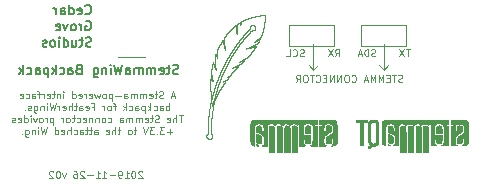
<source format=gbo>
G04 #@! TF.GenerationSoftware,KiCad,Pcbnew,(5.0.0-rc2-dev-444-g2974a2c10)*
G04 #@! TF.CreationDate,2019-11-26T19:34:52-08:00*
G04 #@! TF.ProjectId,StemmaWing_Backpack,5374656D6D6157696E675F4261636B70,v02*
G04 #@! TF.SameCoordinates,Original*
G04 #@! TF.FileFunction,Legend,Bot*
G04 #@! TF.FilePolarity,Positive*
%FSLAX46Y46*%
G04 Gerber Fmt 4.6, Leading zero omitted, Abs format (unit mm)*
G04 Created by KiCad (PCBNEW (5.0.0-rc2-dev-444-g2974a2c10)) date 11/26/19 19:34:52*
%MOMM*%
%LPD*%
G01*
G04 APERTURE LIST*
%ADD10C,0.120000*%
%ADD11C,0.100000*%
%ADD12C,0.160000*%
%ADD13C,0.010000*%
G04 APERTURE END LIST*
D10*
X123322857Y-102598571D02*
X123294285Y-102570000D01*
X123237142Y-102541428D01*
X123094285Y-102541428D01*
X123037142Y-102570000D01*
X123008571Y-102598571D01*
X122980000Y-102655714D01*
X122980000Y-102712857D01*
X123008571Y-102798571D01*
X123351428Y-103141428D01*
X122980000Y-103141428D01*
X122608571Y-102541428D02*
X122551428Y-102541428D01*
X122494285Y-102570000D01*
X122465714Y-102598571D01*
X122437142Y-102655714D01*
X122408571Y-102770000D01*
X122408571Y-102912857D01*
X122437142Y-103027142D01*
X122465714Y-103084285D01*
X122494285Y-103112857D01*
X122551428Y-103141428D01*
X122608571Y-103141428D01*
X122665714Y-103112857D01*
X122694285Y-103084285D01*
X122722857Y-103027142D01*
X122751428Y-102912857D01*
X122751428Y-102770000D01*
X122722857Y-102655714D01*
X122694285Y-102598571D01*
X122665714Y-102570000D01*
X122608571Y-102541428D01*
X121837142Y-103141428D02*
X122180000Y-103141428D01*
X122008571Y-103141428D02*
X122008571Y-102541428D01*
X122065714Y-102627142D01*
X122122857Y-102684285D01*
X122180000Y-102712857D01*
X121551428Y-103141428D02*
X121437142Y-103141428D01*
X121380000Y-103112857D01*
X121351428Y-103084285D01*
X121294285Y-102998571D01*
X121265714Y-102884285D01*
X121265714Y-102655714D01*
X121294285Y-102598571D01*
X121322857Y-102570000D01*
X121380000Y-102541428D01*
X121494285Y-102541428D01*
X121551428Y-102570000D01*
X121580000Y-102598571D01*
X121608571Y-102655714D01*
X121608571Y-102798571D01*
X121580000Y-102855714D01*
X121551428Y-102884285D01*
X121494285Y-102912857D01*
X121380000Y-102912857D01*
X121322857Y-102884285D01*
X121294285Y-102855714D01*
X121265714Y-102798571D01*
X121008571Y-102912857D02*
X120551428Y-102912857D01*
X119951428Y-103141428D02*
X120294285Y-103141428D01*
X120122857Y-103141428D02*
X120122857Y-102541428D01*
X120180000Y-102627142D01*
X120237142Y-102684285D01*
X120294285Y-102712857D01*
X119380000Y-103141428D02*
X119722857Y-103141428D01*
X119551428Y-103141428D02*
X119551428Y-102541428D01*
X119608571Y-102627142D01*
X119665714Y-102684285D01*
X119722857Y-102712857D01*
X119122857Y-102912857D02*
X118665714Y-102912857D01*
X118408571Y-102598571D02*
X118380000Y-102570000D01*
X118322857Y-102541428D01*
X118180000Y-102541428D01*
X118122857Y-102570000D01*
X118094285Y-102598571D01*
X118065714Y-102655714D01*
X118065714Y-102712857D01*
X118094285Y-102798571D01*
X118437142Y-103141428D01*
X118065714Y-103141428D01*
X117551428Y-102541428D02*
X117665714Y-102541428D01*
X117722857Y-102570000D01*
X117751428Y-102598571D01*
X117808571Y-102684285D01*
X117837142Y-102798571D01*
X117837142Y-103027142D01*
X117808571Y-103084285D01*
X117780000Y-103112857D01*
X117722857Y-103141428D01*
X117608571Y-103141428D01*
X117551428Y-103112857D01*
X117522857Y-103084285D01*
X117494285Y-103027142D01*
X117494285Y-102884285D01*
X117522857Y-102827142D01*
X117551428Y-102798571D01*
X117608571Y-102770000D01*
X117722857Y-102770000D01*
X117780000Y-102798571D01*
X117808571Y-102827142D01*
X117837142Y-102884285D01*
X116837142Y-102741428D02*
X116694285Y-103141428D01*
X116551428Y-102741428D01*
X116208571Y-102541428D02*
X116151428Y-102541428D01*
X116094285Y-102570000D01*
X116065714Y-102598571D01*
X116037142Y-102655714D01*
X116008571Y-102770000D01*
X116008571Y-102912857D01*
X116037142Y-103027142D01*
X116065714Y-103084285D01*
X116094285Y-103112857D01*
X116151428Y-103141428D01*
X116208571Y-103141428D01*
X116265714Y-103112857D01*
X116294285Y-103084285D01*
X116322857Y-103027142D01*
X116351428Y-102912857D01*
X116351428Y-102770000D01*
X116322857Y-102655714D01*
X116294285Y-102598571D01*
X116265714Y-102570000D01*
X116208571Y-102541428D01*
X115780000Y-102598571D02*
X115751428Y-102570000D01*
X115694285Y-102541428D01*
X115551428Y-102541428D01*
X115494285Y-102570000D01*
X115465714Y-102598571D01*
X115437142Y-102655714D01*
X115437142Y-102712857D01*
X115465714Y-102798571D01*
X115808571Y-103141428D01*
X115437142Y-103141428D01*
D11*
X129000000Y-97390000D02*
X129060000Y-97100000D01*
X129290000Y-97370000D02*
X129320000Y-97120000D01*
X128870000Y-99030000D02*
X128880000Y-98750000D01*
X129140000Y-99020000D02*
X129140000Y-98780000D01*
X130178597Y-95263878D02*
X130178597Y-95221578D01*
X130136597Y-95327478D02*
X130136597Y-95285078D01*
X130136597Y-95285078D02*
X130157597Y-95285078D01*
X130390597Y-94861678D02*
X130432597Y-94861678D01*
X130326597Y-95009878D02*
X130347597Y-95009878D01*
X130559597Y-94734678D02*
X130559597Y-94692378D01*
X130263597Y-94946378D02*
X130263597Y-94925178D01*
X130432597Y-94861678D02*
X130432597Y-94840578D01*
X130305597Y-94925178D02*
X130305597Y-94904078D01*
X130390597Y-94882878D02*
X130390597Y-94861678D01*
X130347597Y-95009878D02*
X130347597Y-94988678D01*
X130072597Y-95390978D02*
X130093597Y-95390978D01*
X130241597Y-95136878D02*
X130263597Y-95136878D01*
X130559597Y-94692378D02*
X130580597Y-94692378D01*
X130644597Y-94607678D02*
X130644597Y-94586478D01*
X130284597Y-94967578D02*
X130220597Y-94967578D01*
X130093597Y-95390978D02*
X130093597Y-95348578D01*
X130432597Y-94840578D02*
X130474597Y-94840578D01*
X130495597Y-94819378D02*
X130495597Y-94776978D01*
X130157597Y-95285078D02*
X130157597Y-95263878D01*
X130114597Y-95348578D02*
X130114597Y-95327478D01*
X130347597Y-94904078D02*
X130347597Y-94882878D01*
X130369597Y-94988678D02*
X130369597Y-94946378D01*
X130284597Y-95073378D02*
X130305597Y-95073378D01*
X130093597Y-95348578D02*
X130114597Y-95348578D01*
X130326597Y-95052178D02*
X130326597Y-95009878D01*
X130178597Y-95221578D02*
X130199597Y-95221578D01*
X130474597Y-94840578D02*
X130474597Y-94819378D01*
X130517597Y-94755878D02*
X130538597Y-94755878D01*
X130157597Y-95263878D02*
X130178597Y-95263878D01*
X130199597Y-95200378D02*
X130220597Y-95200378D01*
X129141597Y-99794278D02*
X129162597Y-99794278D01*
X130369597Y-94946378D02*
X130284597Y-94946378D01*
X128844597Y-99392078D02*
X128844597Y-99413278D01*
X130623597Y-94649978D02*
X130623597Y-94607678D01*
X130263597Y-95136878D02*
X130263597Y-95094578D01*
X130241597Y-95158078D02*
X130241597Y-95136878D01*
X129162597Y-99794278D02*
X129162597Y-99773178D01*
X130051597Y-95454478D02*
X130051597Y-95412078D01*
X130263597Y-95094578D02*
X130284597Y-95094578D01*
X130538597Y-94755878D02*
X130538597Y-94734678D01*
X130284597Y-95094578D02*
X130284597Y-95073378D01*
X130305597Y-94904078D02*
X130347597Y-94904078D01*
X130580597Y-94692378D02*
X130580597Y-94671178D01*
X129204597Y-99730778D02*
X129225597Y-99730778D01*
X130114597Y-95327478D02*
X130136597Y-95327478D01*
X130263597Y-94925178D02*
X130305597Y-94925178D01*
X128781597Y-99709578D02*
X128802597Y-99709578D01*
X129268597Y-99561378D02*
X129246597Y-99561378D01*
X130623597Y-94607678D02*
X130644597Y-94607678D01*
X130030597Y-95454478D02*
X130051597Y-95454478D01*
X130220597Y-95158078D02*
X130241597Y-95158078D01*
X130347597Y-94988678D02*
X130369597Y-94988678D01*
X130051597Y-95412078D02*
X130072597Y-95412078D01*
X130517597Y-94776978D02*
X130517597Y-94755878D01*
X130601597Y-94649978D02*
X130623597Y-94649978D01*
X128929597Y-99836678D02*
X129077597Y-99836678D01*
X129246597Y-99688478D02*
X129246597Y-99624978D01*
X130199597Y-95221578D02*
X130199597Y-95200378D01*
X130347597Y-94882878D02*
X130390597Y-94882878D01*
X130220597Y-94967578D02*
X130220597Y-94946378D01*
X130474597Y-94819378D02*
X130495597Y-94819378D01*
X130220597Y-95200378D02*
X130220597Y-95158078D01*
X130580597Y-94671178D02*
X130601597Y-94671178D01*
X130495597Y-94776978D02*
X130517597Y-94776978D01*
X130072597Y-95412078D02*
X130072597Y-95390978D01*
X129183597Y-99773178D02*
X129183597Y-99751978D01*
X129183597Y-99751978D02*
X129204597Y-99751978D01*
X129162597Y-99773178D02*
X129183597Y-99773178D01*
X130284597Y-94946378D02*
X130284597Y-94967578D01*
X130305597Y-95073378D02*
X130305597Y-95052178D01*
X130601597Y-94671178D02*
X130601597Y-94649978D01*
X129246597Y-99624978D02*
X129268597Y-99624978D01*
X130538597Y-94734678D02*
X130559597Y-94734678D01*
X130220597Y-94946378D02*
X130263597Y-94946378D01*
X128865597Y-99053378D02*
X128865597Y-99392078D01*
X130305597Y-95052178D02*
X130326597Y-95052178D01*
X129310597Y-97105678D02*
X129331597Y-97105678D01*
X129204597Y-99751978D02*
X129204597Y-99730778D01*
X128844597Y-99794278D02*
X128887597Y-99794278D01*
X129077597Y-99815478D02*
X129141597Y-99815478D01*
X129141597Y-99815478D02*
X129141597Y-99794278D01*
X129373597Y-96788178D02*
X129395597Y-96788178D01*
X129246597Y-99561378D02*
X129246597Y-99476778D01*
X128844597Y-99413278D02*
X128823597Y-99413278D01*
X128865597Y-99392078D02*
X128844597Y-99392078D01*
X129077597Y-99836678D02*
X129077597Y-99815478D01*
X128802597Y-99455578D02*
X128781597Y-99455578D01*
X128823597Y-99773178D02*
X128844597Y-99773178D01*
X128823597Y-99434378D02*
X128802597Y-99434378D01*
X129268597Y-99624978D02*
X129268597Y-99561378D01*
X129225597Y-99688478D02*
X129246597Y-99688478D01*
X128802597Y-99709578D02*
X128802597Y-99751978D01*
X129246597Y-99476778D02*
X129225597Y-99476778D01*
X128781597Y-99519078D02*
X128760597Y-99519078D01*
X128760597Y-99667278D02*
X128781597Y-99667278D01*
X129246597Y-97656178D02*
X129246597Y-97507978D01*
X128887597Y-99794278D02*
X128887597Y-99815478D01*
X129141597Y-98587578D02*
X129162597Y-98587578D01*
X129331597Y-97105678D02*
X129331597Y-96999878D01*
X129416597Y-96682278D02*
X129416597Y-96576478D01*
X128823597Y-99413278D02*
X128823597Y-99434378D01*
X128887597Y-99815478D02*
X128929597Y-99815478D01*
X129204597Y-97825478D02*
X129225597Y-97825478D01*
X128760597Y-99519078D02*
X128760597Y-99667278D01*
X128781597Y-99667278D02*
X128781597Y-99709578D01*
X128802597Y-99751978D02*
X128823597Y-99751978D01*
X129225597Y-97656178D02*
X129246597Y-97656178D01*
X128823597Y-99751978D02*
X128823597Y-99773178D01*
X129522597Y-96343578D02*
X129543597Y-96343578D01*
X128844597Y-99773178D02*
X128844597Y-99794278D01*
X129458597Y-96534078D02*
X129458597Y-96491778D01*
X129141597Y-99370878D02*
X129141597Y-99032178D01*
X129839597Y-95793178D02*
X129839597Y-95771978D01*
X129162597Y-99370878D02*
X129141597Y-99370878D01*
X129924597Y-95623778D02*
X129945597Y-95623778D01*
X129373597Y-96893978D02*
X129373597Y-96788178D01*
X129395597Y-96682278D02*
X129416597Y-96682278D01*
X129670597Y-96068378D02*
X129691597Y-96068378D01*
X129225597Y-99476778D02*
X129225597Y-99434378D01*
X129479597Y-96449478D02*
X129500597Y-96449478D01*
X129288527Y-97388319D02*
X129268597Y-97507978D01*
X129162597Y-98270078D02*
X129183597Y-98270078D01*
X129606597Y-96195378D02*
X129628597Y-96195378D01*
X128929597Y-99815478D02*
X128929597Y-99836678D01*
X128802597Y-99434378D02*
X128802597Y-99455578D01*
X129331597Y-96999878D02*
X129352597Y-96999878D01*
X129649597Y-96110678D02*
X129670597Y-96110678D01*
X129183597Y-99413278D02*
X129183597Y-99392078D01*
X129416597Y-96576478D02*
X129437597Y-96576478D01*
X129352597Y-96999878D02*
X129352597Y-96893978D01*
X129183597Y-99392078D02*
X129162597Y-99392078D01*
X129204597Y-99434378D02*
X129204597Y-99413278D01*
X129162597Y-98587578D02*
X129162597Y-98270078D01*
X129225597Y-99730778D02*
X129225597Y-99688478D01*
X129225597Y-97825478D02*
X129225597Y-97656178D01*
X129225597Y-99434378D02*
X129204597Y-99434378D01*
X129903597Y-95687278D02*
X129903597Y-95666178D01*
X129818597Y-95835478D02*
X129818597Y-95793178D01*
X129204597Y-99413278D02*
X129183597Y-99413278D01*
X129628597Y-96195378D02*
X129628597Y-96153078D01*
X129500597Y-96449478D02*
X129500597Y-96385878D01*
X129987597Y-95560278D02*
X129987597Y-95517978D01*
X129839597Y-95771978D02*
X129860597Y-95771978D01*
X129352597Y-96893978D02*
X129373597Y-96893978D01*
X129162597Y-99392078D02*
X129162597Y-99370878D01*
X129670597Y-96110678D02*
X129670597Y-96068378D01*
X129924597Y-95666178D02*
X129924597Y-95623778D01*
X129522597Y-96385878D02*
X129522597Y-96343578D01*
X129776597Y-95920178D02*
X129776597Y-95877878D01*
X128781597Y-99455578D02*
X128781597Y-99519078D01*
X129543597Y-96343578D02*
X129543597Y-96301278D01*
X129882597Y-95729678D02*
X129882597Y-95687278D01*
X129860597Y-95729678D02*
X129882597Y-95729678D01*
X129204597Y-98037178D02*
X129204597Y-97825478D01*
X130834597Y-92956378D02*
X130813597Y-92956378D01*
X129818597Y-95793178D02*
X129839597Y-95793178D01*
X129628597Y-96153078D02*
X129649597Y-96153078D01*
X129712597Y-95983678D02*
X129733597Y-95983678D01*
X129712597Y-96026078D02*
X129712597Y-95983678D01*
X130474597Y-93633778D02*
X130453597Y-93633778D01*
X129183597Y-98037178D02*
X129204597Y-98037178D01*
X129543597Y-96301278D02*
X129564597Y-96301278D01*
X129966597Y-95581478D02*
X129966597Y-95560278D01*
X129733597Y-95983678D02*
X129733597Y-95962578D01*
X129945597Y-95581478D02*
X129966597Y-95581478D01*
X130813597Y-92998778D02*
X130792597Y-92998778D01*
X129479597Y-96491778D02*
X129479597Y-96449478D01*
X130771597Y-93041078D02*
X130771597Y-93083378D01*
X130538597Y-93464478D02*
X130538597Y-93506778D01*
X130877597Y-92892878D02*
X130855597Y-92892878D01*
X129691597Y-96068378D02*
X129691597Y-96026078D01*
X129966597Y-95560278D02*
X129987597Y-95560278D01*
X129183597Y-98270078D02*
X129183597Y-98037178D01*
X129564597Y-96301278D02*
X129564597Y-96258878D01*
X130686597Y-93189278D02*
X130686597Y-93231578D01*
X129903597Y-95666178D02*
X129924597Y-95666178D01*
X130771597Y-93083378D02*
X130750597Y-93083378D01*
X129395597Y-96788178D02*
X129395597Y-96682278D01*
X129437597Y-96576478D02*
X129437597Y-96534078D01*
X130750597Y-93083378D02*
X130750597Y-93104578D01*
X129755597Y-95962578D02*
X129755597Y-95920178D01*
X130495597Y-93549178D02*
X130495597Y-93591478D01*
X130369597Y-93845578D02*
X130347597Y-93845578D01*
X130919597Y-93824378D02*
X130919597Y-93803178D01*
X129458597Y-96491778D02*
X129479597Y-96491778D01*
X129733597Y-95962578D02*
X129755597Y-95962578D01*
X130665597Y-93252778D02*
X130644597Y-93252778D01*
X130474597Y-93591478D02*
X130474597Y-93633778D01*
X130728597Y-93104578D02*
X130728597Y-93146878D01*
X130792597Y-93041078D02*
X130771597Y-93041078D01*
X130792597Y-92998778D02*
X130792597Y-93041078D01*
X129437597Y-96534078D02*
X129458597Y-96534078D01*
X130305597Y-93972578D02*
X130284597Y-93972578D01*
X129564597Y-96258878D02*
X129585597Y-96258878D01*
X130369597Y-93803178D02*
X130369597Y-93845578D01*
X130877597Y-92850578D02*
X130877597Y-92892878D01*
X130580597Y-93379778D02*
X130580597Y-93422178D01*
X130559597Y-93422178D02*
X130559597Y-93464478D01*
X130580597Y-93422178D02*
X130559597Y-93422178D01*
X130855597Y-92892878D02*
X130855597Y-92935178D01*
X130326597Y-93930178D02*
X130305597Y-93930178D01*
X129882597Y-95687278D02*
X129903597Y-95687278D01*
X130517597Y-93506778D02*
X130517597Y-93549178D01*
X130834597Y-92935178D02*
X130834597Y-92956378D01*
X130009597Y-95517978D02*
X130009597Y-95496778D01*
X130411597Y-93760878D02*
X130390597Y-93760878D01*
X130453597Y-93633778D02*
X130453597Y-93676178D01*
X130623597Y-93295078D02*
X130623597Y-93337478D01*
X130326597Y-93887878D02*
X130326597Y-93930178D01*
X129141597Y-98735778D02*
X129141597Y-98587578D01*
X129797597Y-95877878D02*
X129797597Y-95835478D01*
X130538597Y-93506778D02*
X130517597Y-93506778D01*
X130601597Y-93379778D02*
X130580597Y-93379778D01*
X131046597Y-94120778D02*
X131046597Y-94099578D01*
X130411597Y-93718478D02*
X130411597Y-93760878D01*
X130538597Y-94586478D02*
X130580597Y-94586478D01*
X129755597Y-95920178D02*
X129776597Y-95920178D01*
X129585597Y-96258878D02*
X129585597Y-96237778D01*
X130305597Y-93930178D02*
X130305597Y-93972578D01*
X130750597Y-93104578D02*
X130728597Y-93104578D01*
X129987597Y-95517978D02*
X130009597Y-95517978D01*
X130601597Y-93337478D02*
X130601597Y-93379778D01*
X130601597Y-94586478D02*
X130601597Y-94607678D01*
X130855597Y-92935178D02*
X130834597Y-92935178D01*
X130665597Y-94522978D02*
X130665597Y-94501778D01*
X130347597Y-93887878D02*
X130326597Y-93887878D01*
X129585597Y-96237778D02*
X129606597Y-96237778D01*
X130347597Y-93845578D02*
X130347597Y-93887878D01*
X130771597Y-94417078D02*
X130792597Y-94417078D01*
X130919597Y-94268978D02*
X130919597Y-94247778D01*
X129797597Y-95835478D02*
X129818597Y-95835478D01*
X129945597Y-95623778D02*
X129945597Y-95581478D01*
X130495597Y-93591478D02*
X130474597Y-93591478D01*
X129860597Y-95771978D02*
X129860597Y-95729678D01*
X130940597Y-93803178D02*
X130940597Y-93824378D01*
X130623597Y-93337478D02*
X130601597Y-93337478D01*
X130665597Y-94501778D02*
X130707597Y-94501778D01*
X129500597Y-96385878D02*
X129522597Y-96385878D01*
X130728597Y-93146878D02*
X130707597Y-93146878D01*
X130580597Y-94565278D02*
X130601597Y-94565278D01*
X130813597Y-94374778D02*
X130834597Y-94374778D01*
X130009597Y-95496778D02*
X130030597Y-95496778D01*
X129606597Y-96237778D02*
X129606597Y-96195378D01*
X130432597Y-93676178D02*
X130432597Y-93718478D01*
X129776597Y-95877878D02*
X129797597Y-95877878D01*
X130877597Y-94332478D02*
X130877597Y-94290078D01*
X130517597Y-93549178D02*
X130495597Y-93549178D01*
X131554597Y-93316278D02*
X131554597Y-93295078D01*
X130771597Y-94459478D02*
X130771597Y-94417078D01*
X131152597Y-93972578D02*
X131173597Y-93972578D01*
X130792597Y-94417078D02*
X130792597Y-94395978D01*
X130665597Y-93231578D02*
X130665597Y-93252778D01*
X130813597Y-92956378D02*
X130813597Y-92998778D01*
X131046597Y-94099578D02*
X131067597Y-94099578D01*
X131109597Y-94036078D02*
X131131597Y-94036078D01*
X131215597Y-93930178D02*
X131215597Y-93909078D01*
X130940597Y-93824378D02*
X130919597Y-93824378D01*
X131152597Y-93993678D02*
X131152597Y-93972578D01*
X130390597Y-93760878D02*
X130390597Y-93803178D01*
X130453597Y-93676178D02*
X130432597Y-93676178D01*
X130644597Y-94586478D02*
X130601597Y-94586478D01*
X130961597Y-94205378D02*
X130982597Y-94205378D01*
X131575597Y-93295078D02*
X131575597Y-93316278D01*
X131131597Y-94036078D02*
X131131597Y-93993678D01*
X130538597Y-94628878D02*
X130517597Y-94628878D01*
X129649597Y-96153078D02*
X129649597Y-96110678D01*
X129691597Y-96026078D02*
X129712597Y-96026078D01*
X130877597Y-94290078D02*
X130898597Y-94290078D01*
X130538597Y-94607678D02*
X130538597Y-94586478D01*
X130517597Y-94628878D02*
X130517597Y-94607678D01*
X130707597Y-93189278D02*
X130686597Y-93189278D01*
X131173597Y-93972578D02*
X131173597Y-93951378D01*
X131173597Y-93951378D02*
X131194597Y-93951378D01*
X130792597Y-94395978D02*
X130813597Y-94395978D01*
X130432597Y-93718478D02*
X130411597Y-93718478D01*
X131131597Y-93993678D02*
X131152597Y-93993678D01*
X130030597Y-95496778D02*
X130030597Y-95454478D01*
X130834597Y-94374778D02*
X130834597Y-94353578D01*
X131173597Y-93697378D02*
X131215597Y-93697378D01*
X131088597Y-94057178D02*
X131109597Y-94057178D01*
X130644597Y-94522978D02*
X130665597Y-94522978D01*
X130855597Y-94332478D02*
X130877597Y-94332478D01*
X131406597Y-93591478D02*
X131448597Y-93591478D01*
X131025597Y-94141878D02*
X131025597Y-94120778D01*
X131025597Y-93803178D02*
X130982597Y-93803178D01*
X130686597Y-93231578D02*
X130665597Y-93231578D01*
X130559597Y-93464478D02*
X130538597Y-93464478D01*
X131279597Y-93654978D02*
X131321597Y-93654978D01*
X130940597Y-94226578D02*
X130961597Y-94226578D01*
X130707597Y-93146878D02*
X130707597Y-93189278D01*
X130707597Y-94501778D02*
X130707597Y-94480678D01*
X130834597Y-94353578D02*
X130855597Y-94353578D01*
X131406597Y-93718478D02*
X131406597Y-93697378D01*
X131025597Y-94120778D02*
X131046597Y-94120778D01*
X130728597Y-94480678D02*
X130728597Y-94459478D01*
X131575597Y-93527978D02*
X131575597Y-93506778D01*
X131617597Y-93506778D02*
X131617597Y-93485678D01*
X131406597Y-93612678D02*
X131406597Y-93591478D01*
X131025597Y-93760878D02*
X131088597Y-93760878D01*
X131215597Y-93676178D02*
X131279597Y-93676178D01*
X131067597Y-94078378D02*
X131088597Y-94078378D01*
X131660597Y-93443278D02*
X131681597Y-93443278D01*
X130538597Y-94607678D02*
X130538597Y-94628878D01*
X131131597Y-93718478D02*
X131173597Y-93718478D01*
X131004597Y-94163078D02*
X131004597Y-94141878D01*
X130898597Y-94268978D02*
X130919597Y-94268978D01*
X131173597Y-93718478D02*
X131173597Y-93697378D01*
X130601597Y-94565278D02*
X130601597Y-94544178D01*
X131575597Y-93506778D02*
X131617597Y-93506778D01*
X131660597Y-93464478D02*
X131660597Y-93443278D01*
X130707597Y-94480678D02*
X130728597Y-94480678D01*
X130644597Y-94544178D02*
X130644597Y-94522978D01*
X131258597Y-93887878D02*
X131258597Y-93866678D01*
X130601597Y-94607678D02*
X130538597Y-94607678D01*
X130961597Y-94226578D02*
X130961597Y-94205378D01*
X130813597Y-94395978D02*
X130813597Y-94374778D01*
X131025597Y-93781978D02*
X131025597Y-93760878D01*
X131575597Y-93316278D02*
X131554597Y-93316278D01*
X130644597Y-93252778D02*
X130644597Y-93295078D01*
X130982597Y-94163078D02*
X131004597Y-94163078D01*
X130728597Y-94459478D02*
X130771597Y-94459478D01*
X130919597Y-94247778D02*
X130940597Y-94247778D01*
X131490597Y-93549178D02*
X131533597Y-93549178D01*
X131194597Y-93951378D02*
X131194597Y-93930178D01*
X131109597Y-94057178D02*
X131109597Y-94036078D01*
X131088597Y-94078378D02*
X131088597Y-94057178D01*
X131236597Y-93887878D02*
X131258597Y-93887878D01*
X130898597Y-94290078D02*
X130898597Y-94268978D01*
X131448597Y-93570278D02*
X131490597Y-93570278D01*
X130940597Y-94247778D02*
X130940597Y-94226578D01*
X131279597Y-93718478D02*
X131279597Y-93739678D01*
X131194597Y-93930178D02*
X131215597Y-93930178D01*
X130517597Y-94607678D02*
X130538597Y-94607678D01*
X130855597Y-94353578D02*
X130855597Y-94332478D01*
X130580597Y-94586478D02*
X130580597Y-94565278D01*
X131639597Y-93485678D02*
X131639597Y-93464478D01*
X131406597Y-93697378D02*
X131342597Y-93697378D01*
X130982597Y-93781978D02*
X131025597Y-93781978D01*
X130982597Y-93803178D02*
X130982597Y-93781978D01*
X130982597Y-94205378D02*
X130982597Y-94163078D01*
X131004597Y-94141878D02*
X131025597Y-94141878D01*
X132062597Y-93019878D02*
X132062597Y-92998778D01*
X131321597Y-93654978D02*
X131321597Y-93633778D01*
X131215597Y-93909078D02*
X131236597Y-93909078D01*
X131321597Y-93803178D02*
X131342597Y-93803178D01*
X131088597Y-93739678D02*
X131131597Y-93739678D01*
X131745597Y-93358578D02*
X131766597Y-93358578D01*
X131363597Y-93760878D02*
X131385597Y-93760878D01*
X131194597Y-93739678D02*
X131194597Y-93760878D01*
X131109597Y-93781978D02*
X131025597Y-93781978D01*
X131639597Y-93252778D02*
X131660597Y-93252778D01*
X131617597Y-93485678D02*
X131639597Y-93485678D01*
X131702597Y-93252778D02*
X131702597Y-93273978D01*
X131131597Y-93739678D02*
X131131597Y-93718478D01*
X131766597Y-93252778D02*
X131702597Y-93252778D01*
X131723597Y-93400978D02*
X131723597Y-93379778D01*
X131194597Y-93760878D02*
X131109597Y-93760878D01*
X131872597Y-93189278D02*
X131872597Y-93210378D01*
X131533597Y-93549178D02*
X131533597Y-93527978D01*
X131745597Y-93210378D02*
X131745597Y-93189278D01*
X131363597Y-93633778D02*
X131363597Y-93612678D01*
X131279597Y-93676178D02*
X131279597Y-93654978D01*
X131088597Y-93760878D02*
X131088597Y-93739678D01*
X131702597Y-93422178D02*
X131702597Y-93400978D01*
X131977597Y-93062278D02*
X131999597Y-93062278D01*
X131258597Y-93866678D02*
X131279597Y-93866678D01*
X131363597Y-93612678D02*
X131406597Y-93612678D01*
X131342597Y-93803178D02*
X131342597Y-93781978D01*
X131702597Y-93273978D02*
X131639597Y-93273978D01*
X132062597Y-92998778D02*
X132104597Y-92998778D01*
X131067597Y-94099578D02*
X131067597Y-94078378D01*
X131385597Y-93718478D02*
X131406597Y-93718478D01*
X131787597Y-93189278D02*
X131787597Y-93168078D01*
X132041597Y-93019878D02*
X132062597Y-93019878D01*
X131702597Y-93210378D02*
X131745597Y-93210378D01*
X131279597Y-93739678D02*
X131194597Y-93739678D01*
X131385597Y-93760878D02*
X131385597Y-93718478D01*
X131681597Y-93422178D02*
X131702597Y-93422178D01*
X131935597Y-93083378D02*
X131977597Y-93083378D01*
X131850597Y-93273978D02*
X131872597Y-93273978D01*
X132147597Y-92977578D02*
X132147597Y-92956378D01*
X131279597Y-93866678D02*
X131279597Y-93845578D01*
X131533597Y-93527978D02*
X131575597Y-93527978D01*
X131808597Y-93210378D02*
X131808597Y-93231578D01*
X131872597Y-93273978D02*
X131872597Y-93252778D01*
X131448597Y-93591478D02*
X131448597Y-93570278D01*
X131109597Y-93760878D02*
X131109597Y-93781978D01*
X131363597Y-93781978D02*
X131363597Y-93760878D01*
X131787597Y-93168078D02*
X131829597Y-93168078D01*
X132104597Y-92998778D02*
X132104597Y-92977578D01*
X131893597Y-93125778D02*
X131893597Y-93104578D01*
X131639597Y-93464478D02*
X131660597Y-93464478D01*
X131215597Y-93697378D02*
X131215597Y-93676178D01*
X131279597Y-93845578D02*
X131300597Y-93845578D01*
X131745597Y-93379778D02*
X131745597Y-93358578D01*
X131723597Y-93379778D02*
X131745597Y-93379778D01*
X130601597Y-94544178D02*
X130644597Y-94544178D01*
X131300597Y-93824378D02*
X131321597Y-93824378D01*
X131639597Y-93273978D02*
X131639597Y-93252778D01*
X131490597Y-93570278D02*
X131490597Y-93549178D01*
X131766597Y-93337478D02*
X131787597Y-93337478D01*
X131342597Y-93781978D02*
X131363597Y-93781978D01*
X131321597Y-93824378D02*
X131321597Y-93803178D01*
X131914597Y-93189278D02*
X131872597Y-93189278D01*
X131745597Y-93189278D02*
X131787597Y-93189278D01*
X131808597Y-93231578D02*
X131766597Y-93231578D01*
X131596597Y-93295078D02*
X131596597Y-93273978D01*
X131639597Y-93273978D02*
X131639597Y-93295078D01*
X131702597Y-93231578D02*
X131702597Y-93210378D01*
X131681597Y-93443278D02*
X131681597Y-93422178D01*
X132824597Y-92173078D02*
X132845597Y-92173078D01*
X132316597Y-92829378D02*
X132316597Y-92808178D01*
X132528597Y-92596478D02*
X132528597Y-92554178D01*
X131872597Y-93210378D02*
X131808597Y-93210378D01*
X131914597Y-93231578D02*
X131914597Y-93189278D01*
X132231597Y-92914078D02*
X132231597Y-92892878D01*
X131872597Y-93146878D02*
X131872597Y-93125778D01*
X131025597Y-93781978D02*
X131025597Y-93803178D01*
X132147597Y-92956378D02*
X132168597Y-92956378D01*
X132591597Y-92490678D02*
X132612597Y-92490678D01*
X132104597Y-92977578D02*
X132147597Y-92977578D01*
X131999597Y-93041078D02*
X132041597Y-93041078D01*
X132634597Y-92448278D02*
X132634597Y-92427178D01*
X132507597Y-92596478D02*
X132528597Y-92596478D01*
X132676597Y-92363678D02*
X132697597Y-92363678D01*
X131300597Y-93845578D02*
X131300597Y-93824378D01*
X131977597Y-93083378D02*
X131977597Y-93062278D01*
X131999597Y-93062278D02*
X131999597Y-93041078D01*
X131342597Y-93697378D02*
X131342597Y-93718478D01*
X131872597Y-93125778D02*
X131893597Y-93125778D01*
X131893597Y-93231578D02*
X131914597Y-93231578D01*
X131236597Y-93909078D02*
X131236597Y-93887878D01*
X131787597Y-93337478D02*
X131787597Y-93316278D01*
X132697597Y-92363678D02*
X132697597Y-92342478D01*
X131935597Y-93104578D02*
X131935597Y-93083378D01*
X131342597Y-93718478D02*
X131279597Y-93718478D01*
X131872597Y-93252778D02*
X131893597Y-93252778D01*
X132443597Y-92659978D02*
X132464597Y-92659978D01*
X132380597Y-92744678D02*
X132401597Y-92744678D01*
X132168597Y-92935178D02*
X132210597Y-92935178D01*
X132401597Y-92744678D02*
X132401597Y-92702378D01*
X131660597Y-93252778D02*
X131660597Y-93231578D01*
X131596597Y-93273978D02*
X131639597Y-93273978D01*
X132295597Y-92850578D02*
X132295597Y-92829378D01*
X132612597Y-92490678D02*
X132612597Y-92448278D01*
X132443597Y-92681178D02*
X132443597Y-92659978D01*
X132634597Y-92427178D02*
X132655597Y-92427178D01*
X132845597Y-92173078D02*
X132845597Y-92130778D01*
X132740597Y-92278978D02*
X132761597Y-92278978D01*
X131321597Y-93633778D02*
X131363597Y-93633778D01*
X132168597Y-92956378D02*
X132168597Y-92935178D01*
X132274597Y-92871678D02*
X132274597Y-92850578D01*
X132295597Y-92829378D02*
X132316597Y-92829378D01*
X132507597Y-92617678D02*
X132507597Y-92596478D01*
X132485597Y-92638878D02*
X132485597Y-92617678D01*
X132570597Y-92511778D02*
X132591597Y-92511778D01*
X132845597Y-92130778D02*
X132867597Y-92130778D01*
X132041597Y-93041078D02*
X132041597Y-93019878D01*
X132612597Y-92448278D02*
X132634597Y-92448278D01*
X132867597Y-92130778D02*
X132867597Y-92109578D01*
X131639597Y-93295078D02*
X131596597Y-93295078D01*
X131702597Y-93400978D02*
X131723597Y-93400978D01*
X131766597Y-93358578D02*
X131766597Y-93337478D01*
X132591597Y-92511778D02*
X132591597Y-92490678D01*
X132464597Y-92638878D02*
X132485597Y-92638878D01*
X132528597Y-92554178D02*
X132549597Y-92554178D01*
X131850597Y-93295078D02*
X131850597Y-93273978D01*
X131766597Y-93231578D02*
X131766597Y-93252778D01*
X132803597Y-92194278D02*
X132824597Y-92194278D01*
X132210597Y-92935178D02*
X132210597Y-92914078D01*
X132274597Y-92850578D02*
X132295597Y-92850578D01*
X131808597Y-93295078D02*
X131850597Y-93295078D01*
X132253597Y-92892878D02*
X132253597Y-92871678D01*
X132380597Y-92765878D02*
X132380597Y-92744678D01*
X132337597Y-92808178D02*
X132337597Y-92786978D01*
X132824597Y-91876678D02*
X132845597Y-91876678D01*
X132231597Y-92151978D02*
X132231597Y-92130778D01*
X132422597Y-92681178D02*
X132443597Y-92681178D01*
X132337597Y-92786978D02*
X132358597Y-92786978D01*
X132358597Y-92765878D02*
X132380597Y-92765878D01*
X131893597Y-93104578D02*
X131935597Y-93104578D01*
X132485597Y-92617678D02*
X132507597Y-92617678D01*
X132867597Y-92109578D02*
X132888597Y-92109578D01*
X131893597Y-93252778D02*
X131893597Y-93231578D01*
X132718597Y-92342478D02*
X132718597Y-92321278D01*
X132316597Y-92808178D02*
X132337597Y-92808178D01*
X131829597Y-93168078D02*
X131829597Y-93146878D01*
X132401597Y-92702378D02*
X132422597Y-92702378D01*
X132761597Y-92257778D02*
X132782597Y-92257778D01*
X132803597Y-92236578D02*
X132803597Y-92194278D01*
X132761597Y-92278978D02*
X132761597Y-92257778D01*
X132528597Y-92046078D02*
X132528597Y-92024878D01*
X132909597Y-92046078D02*
X132930597Y-92046078D01*
X132231597Y-92130778D02*
X132316597Y-92130778D01*
X132888597Y-91855578D02*
X132888597Y-91834378D01*
X132634597Y-92067278D02*
X132634597Y-92088378D01*
X132485597Y-92067278D02*
X132485597Y-92046078D01*
X132676597Y-92405978D02*
X132676597Y-92363678D01*
X132803597Y-92024878D02*
X132740597Y-92024878D01*
X132824597Y-91897878D02*
X132824597Y-91876678D01*
X132274597Y-92173078D02*
X132168597Y-92173078D01*
X132930597Y-92003778D02*
X132951597Y-92003778D01*
X132803597Y-92003778D02*
X132803597Y-92024878D01*
X131829597Y-93146878D02*
X131872597Y-93146878D01*
X131787597Y-93316278D02*
X131808597Y-93316278D01*
X132740597Y-91940278D02*
X132740597Y-91919078D01*
X132697597Y-92067278D02*
X132634597Y-92067278D01*
X132697597Y-92342478D02*
X132718597Y-92342478D01*
X132168597Y-92173078D02*
X132168597Y-92151978D01*
X132718597Y-92321278D02*
X132740597Y-92321278D01*
X132740597Y-92321278D02*
X132740597Y-92278978D01*
X132380597Y-92109578D02*
X132380597Y-92088378D01*
X132464597Y-92659978D02*
X132464597Y-92638878D01*
X132824597Y-92194278D02*
X132824597Y-92173078D01*
X132549597Y-92532978D02*
X132570597Y-92532978D01*
X132782597Y-92236578D02*
X132803597Y-92236578D01*
X132570597Y-92532978D02*
X132570597Y-92511778D01*
X132740597Y-92046078D02*
X132697597Y-92046078D01*
X132676597Y-91961378D02*
X132697597Y-91961378D01*
X132782597Y-91897878D02*
X132824597Y-91897878D01*
X132655597Y-92427178D02*
X132655597Y-92405978D01*
X132380597Y-92151978D02*
X132274597Y-92151978D01*
X132231597Y-92892878D02*
X132253597Y-92892878D01*
X132210597Y-92914078D02*
X132231597Y-92914078D01*
X132253597Y-92871678D02*
X132274597Y-92871678D01*
X131660597Y-93231578D02*
X131702597Y-93231578D01*
X132422597Y-92702378D02*
X132422597Y-92681178D01*
X132655597Y-92405978D02*
X132676597Y-92405978D01*
X132845597Y-91876678D02*
X132845597Y-91855578D01*
X132634597Y-92088378D02*
X132549597Y-92088378D01*
X132909597Y-92067278D02*
X132909597Y-92046078D01*
X132528597Y-92024878D02*
X132570597Y-92024878D01*
X131808597Y-93316278D02*
X131808597Y-93295078D01*
X132464597Y-92130778D02*
X132380597Y-92130778D01*
X133184597Y-91432178D02*
X133163597Y-91432178D01*
X132994597Y-91474478D02*
X133015597Y-91474478D01*
X133121597Y-91453278D02*
X133121597Y-91474478D01*
X132549597Y-92109578D02*
X132464597Y-92109578D01*
X132867597Y-91601478D02*
X132845597Y-91601478D01*
X132782597Y-92257778D02*
X132782597Y-92236578D01*
X132570597Y-92024878D02*
X132570597Y-92003778D01*
X132909597Y-91537978D02*
X132930597Y-91537978D01*
X133036597Y-91516878D02*
X132994597Y-91516878D01*
X132274597Y-92151978D02*
X132274597Y-92173078D01*
X132634597Y-92003778D02*
X132634597Y-91982578D01*
X132485597Y-92046078D02*
X132528597Y-92046078D01*
X132782597Y-91919078D02*
X132782597Y-91897878D01*
X133121597Y-91686178D02*
X133121597Y-91664978D01*
X133163597Y-91453278D02*
X133121597Y-91453278D01*
X133269597Y-91410978D02*
X133269597Y-91389778D01*
X133015597Y-91474478D02*
X133015597Y-91453278D01*
X132845597Y-91982578D02*
X132845597Y-92003778D01*
X132358597Y-92786978D02*
X132358597Y-92765878D01*
X133163597Y-91643878D02*
X133163597Y-91601478D01*
X133036597Y-91749678D02*
X133036597Y-91728578D01*
X132930597Y-92046078D02*
X132930597Y-92003778D01*
X132909597Y-91961378D02*
X132909597Y-91982578D01*
X132972597Y-91792078D02*
X132972597Y-91770878D01*
X132464597Y-92109578D02*
X132464597Y-92130778D01*
X132930597Y-91516878D02*
X132972597Y-91516878D01*
X132697597Y-92046078D02*
X132697597Y-92067278D01*
X132422597Y-92088378D02*
X132422597Y-92067278D01*
X132676597Y-91982578D02*
X132676597Y-91961378D01*
X132697597Y-91940278D02*
X132740597Y-91940278D01*
X133015597Y-91749678D02*
X133036597Y-91749678D01*
X132951597Y-91813178D02*
X132951597Y-91792078D01*
X132740597Y-92024878D02*
X132740597Y-92046078D01*
X132909597Y-91559178D02*
X132909597Y-91537978D01*
X133121597Y-91664978D02*
X133142597Y-91664978D01*
X132549597Y-92554178D02*
X132549597Y-92532978D01*
X132845597Y-91855578D02*
X132888597Y-91855578D01*
X132951597Y-92003778D02*
X132951597Y-91961378D01*
X132697597Y-91961378D02*
X132697597Y-91940278D01*
X132740597Y-91919078D02*
X132782597Y-91919078D01*
X132316597Y-92130778D02*
X132316597Y-92109578D01*
X132930597Y-91834378D02*
X132930597Y-91813178D01*
X132634597Y-91982578D02*
X132676597Y-91982578D01*
X132380597Y-92130778D02*
X132380597Y-92151978D01*
X132168597Y-92151978D02*
X132231597Y-92151978D01*
X132422597Y-92067278D02*
X132485597Y-92067278D01*
X132888597Y-91834378D02*
X132930597Y-91834378D01*
X133057597Y-91432178D02*
X133078597Y-91432178D01*
X132909597Y-91982578D02*
X132845597Y-91982578D01*
X132994597Y-91495678D02*
X132994597Y-91474478D01*
X133036597Y-91495678D02*
X133036597Y-91516878D01*
X133353597Y-91199278D02*
X133353597Y-91178078D01*
X132972597Y-91770878D02*
X133015597Y-91770878D01*
X133692597Y-89675078D02*
X133713597Y-89675078D01*
X133311597Y-91241678D02*
X133311597Y-91220478D01*
X133248597Y-91410978D02*
X133269597Y-91410978D01*
X133396597Y-91114578D02*
X133396597Y-91072278D01*
X133078597Y-91410978D02*
X133099597Y-91410978D01*
X132867597Y-91580378D02*
X132867597Y-91601478D01*
X133205597Y-91516878D02*
X133227597Y-91516878D01*
X132994597Y-91537978D02*
X132951597Y-91537978D01*
X133078597Y-91474478D02*
X133078597Y-91495678D01*
X133227597Y-91516878D02*
X133227597Y-91474478D01*
X133650597Y-90225478D02*
X133650597Y-90098478D01*
X133163597Y-91432178D02*
X133163597Y-91453278D01*
X133163597Y-91601478D02*
X133184597Y-91601478D01*
X133227597Y-91474478D02*
X133248597Y-91474478D01*
X133332597Y-89378678D02*
X133332597Y-89399878D01*
X133184597Y-91601478D02*
X133184597Y-91559178D01*
X133036597Y-91728578D02*
X133057597Y-91728578D01*
X133227597Y-91410978D02*
X133184597Y-91410978D01*
X132316597Y-92109578D02*
X132380597Y-92109578D01*
X132930597Y-91537978D02*
X132930597Y-91516878D01*
X132549597Y-92088378D02*
X132549597Y-92109578D01*
X132380597Y-92088378D02*
X132422597Y-92088378D01*
X133099597Y-91707378D02*
X133099597Y-91686178D01*
X133205597Y-91305178D02*
X133227597Y-91305178D01*
X133586597Y-90521878D02*
X133586597Y-90437178D01*
X133565597Y-89378678D02*
X133332597Y-89378678D01*
X133353597Y-91178078D02*
X133375597Y-91178078D01*
X133142597Y-91664978D02*
X133142597Y-91643878D01*
X133015597Y-91453278D02*
X133057597Y-91453278D01*
X133480597Y-90881778D02*
X133480597Y-90818178D01*
X132951597Y-91961378D02*
X132909597Y-91961378D01*
X133671597Y-90098478D02*
X133671597Y-89929078D01*
X132888597Y-92067278D02*
X132909597Y-92067278D01*
X132570597Y-92003778D02*
X132634597Y-92003778D01*
X132930597Y-91813178D02*
X132951597Y-91813178D01*
X133607597Y-90331278D02*
X133629597Y-90331278D01*
X133227597Y-91283978D02*
X133269597Y-91283978D01*
X133184597Y-91559178D02*
X133205597Y-91559178D01*
X132909597Y-91559178D02*
X132909597Y-91580378D01*
X133057597Y-91707378D02*
X133099597Y-91707378D01*
X133099597Y-91686178D02*
X133121597Y-91686178D01*
X133332597Y-91199278D02*
X133353597Y-91199278D01*
X133523597Y-90754678D02*
X133523597Y-90691178D01*
X133078597Y-91495678D02*
X133036597Y-91495678D01*
X133078597Y-91432178D02*
X133078597Y-91410978D01*
X132888597Y-92109578D02*
X132888597Y-92067278D01*
X133015597Y-91770878D02*
X133015597Y-91749678D01*
X133269597Y-91283978D02*
X133269597Y-91262778D01*
X133184597Y-91410978D02*
X133184597Y-91432178D01*
X132845597Y-92003778D02*
X132803597Y-92003778D01*
X133142597Y-91643878D02*
X133163597Y-91643878D01*
X132951597Y-91792078D02*
X132972597Y-91792078D01*
X133438597Y-91008778D02*
X133438597Y-90945278D01*
X132909597Y-91580378D02*
X132867597Y-91580378D01*
X133121597Y-91474478D02*
X133078597Y-91474478D01*
X133565597Y-90521878D02*
X133586597Y-90521878D01*
X133057597Y-91728578D02*
X133057597Y-91707378D01*
X132994597Y-91516878D02*
X132994597Y-91537978D01*
X133607597Y-90437178D02*
X133607597Y-90331278D01*
X133544597Y-90691178D02*
X133544597Y-90606478D01*
X133269597Y-91389778D02*
X133227597Y-91389778D01*
X133205597Y-91559178D02*
X133205597Y-91516878D01*
X133163597Y-91347478D02*
X133184597Y-91347478D01*
X132972597Y-91495678D02*
X132994597Y-91495678D01*
X133417597Y-91008778D02*
X133438597Y-91008778D01*
X132845597Y-91580378D02*
X132867597Y-91580378D01*
X133248597Y-91474478D02*
X133248597Y-91410978D01*
X132782597Y-90225478D02*
X132782597Y-90246678D01*
X133565597Y-90606478D02*
X133565597Y-90521878D01*
X133586597Y-90437178D02*
X133607597Y-90437178D01*
X132951597Y-91537978D02*
X132951597Y-91559178D01*
X133375597Y-91114578D02*
X133396597Y-91114578D01*
X133502597Y-90818178D02*
X133502597Y-90754678D01*
X133629597Y-90331278D02*
X133629597Y-90225478D01*
X133099597Y-91410978D02*
X133099597Y-91389778D01*
X133227597Y-91305178D02*
X133227597Y-91283978D01*
X133565597Y-89357478D02*
X133565597Y-89378678D01*
X132845597Y-91601478D02*
X132845597Y-91580378D01*
X133290597Y-91241678D02*
X133311597Y-91241678D01*
X133099597Y-91389778D02*
X133142597Y-91389778D01*
X133502597Y-90754678D02*
X133523597Y-90754678D01*
X133544597Y-90606478D02*
X133565597Y-90606478D01*
X133459597Y-90881778D02*
X133480597Y-90881778D01*
X133692597Y-89929078D02*
X133692597Y-89675078D01*
X133629597Y-90225478D02*
X133650597Y-90225478D01*
X133438597Y-90945278D02*
X133459597Y-90945278D01*
X132867597Y-91580378D02*
X132867597Y-91559178D01*
X132972597Y-91516878D02*
X132972597Y-91495678D01*
X133227597Y-91389778D02*
X133227597Y-91410978D01*
X133332597Y-91220478D02*
X133332597Y-91199278D01*
X133142597Y-91389778D02*
X133142597Y-91368678D01*
X131766597Y-89865578D02*
X131766597Y-89886778D01*
X132845597Y-90288978D02*
X132845597Y-90310178D01*
X132761597Y-89484478D02*
X132761597Y-89505678D01*
X132867597Y-90310178D02*
X132867597Y-90352478D01*
X133142597Y-91368678D02*
X133163597Y-91368678D01*
X132126597Y-89717378D02*
X132062597Y-89717378D01*
X132274597Y-89653878D02*
X132231597Y-89653878D01*
X133184597Y-91347478D02*
X133184597Y-91326278D01*
X131893597Y-89823278D02*
X131850597Y-89823278D01*
X131850597Y-89844378D02*
X131808597Y-89844378D01*
X133290597Y-91262778D02*
X133290597Y-91241678D01*
X132528597Y-89547978D02*
X132528597Y-89569178D01*
X133057597Y-89420978D02*
X133057597Y-89442178D01*
X132337597Y-89632678D02*
X132274597Y-89632678D01*
X133523597Y-90691178D02*
X133544597Y-90691178D01*
X133057597Y-91453278D02*
X133057597Y-91432178D01*
X133459597Y-90945278D02*
X133459597Y-90881778D01*
X132845597Y-89484478D02*
X132761597Y-89484478D01*
X133713597Y-89675078D02*
X133713597Y-89357478D01*
X131766597Y-89886778D02*
X131723597Y-89886778D01*
X132464597Y-89590378D02*
X132401597Y-89590378D01*
X132231597Y-89675078D02*
X132168597Y-89675078D01*
X133480597Y-90818178D02*
X133502597Y-90818178D01*
X132824597Y-90267778D02*
X132824597Y-90288978D01*
X132951597Y-91559178D02*
X132909597Y-91559178D01*
X133671597Y-89929078D02*
X133692597Y-89929078D01*
X132867597Y-91559178D02*
X132909597Y-91559178D01*
X133650597Y-90098478D02*
X133671597Y-90098478D01*
X131977597Y-89759678D02*
X131977597Y-89780878D01*
X133396597Y-91072278D02*
X133417597Y-91072278D01*
X131808597Y-89844378D02*
X131808597Y-89865578D01*
X133205597Y-91326278D02*
X133205597Y-91305178D01*
X131893597Y-89802078D02*
X131893597Y-89823278D01*
X132168597Y-89675078D02*
X132168597Y-89696178D01*
X132358597Y-90902878D02*
X132337597Y-90902878D01*
X132718597Y-90225478D02*
X132782597Y-90225478D01*
X131723597Y-89907878D02*
X131702597Y-89907878D01*
X131702597Y-89907878D02*
X131702597Y-89929078D01*
X133269597Y-91262778D02*
X133290597Y-91262778D01*
X132147597Y-91114578D02*
X132147597Y-91135778D01*
X133057597Y-89442178D02*
X132951597Y-89442178D01*
X131681597Y-90013778D02*
X131660597Y-90013778D01*
X132612597Y-89547978D02*
X132528597Y-89547978D01*
X132401597Y-90860578D02*
X132380597Y-90860578D01*
X132951597Y-89463378D02*
X132845597Y-89463378D01*
X132591597Y-90670078D02*
X132570597Y-90670078D01*
X132676597Y-89505678D02*
X132676597Y-89526878D01*
X132888597Y-90500678D02*
X132867597Y-90500678D01*
X132126597Y-91135778D02*
X132126597Y-91156978D01*
X132062597Y-89738578D02*
X132020597Y-89738578D01*
X133184597Y-89399878D02*
X133184597Y-89420978D01*
X131935597Y-89780878D02*
X131935597Y-89802078D01*
X132316597Y-90924078D02*
X132316597Y-90945278D01*
X132803597Y-90246678D02*
X132803597Y-90267778D01*
X131639597Y-90098478D02*
X131639597Y-90204278D01*
X132718597Y-90204278D02*
X132718597Y-90225478D01*
X132337597Y-89611478D02*
X132337597Y-89632678D01*
X132231597Y-91029878D02*
X132210597Y-91029878D01*
X132401597Y-90839378D02*
X132401597Y-90860578D01*
X132782597Y-90246678D02*
X132803597Y-90246678D01*
X133184597Y-91326278D02*
X133205597Y-91326278D01*
X132591597Y-90648878D02*
X132591597Y-90670078D01*
X132147597Y-91135778D02*
X132126597Y-91135778D01*
X131681597Y-89929078D02*
X131681597Y-90013778D01*
X133375597Y-91178078D02*
X133375597Y-91114578D01*
X132189597Y-91072278D02*
X132168597Y-91072278D01*
X132274597Y-90966378D02*
X132274597Y-90987578D01*
X131850597Y-89823278D02*
X131850597Y-89844378D01*
X132845597Y-90310178D02*
X132867597Y-90310178D01*
X132295597Y-90945278D02*
X132295597Y-90966378D01*
X132401597Y-89611478D02*
X132337597Y-89611478D01*
X132676597Y-89526878D02*
X132612597Y-89526878D01*
X133332597Y-89399878D02*
X133184597Y-89399878D01*
X133184597Y-89420978D02*
X133057597Y-89420978D01*
X131977597Y-89780878D02*
X131935597Y-89780878D01*
X132612597Y-89526878D02*
X132612597Y-89547978D01*
X132168597Y-91114578D02*
X132147597Y-91114578D01*
X131935597Y-89802078D02*
X131893597Y-89802078D01*
X132020597Y-89759678D02*
X131977597Y-89759678D01*
X133417597Y-91072278D02*
X133417597Y-91008778D01*
X132062597Y-89717378D02*
X132062597Y-89738578D01*
X131702597Y-89929078D02*
X131681597Y-89929078D01*
X132189597Y-91051078D02*
X132189597Y-91072278D01*
X132422597Y-90818178D02*
X132422597Y-90839378D01*
X132761597Y-89505678D02*
X132676597Y-89505678D01*
X131723597Y-89886778D02*
X131723597Y-89907878D01*
X133163597Y-91368678D02*
X133163597Y-91347478D01*
X132274597Y-89632678D02*
X132274597Y-89653878D01*
X132824597Y-90288978D02*
X132845597Y-90288978D01*
X132803597Y-90267778D02*
X132824597Y-90267778D01*
X132126597Y-89696178D02*
X132126597Y-89717378D01*
X132443597Y-90797078D02*
X132443597Y-90818178D01*
X132951597Y-89442178D02*
X132951597Y-89463378D01*
X132485597Y-90754678D02*
X132464597Y-90754678D01*
X133311597Y-91220478D02*
X133332597Y-91220478D01*
X133713597Y-89357478D02*
X133565597Y-89357478D01*
X132104597Y-91156978D02*
X132104597Y-91178078D01*
X132210597Y-91051078D02*
X132189597Y-91051078D01*
X131660597Y-90098478D02*
X131639597Y-90098478D01*
X132020597Y-89738578D02*
X132020597Y-89759678D01*
X132380597Y-90881778D02*
X132358597Y-90881778D01*
X132358597Y-90881778D02*
X132358597Y-90902878D01*
X132888597Y-90352478D02*
X132888597Y-90500678D01*
X131787597Y-91537978D02*
X131787597Y-91559178D01*
X132231597Y-91008778D02*
X132231597Y-91029878D01*
X132824597Y-90585378D02*
X132824597Y-90606478D01*
X132464597Y-89569178D02*
X132464597Y-89590378D01*
X132126597Y-91156978D02*
X132104597Y-91156978D01*
X132782597Y-90627678D02*
X132761597Y-90627678D01*
X132401597Y-89590378D02*
X132401597Y-89611478D01*
X132570597Y-90691178D02*
X132528597Y-90691178D01*
X132253597Y-90987578D02*
X132253597Y-91008778D01*
X132210597Y-91029878D02*
X132210597Y-91051078D01*
X132337597Y-90902878D02*
X132337597Y-90924078D01*
X132507597Y-90733578D02*
X132485597Y-90733578D01*
X132316597Y-90945278D02*
X132295597Y-90945278D01*
X132020597Y-91283978D02*
X131999597Y-91283978D01*
X132867597Y-90352478D02*
X132888597Y-90352478D01*
X132464597Y-90754678D02*
X132464597Y-90797078D01*
X132507597Y-90712378D02*
X132507597Y-90733578D01*
X132168597Y-89696178D02*
X132126597Y-89696178D01*
X131723597Y-91622678D02*
X131723597Y-91643878D01*
X132337597Y-90924078D02*
X132316597Y-90924078D01*
X131617597Y-91749678D02*
X131617597Y-91770878D01*
X131829597Y-91516878D02*
X131808597Y-91516878D01*
X131977597Y-91305178D02*
X131977597Y-91326278D01*
X131427597Y-92003778D02*
X131427597Y-92046078D01*
X131660597Y-90013778D02*
X131660597Y-90098478D01*
X131575597Y-91813178D02*
X131575597Y-91834378D01*
X131956597Y-91326278D02*
X131956597Y-91347478D01*
X131617597Y-91770878D02*
X131596597Y-91770878D01*
X132761597Y-90627678D02*
X132761597Y-90648878D01*
X132083597Y-91178078D02*
X132083597Y-91199278D01*
X131935597Y-91368678D02*
X131914597Y-91368678D01*
X131808597Y-89865578D02*
X131766597Y-89865578D01*
X132528597Y-89569178D02*
X132464597Y-89569178D01*
X132083597Y-91199278D02*
X132062597Y-91199278D01*
X132274597Y-90987578D02*
X132253597Y-90987578D01*
X132528597Y-90691178D02*
X132528597Y-90712378D01*
X132845597Y-90542978D02*
X132845597Y-90585378D01*
X131850597Y-91474478D02*
X131829597Y-91474478D01*
X132422597Y-90839378D02*
X132401597Y-90839378D01*
X132231597Y-89653878D02*
X132231597Y-89675078D01*
X132168597Y-91072278D02*
X132168597Y-91114578D01*
X132570597Y-90670078D02*
X132570597Y-90691178D01*
X132528597Y-90712378D02*
X132507597Y-90712378D01*
X132020597Y-91241678D02*
X132020597Y-91283978D01*
X132803597Y-91622678D02*
X132803597Y-91601478D01*
X131745597Y-91580378D02*
X131745597Y-91601478D01*
X132845597Y-89463378D02*
X132845597Y-89484478D01*
X132041597Y-91241678D02*
X132020597Y-91241678D01*
X132380597Y-90860578D02*
X132380597Y-90881778D01*
X132295597Y-90966378D02*
X132274597Y-90966378D01*
X132867597Y-90542978D02*
X132845597Y-90542978D01*
X132761597Y-90648878D02*
X132591597Y-90648878D01*
X131681597Y-91686178D02*
X131660597Y-91686178D01*
X131533597Y-91897878D02*
X131512597Y-91897878D01*
X131914597Y-91368678D02*
X131914597Y-91410978D01*
X132253597Y-91008778D02*
X132231597Y-91008778D01*
X131469597Y-91982578D02*
X131448597Y-91982578D01*
X132824597Y-90606478D02*
X132782597Y-90606478D01*
X132485597Y-90733578D02*
X132485597Y-90754678D01*
X131723597Y-91643878D02*
X131702597Y-91643878D01*
X131639597Y-91749678D02*
X131617597Y-91749678D01*
X132845597Y-90585378D02*
X132824597Y-90585378D01*
X130919597Y-92786978D02*
X130919597Y-92829378D01*
X131914597Y-91410978D02*
X131893597Y-91410978D01*
X132062597Y-91220478D02*
X132041597Y-91220478D01*
X131999597Y-91283978D02*
X131999597Y-91305178D01*
X131512597Y-91919078D02*
X131490597Y-91919078D01*
X131745597Y-91601478D02*
X131745597Y-91622678D01*
X131173597Y-92384778D02*
X131173597Y-92405978D01*
X131766597Y-91559178D02*
X131766597Y-91580378D01*
X131829597Y-91474478D02*
X131829597Y-91516878D01*
X131469597Y-91961378D02*
X131469597Y-91982578D01*
X131660597Y-91728578D02*
X131639597Y-91728578D01*
X131427597Y-92046078D02*
X131406597Y-92046078D01*
X132464597Y-90797078D02*
X132443597Y-90797078D01*
X130961597Y-92744678D02*
X130940597Y-92744678D01*
X131363597Y-92130778D02*
X131342597Y-92130778D01*
X131787597Y-91559178D02*
X131766597Y-91559178D01*
X131258597Y-92278978D02*
X131236597Y-92278978D01*
X131681597Y-91664978D02*
X131681597Y-91686178D01*
X131448597Y-92003778D02*
X131427597Y-92003778D01*
X131554597Y-91834378D02*
X131554597Y-91855578D01*
X131448597Y-91982578D02*
X131448597Y-92003778D01*
X131872597Y-91453278D02*
X131850597Y-91453278D01*
X132867597Y-90500678D02*
X132867597Y-90542978D01*
X132824597Y-91601478D02*
X132824597Y-91622678D01*
X131702597Y-91664978D02*
X131681597Y-91664978D01*
X131067597Y-92575378D02*
X131046597Y-92575378D01*
X131999597Y-91305178D02*
X131977597Y-91305178D01*
X131745597Y-91622678D02*
X131723597Y-91622678D01*
X131766597Y-91580378D02*
X131745597Y-91580378D01*
X132443597Y-90818178D02*
X132422597Y-90818178D01*
X131194597Y-92384778D02*
X131173597Y-92384778D01*
X131236597Y-92321278D02*
X131215597Y-92321278D01*
X131660597Y-91686178D02*
X131660597Y-91728578D01*
X132104597Y-91178078D02*
X132083597Y-91178078D01*
X132041597Y-91220478D02*
X132041597Y-91241678D01*
X131490597Y-91919078D02*
X131490597Y-91961378D01*
X131152597Y-92405978D02*
X131152597Y-92448278D01*
X130940597Y-92786978D02*
X130919597Y-92786978D01*
X131046597Y-92617678D02*
X131025597Y-92617678D01*
X131935597Y-91347478D02*
X131935597Y-91368678D01*
X132782597Y-90606478D02*
X132782597Y-90627678D01*
X131893597Y-91432178D02*
X131872597Y-91432178D01*
X131639597Y-91728578D02*
X131639597Y-91749678D01*
X131808597Y-91537978D02*
X131787597Y-91537978D01*
X131300597Y-92194278D02*
X131300597Y-92215478D01*
X131575597Y-91834378D02*
X131554597Y-91834378D01*
X131596597Y-91770878D02*
X131596597Y-91813178D01*
X131279597Y-92215478D02*
X131279597Y-92257778D01*
X131554597Y-91855578D02*
X131533597Y-91855578D01*
X131490597Y-91961378D02*
X131469597Y-91961378D01*
X131850597Y-91453278D02*
X131850597Y-91474478D01*
X131872597Y-91432178D02*
X131872597Y-91453278D01*
X131977597Y-91326278D02*
X131956597Y-91326278D01*
X131533597Y-91855578D02*
X131533597Y-91897878D01*
X131956597Y-91347478D02*
X131935597Y-91347478D01*
X131596597Y-91813178D02*
X131575597Y-91813178D01*
X132062597Y-91199278D02*
X132062597Y-91220478D01*
X131109597Y-92490678D02*
X131109597Y-92511778D01*
X131893597Y-91410978D02*
X131893597Y-91432178D01*
X131702597Y-91643878D02*
X131702597Y-91664978D01*
X131067597Y-92554178D02*
X131067597Y-92575378D01*
X129225597Y-94734678D02*
X129204597Y-94734678D01*
X129183597Y-94057178D02*
X129162597Y-94057178D01*
X130898597Y-92850578D02*
X130877597Y-92850578D01*
X131088597Y-92554178D02*
X131067597Y-92554178D01*
X131236597Y-92278978D02*
X131236597Y-92321278D01*
X131258597Y-92257778D02*
X131258597Y-92278978D01*
X129183597Y-94014878D02*
X129183597Y-94057178D01*
X131385597Y-92067278D02*
X131385597Y-92109578D01*
X131342597Y-92130778D02*
X131342597Y-92173078D01*
X130940597Y-92744678D02*
X130940597Y-92786978D01*
X130961597Y-92723478D02*
X130961597Y-92744678D01*
X131131597Y-92490678D02*
X131109597Y-92490678D01*
X131194597Y-92342478D02*
X131194597Y-92384778D01*
X131321597Y-92194278D02*
X131300597Y-92194278D01*
X129098597Y-95814378D02*
X129119597Y-95814378D01*
X129119597Y-96682278D02*
X129119597Y-96788178D01*
X129289597Y-94904078D02*
X129268597Y-94904078D01*
X131025597Y-92617678D02*
X131025597Y-92638878D01*
X131300597Y-92215478D02*
X131279597Y-92215478D01*
X129119597Y-94734678D02*
X129098597Y-94734678D01*
X131279597Y-92257778D02*
X131258597Y-92257778D01*
X129119597Y-94522978D02*
X129119597Y-94734678D01*
X129246597Y-94798178D02*
X129268597Y-94798178D01*
X129098597Y-96893978D02*
X129077597Y-96893978D01*
X129268597Y-94798178D02*
X129268597Y-94861678D01*
X130919597Y-92829378D02*
X130898597Y-92829378D01*
X130898597Y-92829378D02*
X130898597Y-92850578D01*
X129162597Y-94057178D02*
X129162597Y-94268978D01*
X131025597Y-92638878D02*
X131004597Y-92638878D01*
X129162597Y-94607678D02*
X129162597Y-94544178D01*
X131406597Y-92046078D02*
X131406597Y-92067278D01*
X131215597Y-92342478D02*
X131194597Y-92342478D01*
X129183597Y-94268978D02*
X129183597Y-94438278D01*
X129183597Y-94671178D02*
X129183597Y-94607678D01*
X131004597Y-92681178D02*
X130982597Y-92681178D01*
X131512597Y-91897878D02*
X131512597Y-91919078D01*
X132824597Y-91622678D02*
X132803597Y-91622678D01*
X131215597Y-92321278D02*
X131215597Y-92342478D01*
X129119597Y-95814378D02*
X129119597Y-96237778D01*
X131173597Y-92405978D02*
X131152597Y-92405978D01*
X129268597Y-94904078D02*
X129268597Y-94882878D01*
X131385597Y-92109578D02*
X131363597Y-92109578D01*
X131152597Y-92448278D02*
X131131597Y-92448278D01*
X129141597Y-94522978D02*
X129119597Y-94522978D01*
X129141597Y-94544178D02*
X129141597Y-94522978D01*
X129289597Y-94882878D02*
X129289597Y-94904078D01*
X129162597Y-94544178D02*
X129141597Y-94544178D01*
X131321597Y-92173078D02*
X131321597Y-92194278D01*
X129077597Y-96893978D02*
X129077597Y-96999878D01*
X129225597Y-94586478D02*
X129225597Y-94692378D01*
X131406597Y-92067278D02*
X131385597Y-92067278D01*
X131004597Y-92638878D02*
X131004597Y-92681178D01*
X131109597Y-92511778D02*
X131088597Y-92511778D01*
X131088597Y-92511778D02*
X131088597Y-92554178D01*
X129162597Y-94268978D02*
X129183597Y-94268978D01*
X131342597Y-92173078D02*
X131321597Y-92173078D01*
X131808597Y-91516878D02*
X131808597Y-91537978D01*
X130157597Y-94247778D02*
X130157597Y-94290078D01*
X130051597Y-94501778D02*
X130051597Y-94544178D01*
X130220597Y-94099578D02*
X130220597Y-94163078D01*
X130157597Y-94290078D02*
X130136597Y-94290078D01*
X130241597Y-94057178D02*
X130241597Y-94099578D01*
X129712597Y-95475578D02*
X129691597Y-95475578D01*
X129119597Y-96237778D02*
X129141597Y-96237778D01*
X129945597Y-94755878D02*
X129945597Y-94819378D01*
X131131597Y-92448278D02*
X131131597Y-92490678D01*
X129924597Y-94861678D02*
X129903597Y-94861678D01*
X129733597Y-95412078D02*
X129712597Y-95412078D01*
X129670597Y-95539178D02*
X129670597Y-95602678D01*
X129141597Y-96682278D02*
X129119597Y-96682278D01*
X130072597Y-94438278D02*
X130072597Y-94501778D01*
X129945597Y-94819378D02*
X129924597Y-94819378D01*
X129204597Y-94586478D02*
X129225597Y-94586478D01*
X129204597Y-94671178D02*
X129183597Y-94671178D01*
X129924597Y-94819378D02*
X129924597Y-94861678D01*
X129098597Y-94734678D02*
X129098597Y-94882878D01*
X130241597Y-94099578D02*
X130220597Y-94099578D01*
X129860597Y-94988678D02*
X129860597Y-95031078D01*
X129225597Y-94798178D02*
X129225597Y-94734678D01*
X129204597Y-94438278D02*
X129204597Y-94586478D01*
X130982597Y-92681178D02*
X130982597Y-92723478D01*
X129691597Y-95539178D02*
X129670597Y-95539178D01*
X129670597Y-95602678D02*
X129649597Y-95602678D01*
X129204597Y-94734678D02*
X129204597Y-94671178D01*
X129183597Y-94607678D02*
X129162597Y-94607678D01*
X129776597Y-95221578D02*
X129776597Y-95285078D01*
X131046597Y-92575378D02*
X131046597Y-92617678D01*
X130136597Y-94290078D02*
X130136597Y-94353578D01*
X129818597Y-95158078D02*
X129797597Y-95158078D01*
X129225597Y-94692378D02*
X129246597Y-94692378D01*
X130093597Y-94395978D02*
X130093597Y-94438278D01*
X129839597Y-95094578D02*
X129818597Y-95094578D01*
X129246597Y-94692378D02*
X129246597Y-94798178D01*
X129649597Y-95666178D02*
X129628597Y-95666178D01*
X129268597Y-94882878D02*
X129098597Y-94882878D01*
X130030597Y-94544178D02*
X130030597Y-94607678D01*
X129268597Y-94861678D02*
X129246597Y-94861678D01*
X129098597Y-94882878D02*
X129289597Y-94882878D01*
X130114597Y-94353578D02*
X130114597Y-94395978D01*
X129712597Y-95412078D02*
X129712597Y-95475578D01*
X130051597Y-94544178D02*
X130030597Y-94544178D01*
X129755597Y-95348578D02*
X129733597Y-95348578D01*
X130114597Y-94395978D02*
X130093597Y-94395978D01*
X129246597Y-94861678D02*
X129246597Y-94798178D01*
X129246597Y-94798178D02*
X129225597Y-94798178D01*
X129649597Y-95602678D02*
X129649597Y-95666178D01*
X129098597Y-96788178D02*
X129098597Y-96893978D01*
X129141597Y-96237778D02*
X129141597Y-96682278D01*
X131363597Y-92109578D02*
X131363597Y-92130778D01*
X129119597Y-96788178D02*
X129098597Y-96788178D01*
X129628597Y-95666178D02*
X129628597Y-95750878D01*
X129882597Y-94925178D02*
X129882597Y-94988678D01*
X130284597Y-93972578D02*
X130284597Y-94014878D01*
X130982597Y-92723478D02*
X130961597Y-92723478D01*
X129289597Y-96788178D02*
X129289597Y-96851678D01*
X130136597Y-94353578D02*
X130114597Y-94353578D01*
X129903597Y-94925178D02*
X129882597Y-94925178D01*
X129987597Y-94713478D02*
X129966597Y-94713478D01*
X130030597Y-94607678D02*
X130009597Y-94607678D01*
X129776597Y-95285078D02*
X129755597Y-95285078D01*
X129479597Y-96195378D02*
X129479597Y-96280078D01*
X129691597Y-95475578D02*
X129691597Y-95539178D01*
X130263597Y-94057178D02*
X130241597Y-94057178D01*
X129077597Y-96999878D02*
X129056597Y-96999878D01*
X129268597Y-96237778D02*
X129268597Y-96153078D01*
X130199597Y-94163078D02*
X130199597Y-94205378D01*
X129373597Y-96597678D02*
X129373597Y-96639978D01*
X129797597Y-95158078D02*
X129797597Y-95221578D01*
X129331597Y-95920178D02*
X129352597Y-95920178D01*
X129564597Y-95962578D02*
X129543597Y-95962578D01*
X129628597Y-95750878D02*
X129606597Y-95750878D01*
X129268597Y-96893978D02*
X129246597Y-96893978D01*
X129458597Y-96364778D02*
X129437597Y-96364778D01*
X129395597Y-96555278D02*
X129395597Y-96597678D01*
X129543597Y-95962578D02*
X129543597Y-96047178D01*
X129204597Y-96830478D02*
X129183597Y-96830478D01*
X129987597Y-94649978D02*
X129987597Y-94713478D01*
X129839597Y-95031078D02*
X129839597Y-95094578D01*
X129056597Y-96999878D02*
X129056597Y-97084578D01*
X129098597Y-94882878D02*
X129098597Y-95814378D01*
X129331597Y-96703478D02*
X129331597Y-96745778D01*
X129268597Y-96851678D02*
X129268597Y-96893978D01*
X129183597Y-96491778D02*
X129204597Y-96491778D01*
X129289597Y-96068378D02*
X129310597Y-96068378D01*
X130178597Y-94205378D02*
X130178597Y-94247778D01*
X129585597Y-95814378D02*
X129585597Y-95898978D01*
X130009597Y-94607678D02*
X130009597Y-94649978D01*
X129522597Y-96047178D02*
X129522597Y-96131878D01*
X129373597Y-95771978D02*
X129395597Y-95771978D01*
X129225597Y-97021078D02*
X129204597Y-97021078D01*
X129458597Y-96280078D02*
X129458597Y-96364778D01*
X129204597Y-96407078D02*
X129225597Y-96407078D01*
X129500597Y-96131878D02*
X129500597Y-96195378D01*
X129331597Y-95983678D02*
X129331597Y-95920178D01*
X129860597Y-95031078D02*
X129839597Y-95031078D01*
X129966597Y-94755878D02*
X129945597Y-94755878D01*
X130093597Y-94438278D02*
X130072597Y-94438278D01*
X129479597Y-96280078D02*
X129458597Y-96280078D01*
X129818597Y-95094578D02*
X129818597Y-95158078D01*
X129966597Y-94713478D02*
X129966597Y-94755878D01*
X129395597Y-96597678D02*
X129373597Y-96597678D01*
X129183597Y-96830478D02*
X129183597Y-96491778D01*
X129310597Y-95983678D02*
X129331597Y-95983678D01*
X129246597Y-96237778D02*
X129268597Y-96237778D01*
X129310597Y-96068378D02*
X129310597Y-95983678D01*
X129310597Y-96788178D02*
X129289597Y-96788178D01*
X129416597Y-95623778D02*
X129437597Y-95623778D01*
X129225597Y-96322378D02*
X129246597Y-96322378D01*
X130072597Y-94501778D02*
X130051597Y-94501778D01*
X129183597Y-94438278D02*
X129204597Y-94438278D01*
X129373597Y-96639978D02*
X129352597Y-96639978D01*
X129606597Y-95750878D02*
X129606597Y-95814378D01*
X129882597Y-94988678D02*
X129860597Y-94988678D01*
X129204597Y-96491778D02*
X129204597Y-96407078D01*
X129416597Y-96555278D02*
X129395597Y-96555278D01*
X129797597Y-95221578D02*
X129776597Y-95221578D01*
X129437597Y-96470578D02*
X129416597Y-96470578D01*
X129543597Y-96047178D02*
X129522597Y-96047178D01*
X129585597Y-95898978D02*
X129564597Y-95898978D01*
X130220597Y-94163078D02*
X130199597Y-94163078D01*
X129966597Y-94184278D02*
X129966597Y-94141878D01*
X129860597Y-94438278D02*
X129860597Y-94395978D01*
X129289597Y-96851678D02*
X129268597Y-96851678D01*
X129564597Y-95898978D02*
X129564597Y-95962578D01*
X129246597Y-96957478D02*
X129225597Y-96957478D01*
X129882597Y-94332478D02*
X129903597Y-94332478D01*
X130284597Y-94014878D02*
X130263597Y-94014878D01*
X129352597Y-95835478D02*
X129373597Y-95835478D01*
X129903597Y-94861678D02*
X129903597Y-94925178D01*
X130009597Y-94649978D02*
X129987597Y-94649978D01*
X129755597Y-95285078D02*
X129755597Y-95348578D01*
X129416597Y-95687278D02*
X129416597Y-95623778D01*
X129331597Y-96745778D02*
X129310597Y-96745778D01*
X129755597Y-94713478D02*
X129755597Y-94649978D01*
X129500597Y-96195378D02*
X129479597Y-96195378D01*
X129204597Y-97021078D02*
X129204597Y-96830478D01*
X130051597Y-93951378D02*
X130072597Y-93951378D01*
X129733597Y-95348578D02*
X129733597Y-95412078D01*
X129628597Y-94988678D02*
X129649597Y-94988678D01*
X129987597Y-94141878D02*
X129987597Y-94099578D01*
X129987597Y-94099578D02*
X130009597Y-94099578D01*
X129818597Y-94501778D02*
X129839597Y-94501778D01*
X130051597Y-94014878D02*
X130051597Y-93951378D01*
X129882597Y-94395978D02*
X129882597Y-94332478D01*
X129416597Y-96470578D02*
X129416597Y-96555278D01*
X129522597Y-96131878D02*
X129500597Y-96131878D01*
X129352597Y-96639978D02*
X129352597Y-96703478D01*
X129691597Y-94819378D02*
X129712597Y-94819378D01*
X129776597Y-94649978D02*
X129776597Y-94607678D01*
X129395597Y-95771978D02*
X129395597Y-95687278D01*
X129712597Y-94755878D02*
X129733597Y-94755878D01*
X129268597Y-96153078D02*
X129289597Y-96153078D01*
X129395597Y-95687278D02*
X129416597Y-95687278D01*
X129839597Y-94438278D02*
X129860597Y-94438278D01*
X129839597Y-94501778D02*
X129839597Y-94438278D01*
X129352597Y-96703478D02*
X129331597Y-96703478D01*
X129606597Y-95814378D02*
X129585597Y-95814378D01*
X129225597Y-96407078D02*
X129225597Y-96322378D01*
X129289597Y-96153078D02*
X129289597Y-96068378D01*
X129691597Y-94861678D02*
X129691597Y-94819378D01*
X130199597Y-94205378D02*
X130178597Y-94205378D01*
X129945597Y-94184278D02*
X129966597Y-94184278D01*
X129246597Y-96893978D02*
X129246597Y-96957478D01*
X129860597Y-94395978D02*
X129882597Y-94395978D01*
X129352597Y-95920178D02*
X129352597Y-95835478D01*
X129437597Y-96364778D02*
X129437597Y-96470578D01*
X129437597Y-95623778D02*
X129437597Y-95560278D01*
X130030597Y-94057178D02*
X130030597Y-94014878D01*
X129670597Y-94861678D02*
X129691597Y-94861678D01*
X130030597Y-94014878D02*
X130051597Y-94014878D01*
X129797597Y-94544178D02*
X129818597Y-94544178D01*
X129755597Y-94649978D02*
X129776597Y-94649978D01*
X129543597Y-95285078D02*
X129543597Y-95221578D01*
X129246597Y-96322378D02*
X129246597Y-96237778D01*
X130263597Y-94014878D02*
X130263597Y-94057178D01*
X129649597Y-94988678D02*
X129649597Y-94925178D01*
X130093597Y-93909078D02*
X130093597Y-93866678D01*
X129818597Y-94544178D02*
X129818597Y-94501778D01*
X129564597Y-95158078D02*
X129585597Y-95158078D01*
X130178597Y-94247778D02*
X130157597Y-94247778D01*
X130263597Y-93527978D02*
X130284597Y-93527978D01*
X130178597Y-93697378D02*
X130199597Y-93697378D01*
X129373597Y-95835478D02*
X129373597Y-95771978D01*
X130665597Y-92829378D02*
X130665597Y-92786978D01*
X130009597Y-94099578D02*
X130009597Y-94057178D01*
X129924597Y-94290078D02*
X129924597Y-94247778D01*
X130644597Y-92829378D02*
X130665597Y-92829378D01*
X129458597Y-95475578D02*
X129479597Y-95475578D01*
X129479597Y-95475578D02*
X129479597Y-95412078D01*
X129310597Y-96745778D02*
X129310597Y-96788178D01*
X130644597Y-92871678D02*
X130644597Y-92829378D01*
X129903597Y-94332478D02*
X129903597Y-94290078D01*
X130601597Y-92892878D02*
X130623597Y-92892878D01*
X129225597Y-96957478D02*
X129225597Y-97021078D01*
X130474597Y-93168078D02*
X130474597Y-93125778D01*
X129585597Y-95158078D02*
X129585597Y-95094578D01*
X129649597Y-94925178D02*
X129670597Y-94925178D01*
X130009597Y-94057178D02*
X130030597Y-94057178D01*
X130072597Y-93951378D02*
X130072597Y-93909078D01*
X130495597Y-93083378D02*
X130517597Y-93083378D01*
X130284597Y-93527978D02*
X130284597Y-93485678D01*
X129543597Y-95221578D02*
X129564597Y-95221578D01*
X129500597Y-95412078D02*
X129500597Y-95348578D01*
X130580597Y-92935178D02*
X130601597Y-92935178D01*
X130136597Y-93824378D02*
X130136597Y-93781978D01*
X130453597Y-93168078D02*
X130474597Y-93168078D01*
X129500597Y-95348578D02*
X129522597Y-95348578D01*
X129522597Y-95348578D02*
X129522597Y-95285078D01*
X129966597Y-94141878D02*
X129987597Y-94141878D01*
X129903597Y-94290078D02*
X129924597Y-94290078D01*
X129606597Y-95094578D02*
X129606597Y-95052178D01*
X129479597Y-95412078D02*
X129500597Y-95412078D01*
X130411597Y-93231578D02*
X130432597Y-93231578D01*
X130538597Y-93041078D02*
X130538597Y-93019878D01*
X130623597Y-92871678D02*
X130644597Y-92871678D01*
X130241597Y-93570278D02*
X130263597Y-93570278D01*
X130284597Y-93485678D02*
X130305597Y-93485678D01*
X130623597Y-92892878D02*
X130623597Y-92871678D01*
X130369597Y-93316278D02*
X130390597Y-93316278D01*
X130707597Y-92765878D02*
X130707597Y-92723478D01*
X130220597Y-93612678D02*
X130241597Y-93612678D01*
X130559597Y-93019878D02*
X130559597Y-92977578D01*
X130347597Y-93358578D02*
X130369597Y-93358578D01*
X130771597Y-92617678D02*
X130792597Y-92617678D01*
X130411597Y-93273978D02*
X130411597Y-93231578D01*
X130369597Y-93358578D02*
X130369597Y-93316278D01*
X130538597Y-93019878D02*
X130559597Y-93019878D01*
X129628597Y-95052178D02*
X129628597Y-94988678D01*
X130728597Y-92681178D02*
X130750597Y-92681178D01*
X130114597Y-93866678D02*
X130114597Y-93824378D01*
X129458597Y-95560278D02*
X129458597Y-95475578D01*
X129945597Y-94247778D02*
X129945597Y-94184278D01*
X129924597Y-94247778D02*
X129945597Y-94247778D01*
X130157597Y-93781978D02*
X130157597Y-93739678D01*
X129585597Y-95094578D02*
X129606597Y-95094578D01*
X130390597Y-93273978D02*
X130411597Y-93273978D01*
X130432597Y-93210378D02*
X130453597Y-93210378D01*
X130326597Y-93443278D02*
X130326597Y-93400978D01*
X129564597Y-95221578D02*
X129564597Y-95158078D01*
X129606597Y-95052178D02*
X129628597Y-95052178D01*
X129437597Y-95560278D02*
X129458597Y-95560278D01*
X130453597Y-93210378D02*
X130453597Y-93168078D01*
X130072597Y-93909078D02*
X130093597Y-93909078D01*
X130347597Y-93400978D02*
X130347597Y-93358578D01*
X131406597Y-91707378D02*
X131406597Y-91686178D01*
X130517597Y-93041078D02*
X130538597Y-93041078D01*
X131236597Y-91940278D02*
X131236597Y-91919078D01*
X130178597Y-93739678D02*
X130178597Y-93697378D01*
X130580597Y-92977578D02*
X130580597Y-92935178D01*
X131067597Y-92194278D02*
X131067597Y-92151978D01*
X129733597Y-94713478D02*
X129755597Y-94713478D01*
X131385597Y-91728578D02*
X131385597Y-91707378D01*
X130728597Y-92723478D02*
X130728597Y-92681178D01*
X130771597Y-92659978D02*
X130771597Y-92617678D01*
X131258597Y-91919078D02*
X131258597Y-91876678D01*
X131131597Y-92067278D02*
X131152597Y-92067278D01*
X130686597Y-92786978D02*
X130686597Y-92765878D01*
X130390597Y-93316278D02*
X130390597Y-93273978D01*
X130517597Y-93083378D02*
X130517597Y-93041078D01*
X129776597Y-94607678D02*
X129797597Y-94607678D01*
X130707597Y-92723478D02*
X130728597Y-92723478D01*
X131215597Y-91940278D02*
X131236597Y-91940278D01*
X130601597Y-92935178D02*
X130601597Y-92892878D01*
X130750597Y-92681178D02*
X130750597Y-92659978D01*
X130136597Y-93781978D02*
X130157597Y-93781978D01*
X130199597Y-93697378D02*
X130199597Y-93654978D01*
X130114597Y-93824378D02*
X130136597Y-93824378D01*
X131215597Y-91961378D02*
X131215597Y-91940278D01*
X129797597Y-94607678D02*
X129797597Y-94544178D01*
X130093597Y-93866678D02*
X130114597Y-93866678D01*
X131342597Y-91770878D02*
X131363597Y-91770878D01*
X129712597Y-94819378D02*
X129712597Y-94755878D01*
X131300597Y-91813178D02*
X131321597Y-91813178D01*
X130855597Y-92511778D02*
X130855597Y-92469478D01*
X130665597Y-92786978D02*
X130686597Y-92786978D01*
X130305597Y-93485678D02*
X130305597Y-93443278D01*
X130263597Y-93570278D02*
X130263597Y-93527978D01*
X130326597Y-93400978D02*
X130347597Y-93400978D01*
X130220597Y-93654978D02*
X130220597Y-93612678D01*
X130834597Y-92554178D02*
X130834597Y-92511778D01*
X130241597Y-93612678D02*
X130241597Y-93570278D01*
X130940597Y-92342478D02*
X130961597Y-92342478D01*
X130686597Y-92765878D02*
X130707597Y-92765878D01*
X130432597Y-93231578D02*
X130432597Y-93210378D01*
X130495597Y-93125778D02*
X130495597Y-93083378D01*
X130750597Y-92659978D02*
X130771597Y-92659978D01*
X130305597Y-93443278D02*
X130326597Y-93443278D01*
X130474597Y-93125778D02*
X130495597Y-93125778D01*
X129733597Y-94755878D02*
X129733597Y-94713478D01*
X131406597Y-91686178D02*
X131427597Y-91686178D01*
X131004597Y-92278978D02*
X131004597Y-92257778D01*
X131342597Y-91792078D02*
X131342597Y-91770878D01*
X131088597Y-92130778D02*
X131109597Y-92130778D01*
X130559597Y-92977578D02*
X130580597Y-92977578D01*
X131173597Y-92024878D02*
X131173597Y-92003778D01*
X131173597Y-92003778D02*
X131194597Y-92003778D01*
X129522597Y-95285078D02*
X129543597Y-95285078D01*
X131046597Y-92215478D02*
X131046597Y-92194278D01*
X131088597Y-92151978D02*
X131088597Y-92130778D01*
X130898597Y-92448278D02*
X130898597Y-92405978D01*
X129670597Y-94925178D02*
X129670597Y-94861678D01*
X131152597Y-92024878D02*
X131173597Y-92024878D01*
X130919597Y-92384778D02*
X130940597Y-92384778D01*
X130199597Y-93654978D02*
X130220597Y-93654978D01*
X131385597Y-91707378D02*
X131406597Y-91707378D01*
X130961597Y-92342478D02*
X130961597Y-92321278D01*
X131427597Y-91643878D02*
X131448597Y-91643878D01*
X130157597Y-93739678D02*
X130178597Y-93739678D01*
X132147597Y-90797078D02*
X132147597Y-90775878D01*
X131469597Y-91601478D02*
X131490597Y-91601478D01*
X131999597Y-90966378D02*
X131999597Y-90945278D01*
X132041597Y-90902878D02*
X132062597Y-90902878D01*
X131956597Y-91029878D02*
X131956597Y-90987578D01*
X131554597Y-91516878D02*
X131554597Y-91474478D01*
X132422597Y-90500678D02*
X132443597Y-90500678D01*
X131490597Y-91601478D02*
X131490597Y-91559178D01*
X130855597Y-92469478D02*
X130877597Y-92469478D01*
X131766597Y-91241678D02*
X131766597Y-91220478D01*
X131935597Y-91051078D02*
X131935597Y-91029878D01*
X131575597Y-89971378D02*
X131575597Y-89992578D01*
X131004597Y-92257778D02*
X131025597Y-92257778D01*
X131427597Y-90056078D02*
X131427597Y-90077278D01*
X131872597Y-91093478D02*
X131893597Y-91093478D01*
X132147597Y-90775878D02*
X132168597Y-90775878D01*
X131977597Y-90966378D02*
X131999597Y-90966378D01*
X130898597Y-92405978D02*
X130919597Y-92405978D01*
X131872597Y-91114578D02*
X131872597Y-91093478D01*
X132020597Y-90945278D02*
X132020597Y-90924078D01*
X131342597Y-90394778D02*
X131321597Y-90394778D01*
X132443597Y-90352478D02*
X132464597Y-90352478D01*
X132401597Y-90542978D02*
X132401597Y-90521878D01*
X131702597Y-91326278D02*
X131702597Y-91305178D01*
X132210597Y-90712378D02*
X132231597Y-90712378D01*
X131850597Y-91114578D02*
X131872597Y-91114578D01*
X131512597Y-91537978D02*
X131533597Y-91537978D01*
X130982597Y-92278978D02*
X131004597Y-92278978D01*
X132422597Y-90521878D02*
X132422597Y-90500678D01*
X132189597Y-90733578D02*
X132210597Y-90733578D01*
X131617597Y-89950278D02*
X131617597Y-89971378D01*
X131766597Y-91220478D02*
X131787597Y-91220478D01*
X132316597Y-90606478D02*
X132337597Y-90606478D01*
X132358597Y-90564178D02*
X132380597Y-90564178D01*
X131363597Y-90098478D02*
X131363597Y-90183078D01*
X132337597Y-90606478D02*
X132337597Y-90585378D01*
X132168597Y-90775878D02*
X132168597Y-90754678D01*
X132443597Y-90500678D02*
X132443597Y-90352478D01*
X131469597Y-90056078D02*
X131427597Y-90056078D01*
X132295597Y-90627678D02*
X132316597Y-90627678D01*
X132401597Y-90521878D02*
X132422597Y-90521878D01*
X132528597Y-90267778D02*
X132528597Y-90246678D01*
X132528597Y-90246678D02*
X132549597Y-90246678D01*
X132507597Y-90267778D02*
X132528597Y-90267778D01*
X131533597Y-90013778D02*
X131512597Y-90013778D01*
X132062597Y-90902878D02*
X132062597Y-90881778D01*
X131914597Y-91072278D02*
X131914597Y-91051078D01*
X131723597Y-91305178D02*
X131723597Y-91262778D01*
X132612597Y-90225478D02*
X132612597Y-90204278D01*
X131935597Y-91029878D02*
X131956597Y-91029878D01*
X131363597Y-90183078D02*
X131342597Y-90183078D01*
X131512597Y-90034878D02*
X131469597Y-90034878D01*
X132168597Y-90754678D02*
X132189597Y-90754678D01*
X131639597Y-89950278D02*
X131617597Y-89950278D01*
X132231597Y-90691178D02*
X132253597Y-90691178D01*
X130877597Y-92448278D02*
X130898597Y-92448278D01*
X131914597Y-91051078D02*
X131935597Y-91051078D01*
X132104597Y-90860578D02*
X132104597Y-90839378D01*
X132062597Y-90881778D02*
X132083597Y-90881778D01*
X131617597Y-91432178D02*
X131617597Y-91410978D01*
X131617597Y-90204278D02*
X131617597Y-90056078D01*
X131427597Y-90077278D02*
X131406597Y-90077278D01*
X132274597Y-90670078D02*
X132274597Y-90648878D01*
X131300597Y-90839378D02*
X131300597Y-90712378D01*
X130623597Y-90754678D02*
X130623597Y-90775878D01*
X130771597Y-90627678D02*
X130750597Y-90627678D01*
X132380597Y-90564178D02*
X132380597Y-90542978D01*
X130707597Y-90670078D02*
X130707597Y-90691178D01*
X130750597Y-90627678D02*
X130750597Y-90648878D01*
X132231597Y-90712378D02*
X132231597Y-90691178D01*
X130686597Y-90691178D02*
X130686597Y-90712378D01*
X132253597Y-90691178D02*
X132253597Y-90670078D01*
X131046597Y-90352478D02*
X131046597Y-90373678D01*
X131617597Y-90056078D02*
X131639597Y-90056078D01*
X131088597Y-90331278D02*
X131067597Y-90331278D01*
X132316597Y-90627678D02*
X132316597Y-90606478D01*
X131639597Y-90056078D02*
X131639597Y-89950278D01*
X131469597Y-90034878D02*
X131469597Y-90056078D01*
X132295597Y-90648878D02*
X132295597Y-90627678D01*
X132358597Y-90585378D02*
X132358597Y-90564178D01*
X131575597Y-89992578D02*
X131533597Y-89992578D01*
X132253597Y-90670078D02*
X132274597Y-90670078D01*
X131533597Y-89992578D02*
X131533597Y-90013778D01*
X132485597Y-90288978D02*
X132507597Y-90288978D01*
X131660597Y-91347478D02*
X131681597Y-91347478D01*
X130707597Y-90691178D02*
X130686597Y-90691178D01*
X131702597Y-91305178D02*
X131723597Y-91305178D01*
X131723597Y-91262778D02*
X131745597Y-91262778D01*
X131406597Y-90077278D02*
X131406597Y-90098478D01*
X130834597Y-90542978D02*
X130834597Y-90564178D01*
X132464597Y-90310178D02*
X132485597Y-90310178D01*
X132210597Y-90733578D02*
X132210597Y-90712378D01*
X131639597Y-91410978D02*
X131639597Y-91368678D01*
X130898597Y-90500678D02*
X130877597Y-90500678D01*
X132464597Y-90352478D02*
X132464597Y-90310178D01*
X132380597Y-90542978D02*
X132401597Y-90542978D01*
X130665597Y-90712378D02*
X130665597Y-90733578D01*
X131745597Y-91262778D02*
X131745597Y-91241678D01*
X132189597Y-90754678D02*
X132189597Y-90733578D01*
X131067597Y-90352478D02*
X131046597Y-90352478D01*
X131258597Y-90585378D02*
X131258597Y-90394778D01*
X131152597Y-90267778D02*
X131152597Y-90288978D01*
X131236597Y-90225478D02*
X131194597Y-90225478D01*
X130855597Y-90542978D02*
X130834597Y-90542978D01*
X132337597Y-90585378D02*
X132358597Y-90585378D01*
X132274597Y-90648878D02*
X132295597Y-90648878D01*
X131067597Y-90331278D02*
X131067597Y-90352478D01*
X130686597Y-90712378D02*
X130665597Y-90712378D01*
X131512597Y-90013778D02*
X131512597Y-90034878D01*
X130813597Y-90585378D02*
X130792597Y-90585378D01*
X131109597Y-90288978D02*
X131109597Y-90310178D01*
X131194597Y-90225478D02*
X131194597Y-90246678D01*
X132507597Y-90288978D02*
X132507597Y-90267778D01*
X131342597Y-90183078D02*
X131342597Y-90394778D01*
X132549597Y-90225478D02*
X132612597Y-90225478D01*
X131617597Y-89971378D02*
X131575597Y-89971378D01*
X132485597Y-90310178D02*
X132485597Y-90288978D01*
X132549597Y-90246678D02*
X132549597Y-90225478D01*
X131406597Y-90098478D02*
X131363597Y-90098478D01*
X131533597Y-91537978D02*
X131533597Y-91516878D01*
X131512597Y-91559178D02*
X131512597Y-91537978D01*
X130644597Y-90733578D02*
X130644597Y-90754678D01*
X130961597Y-90415978D02*
X130961597Y-90437178D01*
X131236597Y-90394778D02*
X131236597Y-90225478D01*
X131660597Y-91368678D02*
X131660597Y-91347478D01*
X131279597Y-90585378D02*
X131258597Y-90585378D01*
X131321597Y-90839378D02*
X131300597Y-90839378D01*
X131258597Y-90394778D02*
X131236597Y-90394778D01*
X130495597Y-90945278D02*
X130474597Y-90945278D01*
X131109597Y-90310178D02*
X131088597Y-90310178D01*
X130305597Y-92151978D02*
X130284597Y-92151978D01*
X130369597Y-91114578D02*
X130347597Y-91114578D01*
X130347597Y-92215478D02*
X130347597Y-92278978D01*
X130601597Y-90818178D02*
X130580597Y-90818178D01*
X130305597Y-92109578D02*
X130326597Y-92109578D01*
X130898597Y-90479478D02*
X130898597Y-90500678D01*
X130982597Y-90394778D02*
X130982597Y-90415978D01*
X131004597Y-90373678D02*
X131004597Y-90394778D01*
X130834597Y-90564178D02*
X130813597Y-90564178D01*
X130792597Y-90585378D02*
X130792597Y-90606478D01*
X130453597Y-90966378D02*
X130453597Y-90987578D01*
X130919597Y-90479478D02*
X130898597Y-90479478D01*
X130601597Y-90775878D02*
X130601597Y-90818178D01*
X131046597Y-90373678D02*
X131004597Y-90373678D01*
X130411597Y-91051078D02*
X130390597Y-91051078D01*
X131173597Y-90267778D02*
X131152597Y-90267778D01*
X130877597Y-90500678D02*
X130877597Y-90521878D01*
X130263597Y-92088378D02*
X130263597Y-92003778D01*
X131194597Y-90246678D02*
X131173597Y-90246678D01*
X130792597Y-90606478D02*
X130771597Y-90606478D01*
X130559597Y-90839378D02*
X130559597Y-90860578D01*
X130305597Y-91199278D02*
X130284597Y-91199278D01*
X130199597Y-91749678D02*
X130178597Y-91749678D01*
X130284597Y-92151978D02*
X130284597Y-92088378D01*
X130580597Y-90839378D02*
X130559597Y-90839378D01*
X130326597Y-92215478D02*
X130305597Y-92215478D01*
X130961597Y-90437178D02*
X130940597Y-90437178D01*
X131004597Y-90394778D02*
X130982597Y-90394778D01*
X130305597Y-91178078D02*
X130305597Y-91199278D01*
X130728597Y-90670078D02*
X130707597Y-90670078D01*
X130728597Y-90648878D02*
X130728597Y-90670078D01*
X130453597Y-90987578D02*
X130432597Y-90987578D01*
X130623597Y-90775878D02*
X130601597Y-90775878D01*
X130474597Y-90945278D02*
X130474597Y-90966378D01*
X130263597Y-91728578D02*
X130284597Y-91728578D01*
X130284597Y-91728578D02*
X130284597Y-91961378D01*
X130220597Y-91834378D02*
X130199597Y-91834378D01*
X131173597Y-90246678D02*
X131173597Y-90267778D01*
X130665597Y-90733578D02*
X130644597Y-90733578D01*
X130940597Y-90437178D02*
X130940597Y-90458278D01*
X130326597Y-92215478D02*
X130347597Y-92215478D01*
X130199597Y-91834378D02*
X130199597Y-91749678D01*
X131321597Y-90394778D02*
X131321597Y-90839378D01*
X131152597Y-90288978D02*
X131109597Y-90288978D01*
X130877597Y-90521878D02*
X130855597Y-90521878D01*
X130263597Y-91368678D02*
X130263597Y-91728578D01*
X130919597Y-90458278D02*
X130919597Y-90479478D01*
X130284597Y-91199278D02*
X130284597Y-91368678D01*
X130369597Y-91093478D02*
X130369597Y-91114578D01*
X130220597Y-91940278D02*
X130220597Y-91834378D01*
X130157597Y-91622678D02*
X130157597Y-91474478D01*
X130644597Y-90754678D02*
X130623597Y-90754678D01*
X130411597Y-91029878D02*
X130411597Y-91051078D01*
X130305597Y-91961378D02*
X130305597Y-92109578D01*
X131088597Y-90310178D02*
X131088597Y-90331278D01*
X130284597Y-91961378D02*
X130305597Y-91961378D01*
X130750597Y-90648878D02*
X130728597Y-90648878D01*
X130432597Y-91029878D02*
X130411597Y-91029878D01*
X130517597Y-90881778D02*
X130517597Y-90924078D01*
X130305597Y-92215478D02*
X130305597Y-92151978D01*
X130855597Y-90521878D02*
X130855597Y-90542978D01*
X130326597Y-91178078D02*
X130305597Y-91178078D01*
X130178597Y-91749678D02*
X130178597Y-91622678D01*
X130178597Y-91622678D02*
X130157597Y-91622678D01*
X130093597Y-91516878D02*
X130093597Y-91537978D01*
X130114597Y-91516878D02*
X130093597Y-91516878D01*
X129776597Y-92088378D02*
X129776597Y-92130778D01*
X129966597Y-91770878D02*
X129945597Y-91770878D01*
X129479597Y-92829378D02*
X129458597Y-92829378D01*
X130517597Y-90924078D02*
X130495597Y-90924078D01*
X130326597Y-91135778D02*
X130326597Y-91178078D01*
X129543597Y-92617678D02*
X129543597Y-92659978D01*
X130284597Y-92088378D02*
X130263597Y-92088378D01*
X130326597Y-92278978D02*
X130326597Y-92215478D01*
X130114597Y-91474478D02*
X130114597Y-91516878D01*
X129776597Y-92130778D02*
X129755597Y-92130778D01*
X129670597Y-92363678D02*
X129649597Y-92363678D01*
X129628597Y-92405978D02*
X129628597Y-92702378D01*
X130580597Y-90818178D02*
X130580597Y-90839378D01*
X131342597Y-90881778D02*
X131342597Y-90924078D01*
X129564597Y-92617678D02*
X129543597Y-92617678D01*
X129987597Y-91728578D02*
X129966597Y-91728578D01*
X130390597Y-91093478D02*
X130369597Y-91093478D01*
X130940597Y-90458278D02*
X130919597Y-90458278D01*
X129522597Y-92659978D02*
X129522597Y-92723478D01*
X129649597Y-92363678D02*
X129649597Y-92405978D01*
X129987597Y-91686178D02*
X129987597Y-91728578D01*
X131342597Y-90924078D02*
X131321597Y-90924078D01*
X130813597Y-90564178D02*
X130813597Y-90585378D01*
X130263597Y-92003778D02*
X130241597Y-92003778D01*
X130982597Y-90415978D02*
X130961597Y-90415978D01*
X130347597Y-92278978D02*
X130326597Y-92278978D01*
X130390597Y-91051078D02*
X130390597Y-91093478D01*
X130771597Y-90606478D02*
X130771597Y-90627678D01*
X129797597Y-92088378D02*
X129776597Y-92088378D01*
X129691597Y-92257778D02*
X129691597Y-92300078D01*
X129628597Y-92702378D02*
X129649597Y-92702378D01*
X129585597Y-92638878D02*
X129564597Y-92638878D01*
X130030597Y-91643878D02*
X130009597Y-91643878D01*
X129649597Y-92892878D02*
X129628597Y-92892878D01*
X129628597Y-92892878D02*
X129628597Y-92808178D01*
X129691597Y-92300078D02*
X129670597Y-92300078D01*
X129818597Y-92003778D02*
X129818597Y-92046078D01*
X129860597Y-91919078D02*
X129860597Y-91961378D01*
X129712597Y-92215478D02*
X129712597Y-92257778D01*
X130347597Y-91135778D02*
X130326597Y-91135778D01*
X130284597Y-91368678D02*
X130263597Y-91368678D01*
X130538597Y-90860578D02*
X130538597Y-90881778D01*
X129966597Y-91728578D02*
X129966597Y-91770878D01*
X130009597Y-91686178D02*
X129987597Y-91686178D01*
X130051597Y-91622678D02*
X130030597Y-91622678D01*
X130495597Y-90924078D02*
X130495597Y-90945278D01*
X130009597Y-91643878D02*
X130009597Y-91686178D01*
X130241597Y-91940278D02*
X130220597Y-91940278D01*
X130051597Y-91580378D02*
X130051597Y-91622678D01*
X129628597Y-92808178D02*
X129606597Y-92808178D01*
X130241597Y-92003778D02*
X130241597Y-91940278D01*
X131300597Y-90712378D02*
X131279597Y-90712378D01*
X130559597Y-90860578D02*
X130538597Y-90860578D01*
X129712597Y-92257778D02*
X129691597Y-92257778D01*
X129585597Y-92723478D02*
X129585597Y-92638878D01*
X129500597Y-92765878D02*
X129479597Y-92765878D01*
X129564597Y-92638878D02*
X129564597Y-92617678D01*
X131279597Y-90712378D02*
X131279597Y-90585378D01*
X129755597Y-92130778D02*
X129755597Y-92173078D01*
X130072597Y-91537978D02*
X130072597Y-91580378D01*
X129606597Y-92723478D02*
X129585597Y-92723478D01*
X129945597Y-91770878D02*
X129945597Y-91813178D01*
X130157597Y-91474478D02*
X130114597Y-91474478D01*
X129882597Y-91919078D02*
X129860597Y-91919078D01*
X129733597Y-92173078D02*
X129733597Y-92215478D01*
X129500597Y-92723478D02*
X129500597Y-92765878D01*
X129882597Y-91876678D02*
X129882597Y-91919078D01*
X130474597Y-90966378D02*
X130453597Y-90966378D01*
X131321597Y-90924078D02*
X131321597Y-90881778D01*
X129606597Y-92808178D02*
X129606597Y-92723478D01*
X130072597Y-91580378D02*
X130051597Y-91580378D01*
X129670597Y-92300078D02*
X129670597Y-92363678D01*
X129924597Y-91813178D02*
X129924597Y-91834378D01*
X129903597Y-91876678D02*
X129882597Y-91876678D01*
X129945597Y-91813178D02*
X129924597Y-91813178D01*
X130093597Y-91537978D02*
X130072597Y-91537978D01*
X129479597Y-92765878D02*
X129479597Y-92829378D01*
X129903597Y-91834378D02*
X129903597Y-91876678D01*
X129522597Y-92723478D02*
X129500597Y-92723478D01*
X129797597Y-92046078D02*
X129797597Y-92088378D01*
X129839597Y-91961378D02*
X129839597Y-92003778D01*
X130432597Y-90987578D02*
X130432597Y-91029878D01*
X129733597Y-92215478D02*
X129712597Y-92215478D01*
X129860597Y-91961378D02*
X129839597Y-91961378D01*
X130326597Y-92109578D02*
X130326597Y-92215478D01*
X129649597Y-92405978D02*
X129628597Y-92405978D01*
X129924597Y-91834378D02*
X129903597Y-91834378D01*
X130347597Y-91114578D02*
X130347597Y-91135778D01*
X131427597Y-91686178D02*
X131427597Y-91643878D01*
X130919597Y-92405978D02*
X130919597Y-92384778D01*
X131808597Y-91178078D02*
X131829597Y-91178078D01*
X132041597Y-90924078D02*
X132041597Y-90902878D01*
X130792597Y-92575378D02*
X130813597Y-92575378D01*
X131194597Y-91961378D02*
X131215597Y-91961378D01*
X131829597Y-91135778D02*
X131850597Y-91135778D01*
X131533597Y-91516878D02*
X131554597Y-91516878D01*
X132083597Y-90860578D02*
X132104597Y-90860578D01*
X131808597Y-91199278D02*
X131808597Y-91178078D01*
X132020597Y-90924078D02*
X132041597Y-90924078D01*
X131448597Y-91643878D02*
X131448597Y-91622678D01*
X130961597Y-92321278D02*
X130982597Y-92321278D01*
X131617597Y-91410978D02*
X131639597Y-91410978D01*
X131596597Y-91432178D02*
X131617597Y-91432178D01*
X131787597Y-91199278D02*
X131808597Y-91199278D01*
X131745597Y-91241678D02*
X131766597Y-91241678D01*
X131448597Y-91622678D02*
X131469597Y-91622678D01*
X132126597Y-90797078D02*
X132147597Y-90797078D01*
X131829597Y-91178078D02*
X131829597Y-91135778D01*
X131025597Y-92257778D02*
X131025597Y-92215478D01*
X131236597Y-91919078D02*
X131258597Y-91919078D01*
X131363597Y-91770878D02*
X131363597Y-91728578D01*
X131109597Y-92130778D02*
X131109597Y-92088378D01*
X131639597Y-91368678D02*
X131660597Y-91368678D01*
X132104597Y-90839378D02*
X132126597Y-90839378D01*
X131363597Y-91728578D02*
X131385597Y-91728578D01*
X131194597Y-92003778D02*
X131194597Y-91961378D01*
X131109597Y-92088378D02*
X131131597Y-92088378D01*
X130792597Y-92617678D02*
X130792597Y-92575378D01*
X131279597Y-91876678D02*
X131279597Y-91855578D01*
X131321597Y-91813178D02*
X131321597Y-91792078D01*
X131681597Y-91326278D02*
X131702597Y-91326278D01*
X131469597Y-91622678D02*
X131469597Y-91601478D01*
X131575597Y-91453278D02*
X131596597Y-91453278D01*
X131490597Y-91559178D02*
X131512597Y-91559178D01*
X131787597Y-91220478D02*
X131787597Y-91199278D01*
X132126597Y-90839378D02*
X132126597Y-90797078D01*
X131977597Y-90987578D02*
X131977597Y-90966378D01*
X131850597Y-91135778D02*
X131850597Y-91114578D01*
X132083597Y-90881778D02*
X132083597Y-90860578D01*
X131554597Y-91474478D02*
X131575597Y-91474478D01*
X131956597Y-90987578D02*
X131977597Y-90987578D01*
X131999597Y-90945278D02*
X132020597Y-90945278D01*
X131046597Y-92194278D02*
X131067597Y-92194278D01*
X131893597Y-91072278D02*
X131914597Y-91072278D01*
X131067597Y-92151978D02*
X131088597Y-92151978D01*
X131893597Y-91093478D02*
X131893597Y-91072278D01*
X131131597Y-92088378D02*
X131131597Y-92067278D01*
X131152597Y-92067278D02*
X131152597Y-92024878D01*
X130940597Y-92384778D02*
X130940597Y-92342478D01*
X130982597Y-92321278D02*
X130982597Y-92278978D01*
X130813597Y-92554178D02*
X130834597Y-92554178D01*
X131596597Y-91453278D02*
X131596597Y-91432178D01*
X131279597Y-91855578D02*
X131300597Y-91855578D01*
X130877597Y-92469478D02*
X130877597Y-92448278D01*
X131300597Y-91855578D02*
X131300597Y-91813178D01*
X131025597Y-92215478D02*
X131046597Y-92215478D01*
X131575597Y-91474478D02*
X131575597Y-91453278D01*
X130813597Y-92575378D02*
X130813597Y-92554178D01*
X131681597Y-91347478D02*
X131681597Y-91326278D01*
X130834597Y-92511778D02*
X130855597Y-92511778D01*
X131258597Y-91876678D02*
X131279597Y-91876678D01*
X131321597Y-91792078D02*
X131342597Y-91792078D01*
X128971597Y-97529078D02*
X128971597Y-97698478D01*
X128908597Y-98079578D02*
X128908597Y-98354778D01*
X128929597Y-98079578D02*
X128908597Y-98079578D01*
X130199597Y-94988678D02*
X130157597Y-94988678D01*
X128908597Y-98354778D02*
X128887597Y-98354778D01*
X130157597Y-94988678D02*
X130157597Y-94967578D01*
X130199597Y-94967578D02*
X130199597Y-94988678D01*
X132147597Y-92194278D02*
X132083597Y-92194278D01*
X128887597Y-98354778D02*
X128887597Y-98735778D01*
X128929597Y-97867878D02*
X128929597Y-98079578D01*
X128950597Y-97698478D02*
X128950597Y-97867878D01*
X128950597Y-97867878D02*
X128929597Y-97867878D01*
X128992597Y-97529078D02*
X128971597Y-97529078D01*
X129649597Y-92977578D02*
X129649597Y-92914078D01*
X129839597Y-92003778D02*
X129818597Y-92003778D01*
X129585597Y-94014878D02*
X129585597Y-94036078D01*
X129670597Y-92977578D02*
X129649597Y-92977578D01*
X132083597Y-92194278D02*
X132083597Y-92173078D01*
X128971597Y-97698478D02*
X128950597Y-97698478D01*
X129522597Y-93781978D02*
X129522597Y-93866678D01*
X129183597Y-93909078D02*
X129183597Y-94014878D01*
X129500597Y-93781978D02*
X129522597Y-93781978D01*
X129458597Y-93803178D02*
X129458597Y-93760878D01*
X129479597Y-93676178D02*
X129500597Y-93676178D01*
X129543597Y-93951378D02*
X129564597Y-93951378D01*
X129204597Y-93909078D02*
X129183597Y-93909078D01*
X129500597Y-93866678D02*
X129479597Y-93866678D01*
X129649597Y-92914078D02*
X129670597Y-92914078D01*
X129670597Y-92914078D02*
X129670597Y-92977578D01*
X129373597Y-93549178D02*
X129373597Y-93485678D01*
X129268597Y-93485678D02*
X129268597Y-93570278D01*
X129458597Y-93506778D02*
X129479597Y-93506778D01*
X129437597Y-93697378D02*
X129416597Y-93697378D01*
X129204597Y-93781978D02*
X129204597Y-93909078D01*
X129522597Y-93951378D02*
X129522597Y-93909078D01*
X129395597Y-93633778D02*
X129395597Y-93549178D01*
X130157597Y-94967578D02*
X130199597Y-94967578D01*
X128992597Y-97402078D02*
X128992597Y-97529078D01*
X129246597Y-93570278D02*
X129246597Y-93676178D01*
X129458597Y-92829378D02*
X129458597Y-93506778D01*
X129225597Y-93781978D02*
X129204597Y-93781978D01*
X132083597Y-92173078D02*
X132147597Y-92173078D01*
X129352597Y-93400978D02*
X129331597Y-93400978D01*
X132147597Y-92173078D02*
X132147597Y-92194278D01*
X129310597Y-93400978D02*
X129289597Y-93400978D01*
X129755597Y-92173078D02*
X129733597Y-92173078D01*
X129543597Y-92659978D02*
X129522597Y-92659978D01*
X129331597Y-93400978D02*
X129331597Y-93358578D01*
X129564597Y-93951378D02*
X129564597Y-93993678D01*
X129289597Y-93485678D02*
X129268597Y-93485678D01*
X129543597Y-93866678D02*
X129543597Y-93951378D01*
X129416597Y-93633778D02*
X129395597Y-93633778D01*
X129564597Y-93993678D02*
X129543597Y-93993678D01*
X129352597Y-93485678D02*
X129352597Y-93400978D01*
X129310597Y-93358578D02*
X129310597Y-93400978D01*
X129649597Y-92702378D02*
X129649597Y-92892878D01*
X129585597Y-94036078D02*
X129564597Y-94036078D01*
X129268597Y-93570278D02*
X129246597Y-93570278D01*
X129458597Y-93760878D02*
X129437597Y-93760878D01*
X129522597Y-93866678D02*
X129543597Y-93866678D01*
X129373597Y-93485678D02*
X129352597Y-93485678D01*
X129289597Y-93400978D02*
X129289597Y-93485678D01*
X129543597Y-93993678D02*
X129543597Y-93951378D01*
X129331597Y-93358578D02*
X129310597Y-93358578D01*
X129479597Y-93866678D02*
X129479597Y-93803178D01*
X129416597Y-93697378D02*
X129416597Y-93633778D01*
X129395597Y-93549178D02*
X129373597Y-93549178D01*
X129500597Y-93676178D02*
X129500597Y-93781978D01*
X129246597Y-93676178D02*
X129225597Y-93676178D01*
X129543597Y-93951378D02*
X129522597Y-93951378D01*
X129500597Y-93909078D02*
X129500597Y-93866678D01*
X129437597Y-93760878D02*
X129437597Y-93697378D01*
X130030597Y-91622678D02*
X130030597Y-91643878D01*
X129564597Y-94036078D02*
X129564597Y-94014878D01*
X129225597Y-93676178D02*
X129225597Y-93781978D01*
X129522597Y-93909078D02*
X129500597Y-93909078D01*
X129479597Y-93506778D02*
X129479597Y-93676178D01*
X129818597Y-92046078D02*
X129797597Y-92046078D01*
X129479597Y-93803178D02*
X129458597Y-93803178D01*
D12*
X126362619Y-94303809D02*
X126248333Y-94341904D01*
X126057857Y-94341904D01*
X125981666Y-94303809D01*
X125943571Y-94265714D01*
X125905476Y-94189523D01*
X125905476Y-94113333D01*
X125943571Y-94037142D01*
X125981666Y-93999047D01*
X126057857Y-93960952D01*
X126210238Y-93922857D01*
X126286428Y-93884761D01*
X126324523Y-93846666D01*
X126362619Y-93770476D01*
X126362619Y-93694285D01*
X126324523Y-93618095D01*
X126286428Y-93580000D01*
X126210238Y-93541904D01*
X126019761Y-93541904D01*
X125905476Y-93580000D01*
X125676904Y-93808571D02*
X125372142Y-93808571D01*
X125562619Y-93541904D02*
X125562619Y-94227619D01*
X125524523Y-94303809D01*
X125448333Y-94341904D01*
X125372142Y-94341904D01*
X124800714Y-94303809D02*
X124876904Y-94341904D01*
X125029285Y-94341904D01*
X125105476Y-94303809D01*
X125143571Y-94227619D01*
X125143571Y-93922857D01*
X125105476Y-93846666D01*
X125029285Y-93808571D01*
X124876904Y-93808571D01*
X124800714Y-93846666D01*
X124762619Y-93922857D01*
X124762619Y-93999047D01*
X125143571Y-94075238D01*
X124419761Y-94341904D02*
X124419761Y-93808571D01*
X124419761Y-93884761D02*
X124381666Y-93846666D01*
X124305476Y-93808571D01*
X124191190Y-93808571D01*
X124115000Y-93846666D01*
X124076904Y-93922857D01*
X124076904Y-94341904D01*
X124076904Y-93922857D02*
X124038809Y-93846666D01*
X123962619Y-93808571D01*
X123848333Y-93808571D01*
X123772142Y-93846666D01*
X123734047Y-93922857D01*
X123734047Y-94341904D01*
X123353095Y-94341904D02*
X123353095Y-93808571D01*
X123353095Y-93884761D02*
X123315000Y-93846666D01*
X123238809Y-93808571D01*
X123124523Y-93808571D01*
X123048333Y-93846666D01*
X123010238Y-93922857D01*
X123010238Y-94341904D01*
X123010238Y-93922857D02*
X122972142Y-93846666D01*
X122895952Y-93808571D01*
X122781666Y-93808571D01*
X122705476Y-93846666D01*
X122667380Y-93922857D01*
X122667380Y-94341904D01*
X121943571Y-94341904D02*
X121943571Y-93922857D01*
X121981666Y-93846666D01*
X122057857Y-93808571D01*
X122210238Y-93808571D01*
X122286428Y-93846666D01*
X121943571Y-94303809D02*
X122019761Y-94341904D01*
X122210238Y-94341904D01*
X122286428Y-94303809D01*
X122324523Y-94227619D01*
X122324523Y-94151428D01*
X122286428Y-94075238D01*
X122210238Y-94037142D01*
X122019761Y-94037142D01*
X121943571Y-93999047D01*
X121638809Y-93541904D02*
X121448333Y-94341904D01*
X121295952Y-93770476D01*
X121143571Y-94341904D01*
X120953095Y-93541904D01*
X120648333Y-94341904D02*
X120648333Y-93808571D01*
X120648333Y-93541904D02*
X120686428Y-93580000D01*
X120648333Y-93618095D01*
X120610238Y-93580000D01*
X120648333Y-93541904D01*
X120648333Y-93618095D01*
X120267380Y-93808571D02*
X120267380Y-94341904D01*
X120267380Y-93884761D02*
X120229285Y-93846666D01*
X120153095Y-93808571D01*
X120038809Y-93808571D01*
X119962619Y-93846666D01*
X119924523Y-93922857D01*
X119924523Y-94341904D01*
X119200714Y-93808571D02*
X119200714Y-94456190D01*
X119238809Y-94532380D01*
X119276904Y-94570476D01*
X119353095Y-94608571D01*
X119467380Y-94608571D01*
X119543571Y-94570476D01*
X119200714Y-94303809D02*
X119276904Y-94341904D01*
X119429285Y-94341904D01*
X119505476Y-94303809D01*
X119543571Y-94265714D01*
X119581666Y-94189523D01*
X119581666Y-93960952D01*
X119543571Y-93884761D01*
X119505476Y-93846666D01*
X119429285Y-93808571D01*
X119276904Y-93808571D01*
X119200714Y-93846666D01*
X117943571Y-93922857D02*
X117829285Y-93960952D01*
X117791190Y-93999047D01*
X117753095Y-94075238D01*
X117753095Y-94189523D01*
X117791190Y-94265714D01*
X117829285Y-94303809D01*
X117905476Y-94341904D01*
X118210238Y-94341904D01*
X118210238Y-93541904D01*
X117943571Y-93541904D01*
X117867380Y-93580000D01*
X117829285Y-93618095D01*
X117791190Y-93694285D01*
X117791190Y-93770476D01*
X117829285Y-93846666D01*
X117867380Y-93884761D01*
X117943571Y-93922857D01*
X118210238Y-93922857D01*
X117067380Y-94341904D02*
X117067380Y-93922857D01*
X117105476Y-93846666D01*
X117181666Y-93808571D01*
X117334047Y-93808571D01*
X117410238Y-93846666D01*
X117067380Y-94303809D02*
X117143571Y-94341904D01*
X117334047Y-94341904D01*
X117410238Y-94303809D01*
X117448333Y-94227619D01*
X117448333Y-94151428D01*
X117410238Y-94075238D01*
X117334047Y-94037142D01*
X117143571Y-94037142D01*
X117067380Y-93999047D01*
X116343571Y-94303809D02*
X116419761Y-94341904D01*
X116572142Y-94341904D01*
X116648333Y-94303809D01*
X116686428Y-94265714D01*
X116724523Y-94189523D01*
X116724523Y-93960952D01*
X116686428Y-93884761D01*
X116648333Y-93846666D01*
X116572142Y-93808571D01*
X116419761Y-93808571D01*
X116343571Y-93846666D01*
X116000714Y-94341904D02*
X116000714Y-93541904D01*
X115924523Y-94037142D02*
X115695952Y-94341904D01*
X115695952Y-93808571D02*
X116000714Y-94113333D01*
X115353095Y-93808571D02*
X115353095Y-94608571D01*
X115353095Y-93846666D02*
X115276904Y-93808571D01*
X115124523Y-93808571D01*
X115048333Y-93846666D01*
X115010238Y-93884761D01*
X114972142Y-93960952D01*
X114972142Y-94189523D01*
X115010238Y-94265714D01*
X115048333Y-94303809D01*
X115124523Y-94341904D01*
X115276904Y-94341904D01*
X115353095Y-94303809D01*
X114286428Y-94341904D02*
X114286428Y-93922857D01*
X114324523Y-93846666D01*
X114400714Y-93808571D01*
X114553095Y-93808571D01*
X114629285Y-93846666D01*
X114286428Y-94303809D02*
X114362619Y-94341904D01*
X114553095Y-94341904D01*
X114629285Y-94303809D01*
X114667380Y-94227619D01*
X114667380Y-94151428D01*
X114629285Y-94075238D01*
X114553095Y-94037142D01*
X114362619Y-94037142D01*
X114286428Y-93999047D01*
X113562619Y-94303809D02*
X113638809Y-94341904D01*
X113791190Y-94341904D01*
X113867380Y-94303809D01*
X113905476Y-94265714D01*
X113943571Y-94189523D01*
X113943571Y-93960952D01*
X113905476Y-93884761D01*
X113867380Y-93846666D01*
X113791190Y-93808571D01*
X113638809Y-93808571D01*
X113562619Y-93846666D01*
X113219761Y-94341904D02*
X113219761Y-93541904D01*
X113143571Y-94037142D02*
X112915000Y-94341904D01*
X112915000Y-93808571D02*
X113219761Y-94113333D01*
D10*
X126078428Y-96233000D02*
X125792714Y-96233000D01*
X126135571Y-96404428D02*
X125935571Y-95804428D01*
X125735571Y-96404428D01*
X125107000Y-96375857D02*
X125021285Y-96404428D01*
X124878428Y-96404428D01*
X124821285Y-96375857D01*
X124792714Y-96347285D01*
X124764142Y-96290142D01*
X124764142Y-96233000D01*
X124792714Y-96175857D01*
X124821285Y-96147285D01*
X124878428Y-96118714D01*
X124992714Y-96090142D01*
X125049857Y-96061571D01*
X125078428Y-96033000D01*
X125107000Y-95975857D01*
X125107000Y-95918714D01*
X125078428Y-95861571D01*
X125049857Y-95833000D01*
X124992714Y-95804428D01*
X124849857Y-95804428D01*
X124764142Y-95833000D01*
X124592714Y-96004428D02*
X124364142Y-96004428D01*
X124507000Y-95804428D02*
X124507000Y-96318714D01*
X124478428Y-96375857D01*
X124421285Y-96404428D01*
X124364142Y-96404428D01*
X123935571Y-96375857D02*
X123992714Y-96404428D01*
X124107000Y-96404428D01*
X124164142Y-96375857D01*
X124192714Y-96318714D01*
X124192714Y-96090142D01*
X124164142Y-96033000D01*
X124107000Y-96004428D01*
X123992714Y-96004428D01*
X123935571Y-96033000D01*
X123907000Y-96090142D01*
X123907000Y-96147285D01*
X124192714Y-96204428D01*
X123649857Y-96404428D02*
X123649857Y-96004428D01*
X123649857Y-96061571D02*
X123621285Y-96033000D01*
X123564142Y-96004428D01*
X123478428Y-96004428D01*
X123421285Y-96033000D01*
X123392714Y-96090142D01*
X123392714Y-96404428D01*
X123392714Y-96090142D02*
X123364142Y-96033000D01*
X123307000Y-96004428D01*
X123221285Y-96004428D01*
X123164142Y-96033000D01*
X123135571Y-96090142D01*
X123135571Y-96404428D01*
X122849857Y-96404428D02*
X122849857Y-96004428D01*
X122849857Y-96061571D02*
X122821285Y-96033000D01*
X122764142Y-96004428D01*
X122678428Y-96004428D01*
X122621285Y-96033000D01*
X122592714Y-96090142D01*
X122592714Y-96404428D01*
X122592714Y-96090142D02*
X122564142Y-96033000D01*
X122507000Y-96004428D01*
X122421285Y-96004428D01*
X122364142Y-96033000D01*
X122335571Y-96090142D01*
X122335571Y-96404428D01*
X121792714Y-96404428D02*
X121792714Y-96090142D01*
X121821285Y-96033000D01*
X121878428Y-96004428D01*
X121992714Y-96004428D01*
X122049857Y-96033000D01*
X121792714Y-96375857D02*
X121849857Y-96404428D01*
X121992714Y-96404428D01*
X122049857Y-96375857D01*
X122078428Y-96318714D01*
X122078428Y-96261571D01*
X122049857Y-96204428D01*
X121992714Y-96175857D01*
X121849857Y-96175857D01*
X121792714Y-96147285D01*
X121507000Y-96175857D02*
X121049857Y-96175857D01*
X120764142Y-96004428D02*
X120764142Y-96604428D01*
X120764142Y-96033000D02*
X120707000Y-96004428D01*
X120592714Y-96004428D01*
X120535571Y-96033000D01*
X120507000Y-96061571D01*
X120478428Y-96118714D01*
X120478428Y-96290142D01*
X120507000Y-96347285D01*
X120535571Y-96375857D01*
X120592714Y-96404428D01*
X120707000Y-96404428D01*
X120764142Y-96375857D01*
X120135571Y-96404428D02*
X120192714Y-96375857D01*
X120221285Y-96347285D01*
X120249857Y-96290142D01*
X120249857Y-96118714D01*
X120221285Y-96061571D01*
X120192714Y-96033000D01*
X120135571Y-96004428D01*
X120049857Y-96004428D01*
X119992714Y-96033000D01*
X119964142Y-96061571D01*
X119935571Y-96118714D01*
X119935571Y-96290142D01*
X119964142Y-96347285D01*
X119992714Y-96375857D01*
X120049857Y-96404428D01*
X120135571Y-96404428D01*
X119735571Y-96004428D02*
X119621285Y-96404428D01*
X119507000Y-96118714D01*
X119392714Y-96404428D01*
X119278428Y-96004428D01*
X118821285Y-96375857D02*
X118878428Y-96404428D01*
X118992714Y-96404428D01*
X119049857Y-96375857D01*
X119078428Y-96318714D01*
X119078428Y-96090142D01*
X119049857Y-96033000D01*
X118992714Y-96004428D01*
X118878428Y-96004428D01*
X118821285Y-96033000D01*
X118792714Y-96090142D01*
X118792714Y-96147285D01*
X119078428Y-96204428D01*
X118535571Y-96404428D02*
X118535571Y-96004428D01*
X118535571Y-96118714D02*
X118507000Y-96061571D01*
X118478428Y-96033000D01*
X118421285Y-96004428D01*
X118364142Y-96004428D01*
X117935571Y-96375857D02*
X117992714Y-96404428D01*
X118107000Y-96404428D01*
X118164142Y-96375857D01*
X118192714Y-96318714D01*
X118192714Y-96090142D01*
X118164142Y-96033000D01*
X118107000Y-96004428D01*
X117992714Y-96004428D01*
X117935571Y-96033000D01*
X117907000Y-96090142D01*
X117907000Y-96147285D01*
X118192714Y-96204428D01*
X117392714Y-96404428D02*
X117392714Y-95804428D01*
X117392714Y-96375857D02*
X117449857Y-96404428D01*
X117564142Y-96404428D01*
X117621285Y-96375857D01*
X117649857Y-96347285D01*
X117678428Y-96290142D01*
X117678428Y-96118714D01*
X117649857Y-96061571D01*
X117621285Y-96033000D01*
X117564142Y-96004428D01*
X117449857Y-96004428D01*
X117392714Y-96033000D01*
X116649857Y-96404428D02*
X116649857Y-96004428D01*
X116649857Y-95804428D02*
X116678428Y-95833000D01*
X116649857Y-95861571D01*
X116621285Y-95833000D01*
X116649857Y-95804428D01*
X116649857Y-95861571D01*
X116364142Y-96004428D02*
X116364142Y-96404428D01*
X116364142Y-96061571D02*
X116335571Y-96033000D01*
X116278428Y-96004428D01*
X116192714Y-96004428D01*
X116135571Y-96033000D01*
X116107000Y-96090142D01*
X116107000Y-96404428D01*
X115907000Y-96004428D02*
X115678428Y-96004428D01*
X115821285Y-95804428D02*
X115821285Y-96318714D01*
X115792714Y-96375857D01*
X115735571Y-96404428D01*
X115678428Y-96404428D01*
X115249857Y-96375857D02*
X115307000Y-96404428D01*
X115421285Y-96404428D01*
X115478428Y-96375857D01*
X115507000Y-96318714D01*
X115507000Y-96090142D01*
X115478428Y-96033000D01*
X115421285Y-96004428D01*
X115307000Y-96004428D01*
X115249857Y-96033000D01*
X115221285Y-96090142D01*
X115221285Y-96147285D01*
X115507000Y-96204428D01*
X114964142Y-96404428D02*
X114964142Y-96004428D01*
X114964142Y-96118714D02*
X114935571Y-96061571D01*
X114907000Y-96033000D01*
X114849857Y-96004428D01*
X114792714Y-96004428D01*
X114678428Y-96004428D02*
X114449857Y-96004428D01*
X114592714Y-96404428D02*
X114592714Y-95890142D01*
X114564142Y-95833000D01*
X114507000Y-95804428D01*
X114449857Y-95804428D01*
X113992714Y-96404428D02*
X113992714Y-96090142D01*
X114021285Y-96033000D01*
X114078428Y-96004428D01*
X114192714Y-96004428D01*
X114249857Y-96033000D01*
X113992714Y-96375857D02*
X114049857Y-96404428D01*
X114192714Y-96404428D01*
X114249857Y-96375857D01*
X114278428Y-96318714D01*
X114278428Y-96261571D01*
X114249857Y-96204428D01*
X114192714Y-96175857D01*
X114049857Y-96175857D01*
X113992714Y-96147285D01*
X113449857Y-96375857D02*
X113507000Y-96404428D01*
X113621285Y-96404428D01*
X113678428Y-96375857D01*
X113707000Y-96347285D01*
X113735571Y-96290142D01*
X113735571Y-96118714D01*
X113707000Y-96061571D01*
X113678428Y-96033000D01*
X113621285Y-96004428D01*
X113507000Y-96004428D01*
X113449857Y-96033000D01*
X112964142Y-96375857D02*
X113021285Y-96404428D01*
X113135571Y-96404428D01*
X113192714Y-96375857D01*
X113221285Y-96318714D01*
X113221285Y-96090142D01*
X113192714Y-96033000D01*
X113135571Y-96004428D01*
X113021285Y-96004428D01*
X112964142Y-96033000D01*
X112935571Y-96090142D01*
X112935571Y-96147285D01*
X113221285Y-96204428D01*
X125621285Y-97424428D02*
X125621285Y-96824428D01*
X125621285Y-97053000D02*
X125564142Y-97024428D01*
X125449857Y-97024428D01*
X125392714Y-97053000D01*
X125364142Y-97081571D01*
X125335571Y-97138714D01*
X125335571Y-97310142D01*
X125364142Y-97367285D01*
X125392714Y-97395857D01*
X125449857Y-97424428D01*
X125564142Y-97424428D01*
X125621285Y-97395857D01*
X124821285Y-97424428D02*
X124821285Y-97110142D01*
X124849857Y-97053000D01*
X124907000Y-97024428D01*
X125021285Y-97024428D01*
X125078428Y-97053000D01*
X124821285Y-97395857D02*
X124878428Y-97424428D01*
X125021285Y-97424428D01*
X125078428Y-97395857D01*
X125107000Y-97338714D01*
X125107000Y-97281571D01*
X125078428Y-97224428D01*
X125021285Y-97195857D01*
X124878428Y-97195857D01*
X124821285Y-97167285D01*
X124278428Y-97395857D02*
X124335571Y-97424428D01*
X124449857Y-97424428D01*
X124507000Y-97395857D01*
X124535571Y-97367285D01*
X124564142Y-97310142D01*
X124564142Y-97138714D01*
X124535571Y-97081571D01*
X124507000Y-97053000D01*
X124449857Y-97024428D01*
X124335571Y-97024428D01*
X124278428Y-97053000D01*
X124021285Y-97424428D02*
X124021285Y-96824428D01*
X123964142Y-97195857D02*
X123792714Y-97424428D01*
X123792714Y-97024428D02*
X124021285Y-97253000D01*
X123535571Y-97024428D02*
X123535571Y-97624428D01*
X123535571Y-97053000D02*
X123478428Y-97024428D01*
X123364142Y-97024428D01*
X123307000Y-97053000D01*
X123278428Y-97081571D01*
X123249857Y-97138714D01*
X123249857Y-97310142D01*
X123278428Y-97367285D01*
X123307000Y-97395857D01*
X123364142Y-97424428D01*
X123478428Y-97424428D01*
X123535571Y-97395857D01*
X122735571Y-97424428D02*
X122735571Y-97110142D01*
X122764142Y-97053000D01*
X122821285Y-97024428D01*
X122935571Y-97024428D01*
X122992714Y-97053000D01*
X122735571Y-97395857D02*
X122792714Y-97424428D01*
X122935571Y-97424428D01*
X122992714Y-97395857D01*
X123021285Y-97338714D01*
X123021285Y-97281571D01*
X122992714Y-97224428D01*
X122935571Y-97195857D01*
X122792714Y-97195857D01*
X122735571Y-97167285D01*
X122192714Y-97395857D02*
X122249857Y-97424428D01*
X122364142Y-97424428D01*
X122421285Y-97395857D01*
X122449857Y-97367285D01*
X122478428Y-97310142D01*
X122478428Y-97138714D01*
X122449857Y-97081571D01*
X122421285Y-97053000D01*
X122364142Y-97024428D01*
X122249857Y-97024428D01*
X122192714Y-97053000D01*
X121935571Y-97424428D02*
X121935571Y-96824428D01*
X121878428Y-97195857D02*
X121707000Y-97424428D01*
X121707000Y-97024428D02*
X121935571Y-97253000D01*
X121078428Y-97024428D02*
X120849857Y-97024428D01*
X120992714Y-97424428D02*
X120992714Y-96910142D01*
X120964142Y-96853000D01*
X120907000Y-96824428D01*
X120849857Y-96824428D01*
X120564142Y-97424428D02*
X120621285Y-97395857D01*
X120649857Y-97367285D01*
X120678428Y-97310142D01*
X120678428Y-97138714D01*
X120649857Y-97081571D01*
X120621285Y-97053000D01*
X120564142Y-97024428D01*
X120478428Y-97024428D01*
X120421285Y-97053000D01*
X120392714Y-97081571D01*
X120364142Y-97138714D01*
X120364142Y-97310142D01*
X120392714Y-97367285D01*
X120421285Y-97395857D01*
X120478428Y-97424428D01*
X120564142Y-97424428D01*
X120107000Y-97424428D02*
X120107000Y-97024428D01*
X120107000Y-97138714D02*
X120078428Y-97081571D01*
X120049857Y-97053000D01*
X119992714Y-97024428D01*
X119935571Y-97024428D01*
X119078428Y-97110142D02*
X119278428Y-97110142D01*
X119278428Y-97424428D02*
X119278428Y-96824428D01*
X118992714Y-96824428D01*
X118535571Y-97395857D02*
X118592714Y-97424428D01*
X118707000Y-97424428D01*
X118764142Y-97395857D01*
X118792714Y-97338714D01*
X118792714Y-97110142D01*
X118764142Y-97053000D01*
X118707000Y-97024428D01*
X118592714Y-97024428D01*
X118535571Y-97053000D01*
X118507000Y-97110142D01*
X118507000Y-97167285D01*
X118792714Y-97224428D01*
X117992714Y-97424428D02*
X117992714Y-97110142D01*
X118021285Y-97053000D01*
X118078428Y-97024428D01*
X118192714Y-97024428D01*
X118249857Y-97053000D01*
X117992714Y-97395857D02*
X118049857Y-97424428D01*
X118192714Y-97424428D01*
X118249857Y-97395857D01*
X118278428Y-97338714D01*
X118278428Y-97281571D01*
X118249857Y-97224428D01*
X118192714Y-97195857D01*
X118049857Y-97195857D01*
X117992714Y-97167285D01*
X117792714Y-97024428D02*
X117564142Y-97024428D01*
X117707000Y-96824428D02*
X117707000Y-97338714D01*
X117678428Y-97395857D01*
X117621285Y-97424428D01*
X117564142Y-97424428D01*
X117364142Y-97424428D02*
X117364142Y-96824428D01*
X117107000Y-97424428D02*
X117107000Y-97110142D01*
X117135571Y-97053000D01*
X117192714Y-97024428D01*
X117278428Y-97024428D01*
X117335571Y-97053000D01*
X117364142Y-97081571D01*
X116592714Y-97395857D02*
X116649857Y-97424428D01*
X116764142Y-97424428D01*
X116821285Y-97395857D01*
X116849857Y-97338714D01*
X116849857Y-97110142D01*
X116821285Y-97053000D01*
X116764142Y-97024428D01*
X116649857Y-97024428D01*
X116592714Y-97053000D01*
X116564142Y-97110142D01*
X116564142Y-97167285D01*
X116849857Y-97224428D01*
X116307000Y-97424428D02*
X116307000Y-97024428D01*
X116307000Y-97138714D02*
X116278428Y-97081571D01*
X116249857Y-97053000D01*
X116192714Y-97024428D01*
X116135571Y-97024428D01*
X115992714Y-96824428D02*
X115849857Y-97424428D01*
X115735571Y-96995857D01*
X115621285Y-97424428D01*
X115478428Y-96824428D01*
X115249857Y-97424428D02*
X115249857Y-97024428D01*
X115249857Y-96824428D02*
X115278428Y-96853000D01*
X115249857Y-96881571D01*
X115221285Y-96853000D01*
X115249857Y-96824428D01*
X115249857Y-96881571D01*
X114964142Y-97024428D02*
X114964142Y-97424428D01*
X114964142Y-97081571D02*
X114935571Y-97053000D01*
X114878428Y-97024428D01*
X114792714Y-97024428D01*
X114735571Y-97053000D01*
X114707000Y-97110142D01*
X114707000Y-97424428D01*
X114164142Y-97024428D02*
X114164142Y-97510142D01*
X114192714Y-97567285D01*
X114221285Y-97595857D01*
X114278428Y-97624428D01*
X114364142Y-97624428D01*
X114421285Y-97595857D01*
X114164142Y-97395857D02*
X114221285Y-97424428D01*
X114335571Y-97424428D01*
X114392714Y-97395857D01*
X114421285Y-97367285D01*
X114449857Y-97310142D01*
X114449857Y-97138714D01*
X114421285Y-97081571D01*
X114392714Y-97053000D01*
X114335571Y-97024428D01*
X114221285Y-97024428D01*
X114164142Y-97053000D01*
X113907000Y-97395857D02*
X113849857Y-97424428D01*
X113735571Y-97424428D01*
X113678428Y-97395857D01*
X113649857Y-97338714D01*
X113649857Y-97310142D01*
X113678428Y-97253000D01*
X113735571Y-97224428D01*
X113821285Y-97224428D01*
X113878428Y-97195857D01*
X113907000Y-97138714D01*
X113907000Y-97110142D01*
X113878428Y-97053000D01*
X113821285Y-97024428D01*
X113735571Y-97024428D01*
X113678428Y-97053000D01*
X113392714Y-97367285D02*
X113364142Y-97395857D01*
X113392714Y-97424428D01*
X113421285Y-97395857D01*
X113392714Y-97367285D01*
X113392714Y-97424428D01*
X126764142Y-97844428D02*
X126421285Y-97844428D01*
X126592714Y-98444428D02*
X126592714Y-97844428D01*
X126221285Y-98444428D02*
X126221285Y-97844428D01*
X125964142Y-98444428D02*
X125964142Y-98130142D01*
X125992714Y-98073000D01*
X126049857Y-98044428D01*
X126135571Y-98044428D01*
X126192714Y-98073000D01*
X126221285Y-98101571D01*
X125449857Y-98415857D02*
X125507000Y-98444428D01*
X125621285Y-98444428D01*
X125678428Y-98415857D01*
X125707000Y-98358714D01*
X125707000Y-98130142D01*
X125678428Y-98073000D01*
X125621285Y-98044428D01*
X125507000Y-98044428D01*
X125449857Y-98073000D01*
X125421285Y-98130142D01*
X125421285Y-98187285D01*
X125707000Y-98244428D01*
X124735571Y-98415857D02*
X124649857Y-98444428D01*
X124507000Y-98444428D01*
X124449857Y-98415857D01*
X124421285Y-98387285D01*
X124392714Y-98330142D01*
X124392714Y-98273000D01*
X124421285Y-98215857D01*
X124449857Y-98187285D01*
X124507000Y-98158714D01*
X124621285Y-98130142D01*
X124678428Y-98101571D01*
X124707000Y-98073000D01*
X124735571Y-98015857D01*
X124735571Y-97958714D01*
X124707000Y-97901571D01*
X124678428Y-97873000D01*
X124621285Y-97844428D01*
X124478428Y-97844428D01*
X124392714Y-97873000D01*
X124221285Y-98044428D02*
X123992714Y-98044428D01*
X124135571Y-97844428D02*
X124135571Y-98358714D01*
X124107000Y-98415857D01*
X124049857Y-98444428D01*
X123992714Y-98444428D01*
X123564142Y-98415857D02*
X123621285Y-98444428D01*
X123735571Y-98444428D01*
X123792714Y-98415857D01*
X123821285Y-98358714D01*
X123821285Y-98130142D01*
X123792714Y-98073000D01*
X123735571Y-98044428D01*
X123621285Y-98044428D01*
X123564142Y-98073000D01*
X123535571Y-98130142D01*
X123535571Y-98187285D01*
X123821285Y-98244428D01*
X123278428Y-98444428D02*
X123278428Y-98044428D01*
X123278428Y-98101571D02*
X123249857Y-98073000D01*
X123192714Y-98044428D01*
X123107000Y-98044428D01*
X123049857Y-98073000D01*
X123021285Y-98130142D01*
X123021285Y-98444428D01*
X123021285Y-98130142D02*
X122992714Y-98073000D01*
X122935571Y-98044428D01*
X122849857Y-98044428D01*
X122792714Y-98073000D01*
X122764142Y-98130142D01*
X122764142Y-98444428D01*
X122478428Y-98444428D02*
X122478428Y-98044428D01*
X122478428Y-98101571D02*
X122449857Y-98073000D01*
X122392714Y-98044428D01*
X122307000Y-98044428D01*
X122249857Y-98073000D01*
X122221285Y-98130142D01*
X122221285Y-98444428D01*
X122221285Y-98130142D02*
X122192714Y-98073000D01*
X122135571Y-98044428D01*
X122049857Y-98044428D01*
X121992714Y-98073000D01*
X121964142Y-98130142D01*
X121964142Y-98444428D01*
X121421285Y-98444428D02*
X121421285Y-98130142D01*
X121449857Y-98073000D01*
X121507000Y-98044428D01*
X121621285Y-98044428D01*
X121678428Y-98073000D01*
X121421285Y-98415857D02*
X121478428Y-98444428D01*
X121621285Y-98444428D01*
X121678428Y-98415857D01*
X121707000Y-98358714D01*
X121707000Y-98301571D01*
X121678428Y-98244428D01*
X121621285Y-98215857D01*
X121478428Y-98215857D01*
X121421285Y-98187285D01*
X120421285Y-98415857D02*
X120478428Y-98444428D01*
X120592714Y-98444428D01*
X120649857Y-98415857D01*
X120678428Y-98387285D01*
X120707000Y-98330142D01*
X120707000Y-98158714D01*
X120678428Y-98101571D01*
X120649857Y-98073000D01*
X120592714Y-98044428D01*
X120478428Y-98044428D01*
X120421285Y-98073000D01*
X120078428Y-98444428D02*
X120135571Y-98415857D01*
X120164142Y-98387285D01*
X120192714Y-98330142D01*
X120192714Y-98158714D01*
X120164142Y-98101571D01*
X120135571Y-98073000D01*
X120078428Y-98044428D01*
X119992714Y-98044428D01*
X119935571Y-98073000D01*
X119907000Y-98101571D01*
X119878428Y-98158714D01*
X119878428Y-98330142D01*
X119907000Y-98387285D01*
X119935571Y-98415857D01*
X119992714Y-98444428D01*
X120078428Y-98444428D01*
X119621285Y-98044428D02*
X119621285Y-98444428D01*
X119621285Y-98101571D02*
X119592714Y-98073000D01*
X119535571Y-98044428D01*
X119449857Y-98044428D01*
X119392714Y-98073000D01*
X119364142Y-98130142D01*
X119364142Y-98444428D01*
X119078428Y-98044428D02*
X119078428Y-98444428D01*
X119078428Y-98101571D02*
X119049857Y-98073000D01*
X118992714Y-98044428D01*
X118907000Y-98044428D01*
X118849857Y-98073000D01*
X118821285Y-98130142D01*
X118821285Y-98444428D01*
X118307000Y-98415857D02*
X118364142Y-98444428D01*
X118478428Y-98444428D01*
X118535571Y-98415857D01*
X118564142Y-98358714D01*
X118564142Y-98130142D01*
X118535571Y-98073000D01*
X118478428Y-98044428D01*
X118364142Y-98044428D01*
X118307000Y-98073000D01*
X118278428Y-98130142D01*
X118278428Y-98187285D01*
X118564142Y-98244428D01*
X117764142Y-98415857D02*
X117821285Y-98444428D01*
X117935571Y-98444428D01*
X117992714Y-98415857D01*
X118021285Y-98387285D01*
X118049857Y-98330142D01*
X118049857Y-98158714D01*
X118021285Y-98101571D01*
X117992714Y-98073000D01*
X117935571Y-98044428D01*
X117821285Y-98044428D01*
X117764142Y-98073000D01*
X117592714Y-98044428D02*
X117364142Y-98044428D01*
X117507000Y-97844428D02*
X117507000Y-98358714D01*
X117478428Y-98415857D01*
X117421285Y-98444428D01*
X117364142Y-98444428D01*
X117078428Y-98444428D02*
X117135571Y-98415857D01*
X117164142Y-98387285D01*
X117192714Y-98330142D01*
X117192714Y-98158714D01*
X117164142Y-98101571D01*
X117135571Y-98073000D01*
X117078428Y-98044428D01*
X116992714Y-98044428D01*
X116935571Y-98073000D01*
X116907000Y-98101571D01*
X116878428Y-98158714D01*
X116878428Y-98330142D01*
X116907000Y-98387285D01*
X116935571Y-98415857D01*
X116992714Y-98444428D01*
X117078428Y-98444428D01*
X116621285Y-98444428D02*
X116621285Y-98044428D01*
X116621285Y-98158714D02*
X116592714Y-98101571D01*
X116564142Y-98073000D01*
X116507000Y-98044428D01*
X116449857Y-98044428D01*
X115792714Y-98044428D02*
X115792714Y-98644428D01*
X115792714Y-98073000D02*
X115735571Y-98044428D01*
X115621285Y-98044428D01*
X115564142Y-98073000D01*
X115535571Y-98101571D01*
X115507000Y-98158714D01*
X115507000Y-98330142D01*
X115535571Y-98387285D01*
X115564142Y-98415857D01*
X115621285Y-98444428D01*
X115735571Y-98444428D01*
X115792714Y-98415857D01*
X115249857Y-98444428D02*
X115249857Y-98044428D01*
X115249857Y-98158714D02*
X115221285Y-98101571D01*
X115192714Y-98073000D01*
X115135571Y-98044428D01*
X115078428Y-98044428D01*
X114792714Y-98444428D02*
X114849857Y-98415857D01*
X114878428Y-98387285D01*
X114907000Y-98330142D01*
X114907000Y-98158714D01*
X114878428Y-98101571D01*
X114849857Y-98073000D01*
X114792714Y-98044428D01*
X114707000Y-98044428D01*
X114649857Y-98073000D01*
X114621285Y-98101571D01*
X114592714Y-98158714D01*
X114592714Y-98330142D01*
X114621285Y-98387285D01*
X114649857Y-98415857D01*
X114707000Y-98444428D01*
X114792714Y-98444428D01*
X114392714Y-98044428D02*
X114249857Y-98444428D01*
X114107000Y-98044428D01*
X113878428Y-98444428D02*
X113878428Y-98044428D01*
X113878428Y-97844428D02*
X113907000Y-97873000D01*
X113878428Y-97901571D01*
X113849857Y-97873000D01*
X113878428Y-97844428D01*
X113878428Y-97901571D01*
X113335571Y-98444428D02*
X113335571Y-97844428D01*
X113335571Y-98415857D02*
X113392714Y-98444428D01*
X113507000Y-98444428D01*
X113564142Y-98415857D01*
X113592714Y-98387285D01*
X113621285Y-98330142D01*
X113621285Y-98158714D01*
X113592714Y-98101571D01*
X113564142Y-98073000D01*
X113507000Y-98044428D01*
X113392714Y-98044428D01*
X113335571Y-98073000D01*
X112821285Y-98415857D02*
X112878428Y-98444428D01*
X112992714Y-98444428D01*
X113049857Y-98415857D01*
X113078428Y-98358714D01*
X113078428Y-98130142D01*
X113049857Y-98073000D01*
X112992714Y-98044428D01*
X112878428Y-98044428D01*
X112821285Y-98073000D01*
X112792714Y-98130142D01*
X112792714Y-98187285D01*
X113078428Y-98244428D01*
X112564142Y-98415857D02*
X112507000Y-98444428D01*
X112392714Y-98444428D01*
X112335571Y-98415857D01*
X112307000Y-98358714D01*
X112307000Y-98330142D01*
X112335571Y-98273000D01*
X112392714Y-98244428D01*
X112478428Y-98244428D01*
X112535571Y-98215857D01*
X112564142Y-98158714D01*
X112564142Y-98130142D01*
X112535571Y-98073000D01*
X112478428Y-98044428D01*
X112392714Y-98044428D01*
X112335571Y-98073000D01*
X125878428Y-99235857D02*
X125421285Y-99235857D01*
X125649857Y-99464428D02*
X125649857Y-99007285D01*
X125192714Y-98864428D02*
X124821285Y-98864428D01*
X125021285Y-99093000D01*
X124935571Y-99093000D01*
X124878428Y-99121571D01*
X124849857Y-99150142D01*
X124821285Y-99207285D01*
X124821285Y-99350142D01*
X124849857Y-99407285D01*
X124878428Y-99435857D01*
X124935571Y-99464428D01*
X125107000Y-99464428D01*
X125164142Y-99435857D01*
X125192714Y-99407285D01*
X124564142Y-99407285D02*
X124535571Y-99435857D01*
X124564142Y-99464428D01*
X124592714Y-99435857D01*
X124564142Y-99407285D01*
X124564142Y-99464428D01*
X124335571Y-98864428D02*
X123964142Y-98864428D01*
X124164142Y-99093000D01*
X124078428Y-99093000D01*
X124021285Y-99121571D01*
X123992714Y-99150142D01*
X123964142Y-99207285D01*
X123964142Y-99350142D01*
X123992714Y-99407285D01*
X124021285Y-99435857D01*
X124078428Y-99464428D01*
X124249857Y-99464428D01*
X124307000Y-99435857D01*
X124335571Y-99407285D01*
X123792714Y-98864428D02*
X123592714Y-99464428D01*
X123392714Y-98864428D01*
X122821285Y-99064428D02*
X122592714Y-99064428D01*
X122735571Y-98864428D02*
X122735571Y-99378714D01*
X122707000Y-99435857D01*
X122649857Y-99464428D01*
X122592714Y-99464428D01*
X122307000Y-99464428D02*
X122364142Y-99435857D01*
X122392714Y-99407285D01*
X122421285Y-99350142D01*
X122421285Y-99178714D01*
X122392714Y-99121571D01*
X122364142Y-99093000D01*
X122307000Y-99064428D01*
X122221285Y-99064428D01*
X122164142Y-99093000D01*
X122135571Y-99121571D01*
X122107000Y-99178714D01*
X122107000Y-99350142D01*
X122135571Y-99407285D01*
X122164142Y-99435857D01*
X122221285Y-99464428D01*
X122307000Y-99464428D01*
X121478428Y-99064428D02*
X121249857Y-99064428D01*
X121392714Y-98864428D02*
X121392714Y-99378714D01*
X121364142Y-99435857D01*
X121307000Y-99464428D01*
X121249857Y-99464428D01*
X121049857Y-99464428D02*
X121049857Y-98864428D01*
X120792714Y-99464428D02*
X120792714Y-99150142D01*
X120821285Y-99093000D01*
X120878428Y-99064428D01*
X120964142Y-99064428D01*
X121021285Y-99093000D01*
X121049857Y-99121571D01*
X120278428Y-99435857D02*
X120335571Y-99464428D01*
X120449857Y-99464428D01*
X120507000Y-99435857D01*
X120535571Y-99378714D01*
X120535571Y-99150142D01*
X120507000Y-99093000D01*
X120449857Y-99064428D01*
X120335571Y-99064428D01*
X120278428Y-99093000D01*
X120249857Y-99150142D01*
X120249857Y-99207285D01*
X120535571Y-99264428D01*
X119278428Y-99464428D02*
X119278428Y-99150142D01*
X119307000Y-99093000D01*
X119364142Y-99064428D01*
X119478428Y-99064428D01*
X119535571Y-99093000D01*
X119278428Y-99435857D02*
X119335571Y-99464428D01*
X119478428Y-99464428D01*
X119535571Y-99435857D01*
X119564142Y-99378714D01*
X119564142Y-99321571D01*
X119535571Y-99264428D01*
X119478428Y-99235857D01*
X119335571Y-99235857D01*
X119278428Y-99207285D01*
X119078428Y-99064428D02*
X118849857Y-99064428D01*
X118992714Y-98864428D02*
X118992714Y-99378714D01*
X118964142Y-99435857D01*
X118907000Y-99464428D01*
X118849857Y-99464428D01*
X118735571Y-99064428D02*
X118507000Y-99064428D01*
X118649857Y-98864428D02*
X118649857Y-99378714D01*
X118621285Y-99435857D01*
X118564142Y-99464428D01*
X118507000Y-99464428D01*
X118049857Y-99464428D02*
X118049857Y-99150142D01*
X118078428Y-99093000D01*
X118135571Y-99064428D01*
X118249857Y-99064428D01*
X118307000Y-99093000D01*
X118049857Y-99435857D02*
X118107000Y-99464428D01*
X118249857Y-99464428D01*
X118307000Y-99435857D01*
X118335571Y-99378714D01*
X118335571Y-99321571D01*
X118307000Y-99264428D01*
X118249857Y-99235857D01*
X118107000Y-99235857D01*
X118049857Y-99207285D01*
X117507000Y-99435857D02*
X117564142Y-99464428D01*
X117678428Y-99464428D01*
X117735571Y-99435857D01*
X117764142Y-99407285D01*
X117792714Y-99350142D01*
X117792714Y-99178714D01*
X117764142Y-99121571D01*
X117735571Y-99093000D01*
X117678428Y-99064428D01*
X117564142Y-99064428D01*
X117507000Y-99093000D01*
X117249857Y-99464428D02*
X117249857Y-98864428D01*
X116992714Y-99464428D02*
X116992714Y-99150142D01*
X117021285Y-99093000D01*
X117078428Y-99064428D01*
X117164142Y-99064428D01*
X117221285Y-99093000D01*
X117249857Y-99121571D01*
X116478428Y-99435857D02*
X116535571Y-99464428D01*
X116649857Y-99464428D01*
X116707000Y-99435857D01*
X116735571Y-99378714D01*
X116735571Y-99150142D01*
X116707000Y-99093000D01*
X116649857Y-99064428D01*
X116535571Y-99064428D01*
X116478428Y-99093000D01*
X116449857Y-99150142D01*
X116449857Y-99207285D01*
X116735571Y-99264428D01*
X115935571Y-99464428D02*
X115935571Y-98864428D01*
X115935571Y-99435857D02*
X115992714Y-99464428D01*
X116107000Y-99464428D01*
X116164142Y-99435857D01*
X116192714Y-99407285D01*
X116221285Y-99350142D01*
X116221285Y-99178714D01*
X116192714Y-99121571D01*
X116164142Y-99093000D01*
X116107000Y-99064428D01*
X115992714Y-99064428D01*
X115935571Y-99093000D01*
X115249857Y-98864428D02*
X115107000Y-99464428D01*
X114992714Y-99035857D01*
X114878428Y-99464428D01*
X114735571Y-98864428D01*
X114507000Y-99464428D02*
X114507000Y-99064428D01*
X114507000Y-98864428D02*
X114535571Y-98893000D01*
X114507000Y-98921571D01*
X114478428Y-98893000D01*
X114507000Y-98864428D01*
X114507000Y-98921571D01*
X114221285Y-99064428D02*
X114221285Y-99464428D01*
X114221285Y-99121571D02*
X114192714Y-99093000D01*
X114135571Y-99064428D01*
X114049857Y-99064428D01*
X113992714Y-99093000D01*
X113964142Y-99150142D01*
X113964142Y-99464428D01*
X113421285Y-99064428D02*
X113421285Y-99550142D01*
X113449857Y-99607285D01*
X113478428Y-99635857D01*
X113535571Y-99664428D01*
X113621285Y-99664428D01*
X113678428Y-99635857D01*
X113421285Y-99435857D02*
X113478428Y-99464428D01*
X113592714Y-99464428D01*
X113649857Y-99435857D01*
X113678428Y-99407285D01*
X113707000Y-99350142D01*
X113707000Y-99178714D01*
X113678428Y-99121571D01*
X113649857Y-99093000D01*
X113592714Y-99064428D01*
X113478428Y-99064428D01*
X113421285Y-99093000D01*
X113135571Y-99407285D02*
X113107000Y-99435857D01*
X113135571Y-99464428D01*
X113164142Y-99435857D01*
X113135571Y-99407285D01*
X113135571Y-99464428D01*
X145343000Y-94984857D02*
X145257285Y-95013428D01*
X145114428Y-95013428D01*
X145057285Y-94984857D01*
X145028714Y-94956285D01*
X145000142Y-94899142D01*
X145000142Y-94842000D01*
X145028714Y-94784857D01*
X145057285Y-94756285D01*
X145114428Y-94727714D01*
X145228714Y-94699142D01*
X145285857Y-94670571D01*
X145314428Y-94642000D01*
X145343000Y-94584857D01*
X145343000Y-94527714D01*
X145314428Y-94470571D01*
X145285857Y-94442000D01*
X145228714Y-94413428D01*
X145085857Y-94413428D01*
X145000142Y-94442000D01*
X144828714Y-94413428D02*
X144485857Y-94413428D01*
X144657285Y-95013428D02*
X144657285Y-94413428D01*
X144285857Y-94699142D02*
X144085857Y-94699142D01*
X144000142Y-95013428D02*
X144285857Y-95013428D01*
X144285857Y-94413428D01*
X144000142Y-94413428D01*
X143743000Y-95013428D02*
X143743000Y-94413428D01*
X143543000Y-94842000D01*
X143343000Y-94413428D01*
X143343000Y-95013428D01*
X143057285Y-95013428D02*
X143057285Y-94413428D01*
X142857285Y-94842000D01*
X142657285Y-94413428D01*
X142657285Y-95013428D01*
X142400142Y-94842000D02*
X142114428Y-94842000D01*
X142457285Y-95013428D02*
X142257285Y-94413428D01*
X142057285Y-95013428D01*
X141057285Y-94956285D02*
X141085857Y-94984857D01*
X141171571Y-95013428D01*
X141228714Y-95013428D01*
X141314428Y-94984857D01*
X141371571Y-94927714D01*
X141400142Y-94870571D01*
X141428714Y-94756285D01*
X141428714Y-94670571D01*
X141400142Y-94556285D01*
X141371571Y-94499142D01*
X141314428Y-94442000D01*
X141228714Y-94413428D01*
X141171571Y-94413428D01*
X141085857Y-94442000D01*
X141057285Y-94470571D01*
X140685857Y-94413428D02*
X140571571Y-94413428D01*
X140514428Y-94442000D01*
X140457285Y-94499142D01*
X140428714Y-94613428D01*
X140428714Y-94813428D01*
X140457285Y-94927714D01*
X140514428Y-94984857D01*
X140571571Y-95013428D01*
X140685857Y-95013428D01*
X140743000Y-94984857D01*
X140800142Y-94927714D01*
X140828714Y-94813428D01*
X140828714Y-94613428D01*
X140800142Y-94499142D01*
X140743000Y-94442000D01*
X140685857Y-94413428D01*
X140171571Y-95013428D02*
X140171571Y-94413428D01*
X139828714Y-95013428D01*
X139828714Y-94413428D01*
X139543000Y-95013428D02*
X139543000Y-94413428D01*
X139200142Y-95013428D01*
X139200142Y-94413428D01*
X138914428Y-94699142D02*
X138714428Y-94699142D01*
X138628714Y-95013428D02*
X138914428Y-95013428D01*
X138914428Y-94413428D01*
X138628714Y-94413428D01*
X138028714Y-94956285D02*
X138057285Y-94984857D01*
X138143000Y-95013428D01*
X138200142Y-95013428D01*
X138285857Y-94984857D01*
X138343000Y-94927714D01*
X138371571Y-94870571D01*
X138400142Y-94756285D01*
X138400142Y-94670571D01*
X138371571Y-94556285D01*
X138343000Y-94499142D01*
X138285857Y-94442000D01*
X138200142Y-94413428D01*
X138143000Y-94413428D01*
X138057285Y-94442000D01*
X138028714Y-94470571D01*
X137857285Y-94413428D02*
X137514428Y-94413428D01*
X137685857Y-95013428D02*
X137685857Y-94413428D01*
X137200142Y-94413428D02*
X137085857Y-94413428D01*
X137028714Y-94442000D01*
X136971571Y-94499142D01*
X136943000Y-94613428D01*
X136943000Y-94813428D01*
X136971571Y-94927714D01*
X137028714Y-94984857D01*
X137085857Y-95013428D01*
X137200142Y-95013428D01*
X137257285Y-94984857D01*
X137314428Y-94927714D01*
X137343000Y-94813428D01*
X137343000Y-94613428D01*
X137314428Y-94499142D01*
X137257285Y-94442000D01*
X137200142Y-94413428D01*
X136343000Y-95013428D02*
X136543000Y-94727714D01*
X136685857Y-95013428D02*
X136685857Y-94413428D01*
X136457285Y-94413428D01*
X136400142Y-94442000D01*
X136371571Y-94470571D01*
X136343000Y-94527714D01*
X136343000Y-94613428D01*
X136371571Y-94670571D01*
X136400142Y-94699142D01*
X136457285Y-94727714D01*
X136685857Y-94727714D01*
D11*
X143764000Y-93980000D02*
X143383000Y-93599000D01*
X143764000Y-91821000D02*
X143764000Y-93980000D01*
X143764000Y-93980000D02*
X144145000Y-93599000D01*
X137795000Y-93980000D02*
X138176000Y-93599000D01*
X137795000Y-93980000D02*
X137414000Y-93599000D01*
X137795000Y-91821000D02*
X137795000Y-93980000D01*
D10*
X139637857Y-92854428D02*
X139837857Y-92568714D01*
X139980714Y-92854428D02*
X139980714Y-92254428D01*
X139752142Y-92254428D01*
X139695000Y-92283000D01*
X139666428Y-92311571D01*
X139637857Y-92368714D01*
X139637857Y-92454428D01*
X139666428Y-92511571D01*
X139695000Y-92540142D01*
X139752142Y-92568714D01*
X139980714Y-92568714D01*
X139437857Y-92254428D02*
X139037857Y-92854428D01*
X139037857Y-92254428D02*
X139437857Y-92854428D01*
X137009285Y-92825857D02*
X136923571Y-92854428D01*
X136780714Y-92854428D01*
X136723571Y-92825857D01*
X136695000Y-92797285D01*
X136666428Y-92740142D01*
X136666428Y-92683000D01*
X136695000Y-92625857D01*
X136723571Y-92597285D01*
X136780714Y-92568714D01*
X136895000Y-92540142D01*
X136952142Y-92511571D01*
X136980714Y-92483000D01*
X137009285Y-92425857D01*
X137009285Y-92368714D01*
X136980714Y-92311571D01*
X136952142Y-92283000D01*
X136895000Y-92254428D01*
X136752142Y-92254428D01*
X136666428Y-92283000D01*
X136066428Y-92797285D02*
X136095000Y-92825857D01*
X136180714Y-92854428D01*
X136237857Y-92854428D01*
X136323571Y-92825857D01*
X136380714Y-92768714D01*
X136409285Y-92711571D01*
X136437857Y-92597285D01*
X136437857Y-92511571D01*
X136409285Y-92397285D01*
X136380714Y-92340142D01*
X136323571Y-92283000D01*
X136237857Y-92254428D01*
X136180714Y-92254428D01*
X136095000Y-92283000D01*
X136066428Y-92311571D01*
X135523571Y-92854428D02*
X135809285Y-92854428D01*
X135809285Y-92254428D01*
X145978285Y-92254428D02*
X145635428Y-92254428D01*
X145806857Y-92854428D02*
X145806857Y-92254428D01*
X145492571Y-92254428D02*
X145092571Y-92854428D01*
X145092571Y-92254428D02*
X145492571Y-92854428D01*
X143064000Y-92825857D02*
X142978285Y-92854428D01*
X142835428Y-92854428D01*
X142778285Y-92825857D01*
X142749714Y-92797285D01*
X142721142Y-92740142D01*
X142721142Y-92683000D01*
X142749714Y-92625857D01*
X142778285Y-92597285D01*
X142835428Y-92568714D01*
X142949714Y-92540142D01*
X143006857Y-92511571D01*
X143035428Y-92483000D01*
X143064000Y-92425857D01*
X143064000Y-92368714D01*
X143035428Y-92311571D01*
X143006857Y-92283000D01*
X142949714Y-92254428D01*
X142806857Y-92254428D01*
X142721142Y-92283000D01*
X142464000Y-92854428D02*
X142464000Y-92254428D01*
X142321142Y-92254428D01*
X142235428Y-92283000D01*
X142178285Y-92340142D01*
X142149714Y-92397285D01*
X142121142Y-92511571D01*
X142121142Y-92597285D01*
X142149714Y-92711571D01*
X142178285Y-92768714D01*
X142235428Y-92825857D01*
X142321142Y-92854428D01*
X142464000Y-92854428D01*
X141892571Y-92683000D02*
X141606857Y-92683000D01*
X141949714Y-92854428D02*
X141749714Y-92254428D01*
X141549714Y-92854428D01*
D12*
X118501380Y-89222714D02*
X118539476Y-89260809D01*
X118653761Y-89298904D01*
X118729952Y-89298904D01*
X118844238Y-89260809D01*
X118920428Y-89184619D01*
X118958523Y-89108428D01*
X118996619Y-88956047D01*
X118996619Y-88841761D01*
X118958523Y-88689380D01*
X118920428Y-88613190D01*
X118844238Y-88537000D01*
X118729952Y-88498904D01*
X118653761Y-88498904D01*
X118539476Y-88537000D01*
X118501380Y-88575095D01*
X117853761Y-89260809D02*
X117929952Y-89298904D01*
X118082333Y-89298904D01*
X118158523Y-89260809D01*
X118196619Y-89184619D01*
X118196619Y-88879857D01*
X118158523Y-88803666D01*
X118082333Y-88765571D01*
X117929952Y-88765571D01*
X117853761Y-88803666D01*
X117815666Y-88879857D01*
X117815666Y-88956047D01*
X118196619Y-89032238D01*
X117129952Y-89298904D02*
X117129952Y-88498904D01*
X117129952Y-89260809D02*
X117206142Y-89298904D01*
X117358523Y-89298904D01*
X117434714Y-89260809D01*
X117472809Y-89222714D01*
X117510904Y-89146523D01*
X117510904Y-88917952D01*
X117472809Y-88841761D01*
X117434714Y-88803666D01*
X117358523Y-88765571D01*
X117206142Y-88765571D01*
X117129952Y-88803666D01*
X116406142Y-89298904D02*
X116406142Y-88879857D01*
X116444238Y-88803666D01*
X116520428Y-88765571D01*
X116672809Y-88765571D01*
X116749000Y-88803666D01*
X116406142Y-89260809D02*
X116482333Y-89298904D01*
X116672809Y-89298904D01*
X116749000Y-89260809D01*
X116787095Y-89184619D01*
X116787095Y-89108428D01*
X116749000Y-89032238D01*
X116672809Y-88994142D01*
X116482333Y-88994142D01*
X116406142Y-88956047D01*
X116025190Y-89298904D02*
X116025190Y-88765571D01*
X116025190Y-88917952D02*
X115987095Y-88841761D01*
X115949000Y-88803666D01*
X115872809Y-88765571D01*
X115796619Y-88765571D01*
X118539476Y-89897000D02*
X118615666Y-89858904D01*
X118729952Y-89858904D01*
X118844238Y-89897000D01*
X118920428Y-89973190D01*
X118958523Y-90049380D01*
X118996619Y-90201761D01*
X118996619Y-90316047D01*
X118958523Y-90468428D01*
X118920428Y-90544619D01*
X118844238Y-90620809D01*
X118729952Y-90658904D01*
X118653761Y-90658904D01*
X118539476Y-90620809D01*
X118501380Y-90582714D01*
X118501380Y-90316047D01*
X118653761Y-90316047D01*
X118158523Y-90658904D02*
X118158523Y-90125571D01*
X118158523Y-90277952D02*
X118120428Y-90201761D01*
X118082333Y-90163666D01*
X118006142Y-90125571D01*
X117929952Y-90125571D01*
X117549000Y-90658904D02*
X117625190Y-90620809D01*
X117663285Y-90582714D01*
X117701380Y-90506523D01*
X117701380Y-90277952D01*
X117663285Y-90201761D01*
X117625190Y-90163666D01*
X117549000Y-90125571D01*
X117434714Y-90125571D01*
X117358523Y-90163666D01*
X117320428Y-90201761D01*
X117282333Y-90277952D01*
X117282333Y-90506523D01*
X117320428Y-90582714D01*
X117358523Y-90620809D01*
X117434714Y-90658904D01*
X117549000Y-90658904D01*
X117015666Y-90125571D02*
X116825190Y-90658904D01*
X116634714Y-90125571D01*
X116025190Y-90620809D02*
X116101380Y-90658904D01*
X116253761Y-90658904D01*
X116329952Y-90620809D01*
X116368047Y-90544619D01*
X116368047Y-90239857D01*
X116329952Y-90163666D01*
X116253761Y-90125571D01*
X116101380Y-90125571D01*
X116025190Y-90163666D01*
X115987095Y-90239857D01*
X115987095Y-90316047D01*
X116368047Y-90392238D01*
X118996619Y-91980809D02*
X118882333Y-92018904D01*
X118691857Y-92018904D01*
X118615666Y-91980809D01*
X118577571Y-91942714D01*
X118539476Y-91866523D01*
X118539476Y-91790333D01*
X118577571Y-91714142D01*
X118615666Y-91676047D01*
X118691857Y-91637952D01*
X118844238Y-91599857D01*
X118920428Y-91561761D01*
X118958523Y-91523666D01*
X118996619Y-91447476D01*
X118996619Y-91371285D01*
X118958523Y-91295095D01*
X118920428Y-91257000D01*
X118844238Y-91218904D01*
X118653761Y-91218904D01*
X118539476Y-91257000D01*
X118310904Y-91485571D02*
X118006142Y-91485571D01*
X118196619Y-91218904D02*
X118196619Y-91904619D01*
X118158523Y-91980809D01*
X118082333Y-92018904D01*
X118006142Y-92018904D01*
X117396619Y-91485571D02*
X117396619Y-92018904D01*
X117739476Y-91485571D02*
X117739476Y-91904619D01*
X117701380Y-91980809D01*
X117625190Y-92018904D01*
X117510904Y-92018904D01*
X117434714Y-91980809D01*
X117396619Y-91942714D01*
X116672809Y-92018904D02*
X116672809Y-91218904D01*
X116672809Y-91980809D02*
X116749000Y-92018904D01*
X116901380Y-92018904D01*
X116977571Y-91980809D01*
X117015666Y-91942714D01*
X117053761Y-91866523D01*
X117053761Y-91637952D01*
X117015666Y-91561761D01*
X116977571Y-91523666D01*
X116901380Y-91485571D01*
X116749000Y-91485571D01*
X116672809Y-91523666D01*
X116291857Y-92018904D02*
X116291857Y-91485571D01*
X116291857Y-91218904D02*
X116329952Y-91257000D01*
X116291857Y-91295095D01*
X116253761Y-91257000D01*
X116291857Y-91218904D01*
X116291857Y-91295095D01*
X115796619Y-92018904D02*
X115872809Y-91980809D01*
X115910904Y-91942714D01*
X115949000Y-91866523D01*
X115949000Y-91637952D01*
X115910904Y-91561761D01*
X115872809Y-91523666D01*
X115796619Y-91485571D01*
X115682333Y-91485571D01*
X115606142Y-91523666D01*
X115568047Y-91561761D01*
X115529952Y-91637952D01*
X115529952Y-91866523D01*
X115568047Y-91942714D01*
X115606142Y-91980809D01*
X115682333Y-92018904D01*
X115796619Y-92018904D01*
X115225190Y-91980809D02*
X115149000Y-92018904D01*
X114996619Y-92018904D01*
X114920428Y-91980809D01*
X114882333Y-91904619D01*
X114882333Y-91866523D01*
X114920428Y-91790333D01*
X114996619Y-91752238D01*
X115110904Y-91752238D01*
X115187095Y-91714142D01*
X115225190Y-91637952D01*
X115225190Y-91599857D01*
X115187095Y-91523666D01*
X115110904Y-91485571D01*
X114996619Y-91485571D01*
X114920428Y-91523666D01*
D13*
G36*
X137245140Y-98706175D02*
X137187934Y-98728157D01*
X137147187Y-98758917D01*
X137120229Y-98805292D01*
X137104385Y-98874119D01*
X137096985Y-98972235D01*
X137095334Y-99089422D01*
X137095334Y-99344167D01*
X137322875Y-99344208D01*
X137550417Y-99344250D01*
X137544888Y-99095500D01*
X137541715Y-98969988D01*
X137537161Y-98879828D01*
X137528967Y-98818047D01*
X137514875Y-98777673D01*
X137492628Y-98751734D01*
X137459967Y-98733257D01*
X137422760Y-98718374D01*
X137353458Y-98696540D01*
X137298245Y-98694090D01*
X137245140Y-98706175D01*
X137245140Y-98706175D01*
G37*
X137245140Y-98706175D02*
X137187934Y-98728157D01*
X137147187Y-98758917D01*
X137120229Y-98805292D01*
X137104385Y-98874119D01*
X137096985Y-98972235D01*
X137095334Y-99089422D01*
X137095334Y-99344167D01*
X137322875Y-99344208D01*
X137550417Y-99344250D01*
X137544888Y-99095500D01*
X137541715Y-98969988D01*
X137537161Y-98879828D01*
X137528967Y-98818047D01*
X137514875Y-98777673D01*
X137492628Y-98751734D01*
X137459967Y-98733257D01*
X137422760Y-98718374D01*
X137353458Y-98696540D01*
X137298245Y-98694090D01*
X137245140Y-98706175D01*
G36*
X132967834Y-99780085D02*
X132967981Y-99908696D01*
X132969007Y-100001333D01*
X132971794Y-100064356D01*
X132977220Y-100104125D01*
X132986166Y-100127000D01*
X132999512Y-100139341D01*
X133018137Y-100147506D01*
X133018694Y-100147718D01*
X133062848Y-100170740D01*
X133083444Y-100189528D01*
X133110624Y-100201701D01*
X133166491Y-100209862D01*
X133219802Y-100212000D01*
X133301161Y-100207673D01*
X133352220Y-100192837D01*
X133377303Y-100173292D01*
X133393061Y-100147925D01*
X133403457Y-100108048D01*
X133409458Y-100045804D01*
X133412030Y-99953339D01*
X133412334Y-99888619D01*
X133412334Y-99642655D01*
X133343542Y-99590299D01*
X133273080Y-99546205D01*
X133176339Y-99502740D01*
X133046004Y-99456677D01*
X133026042Y-99450276D01*
X132967834Y-99431789D01*
X132967834Y-99780085D01*
X132967834Y-99780085D01*
G37*
X132967834Y-99780085D02*
X132967981Y-99908696D01*
X132969007Y-100001333D01*
X132971794Y-100064356D01*
X132977220Y-100104125D01*
X132986166Y-100127000D01*
X132999512Y-100139341D01*
X133018137Y-100147506D01*
X133018694Y-100147718D01*
X133062848Y-100170740D01*
X133083444Y-100189528D01*
X133110624Y-100201701D01*
X133166491Y-100209862D01*
X133219802Y-100212000D01*
X133301161Y-100207673D01*
X133352220Y-100192837D01*
X133377303Y-100173292D01*
X133393061Y-100147925D01*
X133403457Y-100108048D01*
X133409458Y-100045804D01*
X133412030Y-99953339D01*
X133412334Y-99888619D01*
X133412334Y-99642655D01*
X133343542Y-99590299D01*
X133273080Y-99546205D01*
X133176339Y-99502740D01*
X133046004Y-99456677D01*
X133026042Y-99450276D01*
X132967834Y-99431789D01*
X132967834Y-99780085D01*
G36*
X132980830Y-100284198D02*
X132968547Y-100323223D01*
X132967834Y-100339000D01*
X132970410Y-100377468D01*
X132985648Y-100396072D01*
X133024810Y-100402015D01*
X133067129Y-100402500D01*
X133125242Y-100401385D01*
X133147233Y-100395836D01*
X133139298Y-100382543D01*
X133125338Y-100371423D01*
X133083901Y-100346800D01*
X133060057Y-100339673D01*
X133032098Y-100322041D01*
X133023679Y-100307250D01*
X133001989Y-100277293D01*
X132980830Y-100284198D01*
X132980830Y-100284198D01*
G37*
X132980830Y-100284198D02*
X132968547Y-100323223D01*
X132967834Y-100339000D01*
X132970410Y-100377468D01*
X132985648Y-100396072D01*
X133024810Y-100402015D01*
X133067129Y-100402500D01*
X133125242Y-100401385D01*
X133147233Y-100395836D01*
X133139298Y-100382543D01*
X133125338Y-100371423D01*
X133083901Y-100346800D01*
X133060057Y-100339673D01*
X133032098Y-100322041D01*
X133023679Y-100307250D01*
X133001989Y-100277293D01*
X132980830Y-100284198D01*
G36*
X134144085Y-98721456D02*
X134107016Y-98750959D01*
X134097108Y-98765655D01*
X134089053Y-98785622D01*
X134082660Y-98815056D01*
X134077741Y-98858151D01*
X134074104Y-98919101D01*
X134071560Y-99002102D01*
X134069918Y-99111349D01*
X134068987Y-99251036D01*
X134068579Y-99425358D01*
X134068500Y-99600512D01*
X134068500Y-100402500D01*
X134513510Y-100402500D01*
X134507963Y-99603769D01*
X134502417Y-98805038D01*
X134407167Y-98754634D01*
X134307829Y-98715272D01*
X134217383Y-98704179D01*
X134144085Y-98721456D01*
X134144085Y-98721456D01*
G37*
X134144085Y-98721456D02*
X134107016Y-98750959D01*
X134097108Y-98765655D01*
X134089053Y-98785622D01*
X134082660Y-98815056D01*
X134077741Y-98858151D01*
X134074104Y-98919101D01*
X134071560Y-99002102D01*
X134069918Y-99111349D01*
X134068987Y-99251036D01*
X134068579Y-99425358D01*
X134068500Y-99600512D01*
X134068500Y-100402500D01*
X134513510Y-100402500D01*
X134507963Y-99603769D01*
X134502417Y-98805038D01*
X134407167Y-98754634D01*
X134307829Y-98715272D01*
X134217383Y-98704179D01*
X134144085Y-98721456D01*
G36*
X134795859Y-98717045D02*
X134740261Y-98762815D01*
X134727585Y-98785300D01*
X134720365Y-98819666D01*
X134714484Y-98888997D01*
X134709902Y-98994679D01*
X134706580Y-99138097D01*
X134704477Y-99320638D01*
X134703554Y-99543687D01*
X134703500Y-99620329D01*
X134703500Y-100402500D01*
X135148000Y-100402500D01*
X135148000Y-99612031D01*
X135148147Y-99402742D01*
X135148053Y-99231665D01*
X135146915Y-99094681D01*
X135143930Y-98987674D01*
X135138296Y-98906525D01*
X135129209Y-98847116D01*
X135115867Y-98805330D01*
X135097468Y-98777048D01*
X135073207Y-98758153D01*
X135042283Y-98744527D01*
X135003893Y-98732052D01*
X134974611Y-98722628D01*
X134875300Y-98703313D01*
X134795859Y-98717045D01*
X134795859Y-98717045D01*
G37*
X134795859Y-98717045D02*
X134740261Y-98762815D01*
X134727585Y-98785300D01*
X134720365Y-98819666D01*
X134714484Y-98888997D01*
X134709902Y-98994679D01*
X134706580Y-99138097D01*
X134704477Y-99320638D01*
X134703554Y-99543687D01*
X134703500Y-99620329D01*
X134703500Y-100402500D01*
X135148000Y-100402500D01*
X135148000Y-99612031D01*
X135148147Y-99402742D01*
X135148053Y-99231665D01*
X135146915Y-99094681D01*
X135143930Y-98987674D01*
X135138296Y-98906525D01*
X135129209Y-98847116D01*
X135115867Y-98805330D01*
X135097468Y-98777048D01*
X135073207Y-98758153D01*
X135042283Y-98744527D01*
X135003893Y-98732052D01*
X134974611Y-98722628D01*
X134875300Y-98703313D01*
X134795859Y-98717045D01*
G36*
X135433275Y-98721874D02*
X135397437Y-98751879D01*
X135387711Y-98766564D01*
X135379804Y-98786986D01*
X135373529Y-98817327D01*
X135368700Y-98861771D01*
X135365131Y-98924500D01*
X135362636Y-99009697D01*
X135361029Y-99121544D01*
X135360124Y-99264226D01*
X135359733Y-99441923D01*
X135359667Y-99600512D01*
X135359667Y-100402500D01*
X135567806Y-100402500D01*
X135657814Y-100401148D01*
X135731315Y-100397508D01*
X135778439Y-100392209D01*
X135790056Y-100388389D01*
X135793283Y-100364697D01*
X135796251Y-100303483D01*
X135798872Y-100209561D01*
X135801061Y-100087741D01*
X135802731Y-99942836D01*
X135803795Y-99779659D01*
X135804167Y-99603710D01*
X135803837Y-99391315D01*
X135802771Y-99217850D01*
X135800853Y-99079919D01*
X135797969Y-98974124D01*
X135794003Y-98897068D01*
X135788841Y-98845352D01*
X135782368Y-98815580D01*
X135777184Y-98806160D01*
X135716880Y-98764050D01*
X135634727Y-98728112D01*
X135551174Y-98706240D01*
X135510308Y-98703107D01*
X135433275Y-98721874D01*
X135433275Y-98721874D01*
G37*
X135433275Y-98721874D02*
X135397437Y-98751879D01*
X135387711Y-98766564D01*
X135379804Y-98786986D01*
X135373529Y-98817327D01*
X135368700Y-98861771D01*
X135365131Y-98924500D01*
X135362636Y-99009697D01*
X135361029Y-99121544D01*
X135360124Y-99264226D01*
X135359733Y-99441923D01*
X135359667Y-99600512D01*
X135359667Y-100402500D01*
X135567806Y-100402500D01*
X135657814Y-100401148D01*
X135731315Y-100397508D01*
X135778439Y-100392209D01*
X135790056Y-100388389D01*
X135793283Y-100364697D01*
X135796251Y-100303483D01*
X135798872Y-100209561D01*
X135801061Y-100087741D01*
X135802731Y-99942836D01*
X135803795Y-99779659D01*
X135804167Y-99603710D01*
X135803837Y-99391315D01*
X135802771Y-99217850D01*
X135800853Y-99079919D01*
X135797969Y-98974124D01*
X135794003Y-98897068D01*
X135788841Y-98845352D01*
X135782368Y-98815580D01*
X135777184Y-98806160D01*
X135716880Y-98764050D01*
X135634727Y-98728112D01*
X135551174Y-98706240D01*
X135510308Y-98703107D01*
X135433275Y-98721874D01*
G36*
X136094508Y-98708395D02*
X136034419Y-98749453D01*
X136033183Y-98750959D01*
X136023274Y-98765655D01*
X136015219Y-98785622D01*
X136008827Y-98815056D01*
X136003908Y-98858151D01*
X136000271Y-98919101D01*
X135997726Y-99002102D01*
X135996084Y-99111349D01*
X135995154Y-99251036D01*
X135994746Y-99425358D01*
X135994667Y-99600512D01*
X135994667Y-100402500D01*
X136439167Y-100402500D01*
X136439167Y-98825183D01*
X136391542Y-98794237D01*
X136275372Y-98731065D01*
X136175593Y-98702359D01*
X136094508Y-98708395D01*
X136094508Y-98708395D01*
G37*
X136094508Y-98708395D02*
X136034419Y-98749453D01*
X136033183Y-98750959D01*
X136023274Y-98765655D01*
X136015219Y-98785622D01*
X136008827Y-98815056D01*
X136003908Y-98858151D01*
X136000271Y-98919101D01*
X135997726Y-99002102D01*
X135996084Y-99111349D01*
X135995154Y-99251036D01*
X135994746Y-99425358D01*
X135994667Y-99600512D01*
X135994667Y-100402500D01*
X136439167Y-100402500D01*
X136439167Y-98825183D01*
X136391542Y-98794237D01*
X136275372Y-98731065D01*
X136175593Y-98702359D01*
X136094508Y-98708395D01*
G36*
X135396709Y-98227235D02*
X135001945Y-98228077D01*
X134647311Y-98228888D01*
X134330601Y-98229706D01*
X134049613Y-98230565D01*
X133802140Y-98231503D01*
X133585981Y-98232556D01*
X133398929Y-98233761D01*
X133238781Y-98235154D01*
X133103333Y-98236772D01*
X132990381Y-98238651D01*
X132897721Y-98240828D01*
X132823147Y-98243340D01*
X132764457Y-98246222D01*
X132719446Y-98249512D01*
X132685909Y-98253245D01*
X132661643Y-98257459D01*
X132644443Y-98262190D01*
X132632106Y-98267474D01*
X132622656Y-98273192D01*
X132573933Y-98319029D01*
X132529288Y-98380937D01*
X132522115Y-98394057D01*
X132511664Y-98416666D01*
X132503147Y-98442361D01*
X132496365Y-98475458D01*
X132491123Y-98520274D01*
X132487224Y-98581127D01*
X132484471Y-98662334D01*
X132482669Y-98768211D01*
X132481621Y-98903076D01*
X132481130Y-99071247D01*
X132481001Y-99277039D01*
X132481000Y-99297832D01*
X132481245Y-99520284D01*
X132482204Y-99704462D01*
X132484215Y-99854423D01*
X132487619Y-99974225D01*
X132492753Y-100067925D01*
X132499956Y-100139581D01*
X132509568Y-100193251D01*
X132521925Y-100232990D01*
X132537368Y-100262858D01*
X132556235Y-100286912D01*
X132564256Y-100295256D01*
X132600762Y-100322756D01*
X132655306Y-100355180D01*
X132712089Y-100384072D01*
X132755309Y-100400977D01*
X132764658Y-100402500D01*
X132767471Y-100382094D01*
X132770067Y-100323916D01*
X132772375Y-100232528D01*
X132774325Y-100112490D01*
X132775846Y-99968366D01*
X132776868Y-99804715D01*
X132777318Y-99626099D01*
X132777334Y-99585558D01*
X132777479Y-99375843D01*
X132778031Y-99204228D01*
X132779169Y-99066480D01*
X132781069Y-98958365D01*
X132783909Y-98875651D01*
X132787867Y-98814105D01*
X132793120Y-98769494D01*
X132799845Y-98737584D01*
X132808220Y-98714143D01*
X132814375Y-98701903D01*
X132859434Y-98634239D01*
X132913582Y-98587524D01*
X132986294Y-98550065D01*
X133082376Y-98524658D01*
X133194929Y-98520378D01*
X133309973Y-98535349D01*
X133413532Y-98567698D01*
X133491628Y-98615551D01*
X133494490Y-98618200D01*
X133537427Y-98680705D01*
X133572074Y-98773345D01*
X133595009Y-98884200D01*
X133602834Y-98995657D01*
X133602834Y-99132500D01*
X133412334Y-99132500D01*
X133412334Y-99004449D01*
X133401231Y-98883239D01*
X133366725Y-98794746D01*
X133307019Y-98735282D01*
X133272571Y-98717475D01*
X133205048Y-98698438D01*
X133136529Y-98704076D01*
X133116001Y-98709167D01*
X133055176Y-98730944D01*
X133013329Y-98762738D01*
X132987117Y-98811944D01*
X132973198Y-98885956D01*
X132968231Y-98992169D01*
X132967987Y-99036668D01*
X132968140Y-99248917D01*
X133089695Y-99288208D01*
X133261224Y-99348881D01*
X133393509Y-99407701D01*
X133489503Y-99466187D01*
X133552160Y-99525858D01*
X133552333Y-99526081D01*
X133571528Y-99553067D01*
X133585126Y-99581153D01*
X133594088Y-99617853D01*
X133599377Y-99670682D01*
X133601952Y-99747156D01*
X133602777Y-99854788D01*
X133602834Y-99920718D01*
X133602834Y-100249857D01*
X133539334Y-100317834D01*
X133500834Y-100360768D01*
X133478281Y-100389245D01*
X133475834Y-100394155D01*
X133495425Y-100397830D01*
X133547903Y-100400680D01*
X133623821Y-100402289D01*
X133666334Y-100402500D01*
X133856834Y-100402500D01*
X133856834Y-99581962D01*
X133856957Y-99372438D01*
X133857451Y-99200966D01*
X133858504Y-99063265D01*
X133860303Y-98955054D01*
X133863036Y-98872052D01*
X133866890Y-98809978D01*
X133872054Y-98764551D01*
X133878715Y-98731490D01*
X133887060Y-98706513D01*
X133896026Y-98687670D01*
X133964783Y-98598076D01*
X134054719Y-98542216D01*
X134160784Y-98520595D01*
X134277928Y-98533720D01*
X134401099Y-98582095D01*
X134477486Y-98629450D01*
X134537222Y-98671891D01*
X134567620Y-98628492D01*
X134630105Y-98571880D01*
X134719094Y-98533241D01*
X134820458Y-98518671D01*
X134822173Y-98518667D01*
X134923858Y-98530162D01*
X135019403Y-98568367D01*
X135101379Y-98621769D01*
X135171174Y-98673388D01*
X135203336Y-98627470D01*
X135259785Y-98577358D01*
X135343253Y-98539531D01*
X135438885Y-98520042D01*
X135470303Y-98518667D01*
X135535086Y-98528854D01*
X135617641Y-98554944D01*
X135701099Y-98590233D01*
X135768590Y-98628016D01*
X135791815Y-98646461D01*
X135818989Y-98646735D01*
X135855315Y-98618498D01*
X135944594Y-98552434D01*
X136050407Y-98521041D01*
X136164748Y-98524490D01*
X136279616Y-98562955D01*
X136352063Y-98607782D01*
X136402178Y-98639462D01*
X136429334Y-98638751D01*
X136438893Y-98604724D01*
X136439167Y-98592750D01*
X136443115Y-98560096D01*
X136462521Y-98544625D01*
X136508726Y-98540036D01*
X136534417Y-98539834D01*
X136629667Y-98539834D01*
X136629667Y-100402500D01*
X136873084Y-100402500D01*
X136968919Y-100401685D01*
X137046992Y-100399468D01*
X137098946Y-100396194D01*
X137116500Y-100392460D01*
X137099768Y-100377024D01*
X137058910Y-100352680D01*
X137053208Y-100349691D01*
X136982117Y-100291515D01*
X136934401Y-100201640D01*
X136909331Y-100078254D01*
X136904834Y-99980010D01*
X136904834Y-99809834D01*
X137095334Y-99809834D01*
X137095334Y-99964894D01*
X137100931Y-100071320D01*
X137121810Y-100142828D01*
X137164102Y-100185833D01*
X137233939Y-100206748D01*
X137331542Y-100212000D01*
X137405855Y-100210521D01*
X137459995Y-100202229D01*
X137497155Y-100181341D01*
X137520527Y-100142075D01*
X137533301Y-100078648D01*
X137538671Y-99985277D01*
X137539827Y-99856181D01*
X137539834Y-99834625D01*
X137539834Y-99534667D01*
X136904834Y-99534667D01*
X136904834Y-99151641D01*
X136905385Y-99010157D01*
X136907408Y-98904293D01*
X136911453Y-98827347D01*
X136918073Y-98772617D01*
X136927820Y-98733400D01*
X136941246Y-98702992D01*
X136941875Y-98701849D01*
X137006066Y-98617399D01*
X137092010Y-98560918D01*
X137204952Y-98529960D01*
X137328167Y-98521887D01*
X137456018Y-98530122D01*
X137553876Y-98557235D01*
X137631237Y-98606841D01*
X137676310Y-98654439D01*
X137740917Y-98734263D01*
X137740917Y-99457257D01*
X137740864Y-99651173D01*
X137740516Y-99807400D01*
X137739586Y-99930581D01*
X137737789Y-100025360D01*
X137734839Y-100096380D01*
X137730451Y-100148286D01*
X137724339Y-100185720D01*
X137716217Y-100213327D01*
X137705801Y-100235751D01*
X137692803Y-100257634D01*
X137691566Y-100259625D01*
X137658476Y-100307744D01*
X137632954Y-100335936D01*
X137626820Y-100339000D01*
X137599696Y-100350492D01*
X137570338Y-100370077D01*
X137557776Y-100382460D01*
X137561963Y-100391101D01*
X137588268Y-100396682D01*
X137642064Y-100399885D01*
X137728721Y-100401394D01*
X137820292Y-100401827D01*
X138111334Y-100402500D01*
X138111334Y-98709167D01*
X137899667Y-98709167D01*
X137899667Y-98539834D01*
X138111334Y-98539834D01*
X138111334Y-98221553D01*
X135396709Y-98227235D01*
X135396709Y-98227235D01*
G37*
X135396709Y-98227235D02*
X135001945Y-98228077D01*
X134647311Y-98228888D01*
X134330601Y-98229706D01*
X134049613Y-98230565D01*
X133802140Y-98231503D01*
X133585981Y-98232556D01*
X133398929Y-98233761D01*
X133238781Y-98235154D01*
X133103333Y-98236772D01*
X132990381Y-98238651D01*
X132897721Y-98240828D01*
X132823147Y-98243340D01*
X132764457Y-98246222D01*
X132719446Y-98249512D01*
X132685909Y-98253245D01*
X132661643Y-98257459D01*
X132644443Y-98262190D01*
X132632106Y-98267474D01*
X132622656Y-98273192D01*
X132573933Y-98319029D01*
X132529288Y-98380937D01*
X132522115Y-98394057D01*
X132511664Y-98416666D01*
X132503147Y-98442361D01*
X132496365Y-98475458D01*
X132491123Y-98520274D01*
X132487224Y-98581127D01*
X132484471Y-98662334D01*
X132482669Y-98768211D01*
X132481621Y-98903076D01*
X132481130Y-99071247D01*
X132481001Y-99277039D01*
X132481000Y-99297832D01*
X132481245Y-99520284D01*
X132482204Y-99704462D01*
X132484215Y-99854423D01*
X132487619Y-99974225D01*
X132492753Y-100067925D01*
X132499956Y-100139581D01*
X132509568Y-100193251D01*
X132521925Y-100232990D01*
X132537368Y-100262858D01*
X132556235Y-100286912D01*
X132564256Y-100295256D01*
X132600762Y-100322756D01*
X132655306Y-100355180D01*
X132712089Y-100384072D01*
X132755309Y-100400977D01*
X132764658Y-100402500D01*
X132767471Y-100382094D01*
X132770067Y-100323916D01*
X132772375Y-100232528D01*
X132774325Y-100112490D01*
X132775846Y-99968366D01*
X132776868Y-99804715D01*
X132777318Y-99626099D01*
X132777334Y-99585558D01*
X132777479Y-99375843D01*
X132778031Y-99204228D01*
X132779169Y-99066480D01*
X132781069Y-98958365D01*
X132783909Y-98875651D01*
X132787867Y-98814105D01*
X132793120Y-98769494D01*
X132799845Y-98737584D01*
X132808220Y-98714143D01*
X132814375Y-98701903D01*
X132859434Y-98634239D01*
X132913582Y-98587524D01*
X132986294Y-98550065D01*
X133082376Y-98524658D01*
X133194929Y-98520378D01*
X133309973Y-98535349D01*
X133413532Y-98567698D01*
X133491628Y-98615551D01*
X133494490Y-98618200D01*
X133537427Y-98680705D01*
X133572074Y-98773345D01*
X133595009Y-98884200D01*
X133602834Y-98995657D01*
X133602834Y-99132500D01*
X133412334Y-99132500D01*
X133412334Y-99004449D01*
X133401231Y-98883239D01*
X133366725Y-98794746D01*
X133307019Y-98735282D01*
X133272571Y-98717475D01*
X133205048Y-98698438D01*
X133136529Y-98704076D01*
X133116001Y-98709167D01*
X133055176Y-98730944D01*
X133013329Y-98762738D01*
X132987117Y-98811944D01*
X132973198Y-98885956D01*
X132968231Y-98992169D01*
X132967987Y-99036668D01*
X132968140Y-99248917D01*
X133089695Y-99288208D01*
X133261224Y-99348881D01*
X133393509Y-99407701D01*
X133489503Y-99466187D01*
X133552160Y-99525858D01*
X133552333Y-99526081D01*
X133571528Y-99553067D01*
X133585126Y-99581153D01*
X133594088Y-99617853D01*
X133599377Y-99670682D01*
X133601952Y-99747156D01*
X133602777Y-99854788D01*
X133602834Y-99920718D01*
X133602834Y-100249857D01*
X133539334Y-100317834D01*
X133500834Y-100360768D01*
X133478281Y-100389245D01*
X133475834Y-100394155D01*
X133495425Y-100397830D01*
X133547903Y-100400680D01*
X133623821Y-100402289D01*
X133666334Y-100402500D01*
X133856834Y-100402500D01*
X133856834Y-99581962D01*
X133856957Y-99372438D01*
X133857451Y-99200966D01*
X133858504Y-99063265D01*
X133860303Y-98955054D01*
X133863036Y-98872052D01*
X133866890Y-98809978D01*
X133872054Y-98764551D01*
X133878715Y-98731490D01*
X133887060Y-98706513D01*
X133896026Y-98687670D01*
X133964783Y-98598076D01*
X134054719Y-98542216D01*
X134160784Y-98520595D01*
X134277928Y-98533720D01*
X134401099Y-98582095D01*
X134477486Y-98629450D01*
X134537222Y-98671891D01*
X134567620Y-98628492D01*
X134630105Y-98571880D01*
X134719094Y-98533241D01*
X134820458Y-98518671D01*
X134822173Y-98518667D01*
X134923858Y-98530162D01*
X135019403Y-98568367D01*
X135101379Y-98621769D01*
X135171174Y-98673388D01*
X135203336Y-98627470D01*
X135259785Y-98577358D01*
X135343253Y-98539531D01*
X135438885Y-98520042D01*
X135470303Y-98518667D01*
X135535086Y-98528854D01*
X135617641Y-98554944D01*
X135701099Y-98590233D01*
X135768590Y-98628016D01*
X135791815Y-98646461D01*
X135818989Y-98646735D01*
X135855315Y-98618498D01*
X135944594Y-98552434D01*
X136050407Y-98521041D01*
X136164748Y-98524490D01*
X136279616Y-98562955D01*
X136352063Y-98607782D01*
X136402178Y-98639462D01*
X136429334Y-98638751D01*
X136438893Y-98604724D01*
X136439167Y-98592750D01*
X136443115Y-98560096D01*
X136462521Y-98544625D01*
X136508726Y-98540036D01*
X136534417Y-98539834D01*
X136629667Y-98539834D01*
X136629667Y-100402500D01*
X136873084Y-100402500D01*
X136968919Y-100401685D01*
X137046992Y-100399468D01*
X137098946Y-100396194D01*
X137116500Y-100392460D01*
X137099768Y-100377024D01*
X137058910Y-100352680D01*
X137053208Y-100349691D01*
X136982117Y-100291515D01*
X136934401Y-100201640D01*
X136909331Y-100078254D01*
X136904834Y-99980010D01*
X136904834Y-99809834D01*
X137095334Y-99809834D01*
X137095334Y-99964894D01*
X137100931Y-100071320D01*
X137121810Y-100142828D01*
X137164102Y-100185833D01*
X137233939Y-100206748D01*
X137331542Y-100212000D01*
X137405855Y-100210521D01*
X137459995Y-100202229D01*
X137497155Y-100181341D01*
X137520527Y-100142075D01*
X137533301Y-100078648D01*
X137538671Y-99985277D01*
X137539827Y-99856181D01*
X137539834Y-99834625D01*
X137539834Y-99534667D01*
X136904834Y-99534667D01*
X136904834Y-99151641D01*
X136905385Y-99010157D01*
X136907408Y-98904293D01*
X136911453Y-98827347D01*
X136918073Y-98772617D01*
X136927820Y-98733400D01*
X136941246Y-98702992D01*
X136941875Y-98701849D01*
X137006066Y-98617399D01*
X137092010Y-98560918D01*
X137204952Y-98529960D01*
X137328167Y-98521887D01*
X137456018Y-98530122D01*
X137553876Y-98557235D01*
X137631237Y-98606841D01*
X137676310Y-98654439D01*
X137740917Y-98734263D01*
X137740917Y-99457257D01*
X137740864Y-99651173D01*
X137740516Y-99807400D01*
X137739586Y-99930581D01*
X137737789Y-100025360D01*
X137734839Y-100096380D01*
X137730451Y-100148286D01*
X137724339Y-100185720D01*
X137716217Y-100213327D01*
X137705801Y-100235751D01*
X137692803Y-100257634D01*
X137691566Y-100259625D01*
X137658476Y-100307744D01*
X137632954Y-100335936D01*
X137626820Y-100339000D01*
X137599696Y-100350492D01*
X137570338Y-100370077D01*
X137557776Y-100382460D01*
X137561963Y-100391101D01*
X137588268Y-100396682D01*
X137642064Y-100399885D01*
X137728721Y-100401394D01*
X137820292Y-100401827D01*
X138111334Y-100402500D01*
X138111334Y-98709167D01*
X137899667Y-98709167D01*
X137899667Y-98539834D01*
X138111334Y-98539834D01*
X138111334Y-98221553D01*
X135396709Y-98227235D01*
G36*
X138301834Y-98537621D02*
X138524084Y-98550417D01*
X138537086Y-98706871D01*
X138424751Y-98713310D01*
X138312417Y-98719750D01*
X138306883Y-99561125D01*
X138301348Y-100402500D01*
X138592633Y-100402361D01*
X138708138Y-100402117D01*
X138786578Y-100400951D01*
X138833224Y-100398013D01*
X138853343Y-100392452D01*
X138852206Y-100383419D01*
X138835080Y-100370065D01*
X138826859Y-100364592D01*
X138761347Y-100313950D01*
X138714354Y-100256803D01*
X138683627Y-100185899D01*
X138666912Y-100093987D01*
X138661956Y-99973817D01*
X138665276Y-99844695D01*
X138671270Y-99745198D01*
X138680425Y-99677205D01*
X138695097Y-99629890D01*
X138717643Y-99592433D01*
X138721200Y-99587819D01*
X138771845Y-99537343D01*
X138850256Y-99475670D01*
X138946192Y-99410245D01*
X139049414Y-99348514D01*
X139053250Y-99346391D01*
X139156840Y-99284149D01*
X139226713Y-99226036D01*
X139269127Y-99162255D01*
X139290343Y-99083009D01*
X139296620Y-98978499D01*
X139296667Y-98965398D01*
X139294229Y-98880337D01*
X139284818Y-98824004D01*
X139265286Y-98782966D01*
X139249009Y-98761955D01*
X139180873Y-98712922D01*
X139092940Y-98692208D01*
X138998528Y-98701760D01*
X138952755Y-98718636D01*
X138909669Y-98744698D01*
X138880707Y-98779890D01*
X138863229Y-98832362D01*
X138854597Y-98910263D01*
X138852173Y-99021742D01*
X138852167Y-99029313D01*
X138852167Y-99174834D01*
X138655672Y-99174834D01*
X138666604Y-98944202D01*
X138673607Y-98831515D01*
X138683079Y-98752563D01*
X138696547Y-98698761D01*
X138715534Y-98661522D01*
X138717226Y-98659153D01*
X138788307Y-98594735D01*
X138886405Y-98549837D01*
X139000660Y-98525069D01*
X139120213Y-98521042D01*
X139234205Y-98538368D01*
X139331775Y-98577656D01*
X139387227Y-98621453D01*
X139435582Y-98688381D01*
X139466727Y-98770488D01*
X139483084Y-98876818D01*
X139487167Y-98994917D01*
X139482902Y-99118854D01*
X139466576Y-99216121D01*
X139432892Y-99295400D01*
X139376551Y-99365372D01*
X139292257Y-99434720D01*
X139174712Y-99512126D01*
X139169667Y-99515250D01*
X139097249Y-99560081D01*
X139034549Y-99598973D01*
X138994060Y-99624175D01*
X138991608Y-99625711D01*
X138934359Y-99664865D01*
X138897087Y-99703122D01*
X138875559Y-99750771D01*
X138865540Y-99818100D01*
X138862798Y-99915398D01*
X138862750Y-99938872D01*
X138864393Y-100050632D01*
X138872826Y-100126862D01*
X138893302Y-100174338D01*
X138931077Y-100199836D01*
X138991406Y-100210131D01*
X139074575Y-100212000D01*
X139164201Y-100208401D01*
X139226035Y-100193280D01*
X139265131Y-100160151D01*
X139286543Y-100102528D01*
X139295326Y-100013924D01*
X139296667Y-99926995D01*
X139296667Y-99746334D01*
X139487167Y-99746334D01*
X139487167Y-99929086D01*
X139482721Y-100065830D01*
X139467664Y-100168925D01*
X139439420Y-100246286D01*
X139395411Y-100305828D01*
X139352763Y-100341930D01*
X139269149Y-100402500D01*
X139394033Y-100401945D01*
X139488649Y-100394159D01*
X139573058Y-100374425D01*
X139597155Y-100364903D01*
X139662535Y-100323886D01*
X139718963Y-100271826D01*
X139724155Y-100265434D01*
X139772917Y-100202452D01*
X139772917Y-99312934D01*
X139773806Y-99071166D01*
X139774739Y-98868246D01*
X139773115Y-98700770D01*
X139766332Y-98565337D01*
X139751789Y-98458544D01*
X139726884Y-98376988D01*
X139689016Y-98317266D01*
X139635584Y-98275976D01*
X139563986Y-98249714D01*
X139471620Y-98235078D01*
X139355886Y-98228666D01*
X139214182Y-98227074D01*
X139043907Y-98226900D01*
X138942125Y-98226229D01*
X138301834Y-98219540D01*
X138301834Y-98537621D01*
X138301834Y-98537621D01*
G37*
X138301834Y-98537621D02*
X138524084Y-98550417D01*
X138537086Y-98706871D01*
X138424751Y-98713310D01*
X138312417Y-98719750D01*
X138306883Y-99561125D01*
X138301348Y-100402500D01*
X138592633Y-100402361D01*
X138708138Y-100402117D01*
X138786578Y-100400951D01*
X138833224Y-100398013D01*
X138853343Y-100392452D01*
X138852206Y-100383419D01*
X138835080Y-100370065D01*
X138826859Y-100364592D01*
X138761347Y-100313950D01*
X138714354Y-100256803D01*
X138683627Y-100185899D01*
X138666912Y-100093987D01*
X138661956Y-99973817D01*
X138665276Y-99844695D01*
X138671270Y-99745198D01*
X138680425Y-99677205D01*
X138695097Y-99629890D01*
X138717643Y-99592433D01*
X138721200Y-99587819D01*
X138771845Y-99537343D01*
X138850256Y-99475670D01*
X138946192Y-99410245D01*
X139049414Y-99348514D01*
X139053250Y-99346391D01*
X139156840Y-99284149D01*
X139226713Y-99226036D01*
X139269127Y-99162255D01*
X139290343Y-99083009D01*
X139296620Y-98978499D01*
X139296667Y-98965398D01*
X139294229Y-98880337D01*
X139284818Y-98824004D01*
X139265286Y-98782966D01*
X139249009Y-98761955D01*
X139180873Y-98712922D01*
X139092940Y-98692208D01*
X138998528Y-98701760D01*
X138952755Y-98718636D01*
X138909669Y-98744698D01*
X138880707Y-98779890D01*
X138863229Y-98832362D01*
X138854597Y-98910263D01*
X138852173Y-99021742D01*
X138852167Y-99029313D01*
X138852167Y-99174834D01*
X138655672Y-99174834D01*
X138666604Y-98944202D01*
X138673607Y-98831515D01*
X138683079Y-98752563D01*
X138696547Y-98698761D01*
X138715534Y-98661522D01*
X138717226Y-98659153D01*
X138788307Y-98594735D01*
X138886405Y-98549837D01*
X139000660Y-98525069D01*
X139120213Y-98521042D01*
X139234205Y-98538368D01*
X139331775Y-98577656D01*
X139387227Y-98621453D01*
X139435582Y-98688381D01*
X139466727Y-98770488D01*
X139483084Y-98876818D01*
X139487167Y-98994917D01*
X139482902Y-99118854D01*
X139466576Y-99216121D01*
X139432892Y-99295400D01*
X139376551Y-99365372D01*
X139292257Y-99434720D01*
X139174712Y-99512126D01*
X139169667Y-99515250D01*
X139097249Y-99560081D01*
X139034549Y-99598973D01*
X138994060Y-99624175D01*
X138991608Y-99625711D01*
X138934359Y-99664865D01*
X138897087Y-99703122D01*
X138875559Y-99750771D01*
X138865540Y-99818100D01*
X138862798Y-99915398D01*
X138862750Y-99938872D01*
X138864393Y-100050632D01*
X138872826Y-100126862D01*
X138893302Y-100174338D01*
X138931077Y-100199836D01*
X138991406Y-100210131D01*
X139074575Y-100212000D01*
X139164201Y-100208401D01*
X139226035Y-100193280D01*
X139265131Y-100160151D01*
X139286543Y-100102528D01*
X139295326Y-100013924D01*
X139296667Y-99926995D01*
X139296667Y-99746334D01*
X139487167Y-99746334D01*
X139487167Y-99929086D01*
X139482721Y-100065830D01*
X139467664Y-100168925D01*
X139439420Y-100246286D01*
X139395411Y-100305828D01*
X139352763Y-100341930D01*
X139269149Y-100402500D01*
X139394033Y-100401945D01*
X139488649Y-100394159D01*
X139573058Y-100374425D01*
X139597155Y-100364903D01*
X139662535Y-100323886D01*
X139718963Y-100271826D01*
X139724155Y-100265434D01*
X139772917Y-100202452D01*
X139772917Y-99312934D01*
X139773806Y-99071166D01*
X139774739Y-98868246D01*
X139773115Y-98700770D01*
X139766332Y-98565337D01*
X139751789Y-98458544D01*
X139726884Y-98376988D01*
X139689016Y-98317266D01*
X139635584Y-98275976D01*
X139563986Y-98249714D01*
X139471620Y-98235078D01*
X139355886Y-98228666D01*
X139214182Y-98227074D01*
X139043907Y-98226900D01*
X138942125Y-98226229D01*
X138301834Y-98219540D01*
X138301834Y-98537621D01*
G36*
X134068500Y-100910500D02*
X134514481Y-100910500D01*
X134502417Y-100476584D01*
X134285459Y-100470551D01*
X134068500Y-100464519D01*
X134068500Y-100910500D01*
X134068500Y-100910500D01*
G37*
X134068500Y-100910500D02*
X134514481Y-100910500D01*
X134502417Y-100476584D01*
X134285459Y-100470551D01*
X134068500Y-100464519D01*
X134068500Y-100910500D01*
G36*
X134703500Y-100910500D02*
X135148000Y-100910500D01*
X135148000Y-100466000D01*
X134703500Y-100466000D01*
X134703500Y-100910500D01*
X134703500Y-100910500D01*
G37*
X134703500Y-100910500D02*
X135148000Y-100910500D01*
X135148000Y-100466000D01*
X134703500Y-100466000D01*
X134703500Y-100910500D01*
G36*
X135359667Y-100910500D02*
X135805648Y-100910500D01*
X135793584Y-100476584D01*
X135576625Y-100470551D01*
X135359667Y-100464519D01*
X135359667Y-100910500D01*
X135359667Y-100910500D01*
G37*
X135359667Y-100910500D02*
X135805648Y-100910500D01*
X135793584Y-100476584D01*
X135576625Y-100470551D01*
X135359667Y-100464519D01*
X135359667Y-100910500D01*
G36*
X135994667Y-100910500D02*
X136440648Y-100910500D01*
X136428584Y-100476584D01*
X136211625Y-100470551D01*
X135994667Y-100464519D01*
X135994667Y-100910500D01*
X135994667Y-100910500D01*
G37*
X135994667Y-100910500D02*
X136440648Y-100910500D01*
X136428584Y-100476584D01*
X136211625Y-100470551D01*
X135994667Y-100464519D01*
X135994667Y-100910500D01*
D10*
X135758000Y-90169000D02*
X139578000Y-90169000D01*
X139578000Y-90169000D02*
X139578000Y-91949000D01*
X139578000Y-91949000D02*
X135758000Y-91949000D01*
X135758000Y-90169000D02*
X135758000Y-91949000D01*
X141854000Y-90169000D02*
X141854000Y-91949000D01*
X145674000Y-91949000D02*
X141854000Y-91949000D01*
X145674000Y-90169000D02*
X145674000Y-91949000D01*
X141854000Y-90169000D02*
X145674000Y-90169000D01*
D11*
X121268000Y-92894000D02*
X123568000Y-92894000D01*
D13*
G36*
X147095500Y-100915833D02*
X147540000Y-100915833D01*
X147540000Y-100471333D01*
X147095500Y-100471333D01*
X147095500Y-100915833D01*
X147095500Y-100915833D01*
G37*
X147095500Y-100915833D02*
X147540000Y-100915833D01*
X147540000Y-100471333D01*
X147095500Y-100471333D01*
X147095500Y-100915833D01*
G36*
X146460500Y-100915833D02*
X146905000Y-100915833D01*
X146905000Y-100471333D01*
X146460500Y-100471333D01*
X146460500Y-100915833D01*
X146460500Y-100915833D01*
G37*
X146460500Y-100915833D02*
X146905000Y-100915833D01*
X146905000Y-100471333D01*
X146460500Y-100471333D01*
X146460500Y-100915833D01*
G36*
X145825500Y-100915833D02*
X146270000Y-100915833D01*
X146270000Y-100471333D01*
X145825500Y-100471333D01*
X145825500Y-100915833D01*
X145825500Y-100915833D01*
G37*
X145825500Y-100915833D02*
X146270000Y-100915833D01*
X146270000Y-100471333D01*
X145825500Y-100471333D01*
X145825500Y-100915833D01*
G36*
X142780205Y-98217798D02*
X142710768Y-98221241D01*
X142663092Y-98229358D01*
X142626895Y-98244096D01*
X142591895Y-98267402D01*
X142583866Y-98273467D01*
X142548598Y-98302656D01*
X142519537Y-98334189D01*
X142496085Y-98372264D01*
X142477647Y-98421083D01*
X142463627Y-98484845D01*
X142453428Y-98567751D01*
X142446453Y-98674002D01*
X142442108Y-98807796D01*
X142439796Y-98973335D01*
X142438920Y-99174819D01*
X142438834Y-99295243D01*
X142439077Y-99498899D01*
X142439933Y-99664831D01*
X142441590Y-99797649D01*
X142444239Y-99901961D01*
X142448067Y-99982375D01*
X142453264Y-100043499D01*
X142460019Y-100089942D01*
X142468521Y-100126312D01*
X142473602Y-100142497D01*
X142508712Y-100223364D01*
X142550094Y-100285383D01*
X142591001Y-100319414D01*
X142606918Y-100323167D01*
X142635846Y-100338441D01*
X142638731Y-100342414D01*
X142628163Y-100360389D01*
X142590984Y-100387112D01*
X142539887Y-100415604D01*
X142487566Y-100438887D01*
X142446713Y-100449983D01*
X142442734Y-100450167D01*
X142420046Y-100464379D01*
X142424014Y-100501066D01*
X142452900Y-100551305D01*
X142465464Y-100566873D01*
X142513261Y-100622440D01*
X142592113Y-100568929D01*
X142708860Y-100494681D01*
X142807196Y-100444894D01*
X142899038Y-100414495D01*
X142991531Y-100398911D01*
X143103084Y-100376677D01*
X143184998Y-100333101D01*
X143247463Y-100261182D01*
X143280329Y-100200490D01*
X143289825Y-100176915D01*
X143297550Y-100147658D01*
X143303681Y-100108421D01*
X143308394Y-100054906D01*
X143311863Y-99982815D01*
X143314265Y-99887847D01*
X143315774Y-99765706D01*
X143316566Y-99612093D01*
X143316817Y-99422709D01*
X143316798Y-99337247D01*
X143140180Y-99337247D01*
X143139152Y-99502919D01*
X143136722Y-99661313D01*
X143132892Y-99806231D01*
X143127665Y-99931475D01*
X143121045Y-100030847D01*
X143113035Y-100098147D01*
X143107079Y-100121770D01*
X143058600Y-100186435D01*
X142981798Y-100224650D01*
X142882714Y-100234691D01*
X142774385Y-100216821D01*
X142738420Y-100206338D01*
X142708952Y-100194116D01*
X142685335Y-100176142D01*
X142666922Y-100148402D01*
X142653064Y-100106881D01*
X142643114Y-100047565D01*
X142636426Y-99966440D01*
X142632351Y-99859492D01*
X142630242Y-99722707D01*
X142629452Y-99552070D01*
X142629334Y-99343568D01*
X142629334Y-99317443D01*
X142629493Y-99102319D01*
X142630349Y-98925522D01*
X142632466Y-98783045D01*
X142636410Y-98670882D01*
X142642745Y-98585026D01*
X142652036Y-98521471D01*
X142664850Y-98476210D01*
X142681750Y-98445238D01*
X142703303Y-98424546D01*
X142730073Y-98410130D01*
X142758849Y-98399295D01*
X142865271Y-98377216D01*
X142963329Y-98384505D01*
X143044365Y-98418803D01*
X143099719Y-98477749D01*
X143107861Y-98494434D01*
X143116733Y-98537495D01*
X143124181Y-98616667D01*
X143130210Y-98725751D01*
X143134821Y-98858549D01*
X143138018Y-99008864D01*
X143139803Y-99170496D01*
X143140180Y-99337247D01*
X143316798Y-99337247D01*
X143316791Y-99307167D01*
X143316618Y-99099902D01*
X143316198Y-98930561D01*
X143315299Y-98794736D01*
X143313685Y-98688015D01*
X143311124Y-98605991D01*
X143307381Y-98544254D01*
X143302223Y-98498394D01*
X143295414Y-98464003D01*
X143286723Y-98436671D01*
X143275914Y-98411988D01*
X143268507Y-98397000D01*
X143227014Y-98323746D01*
X143183045Y-98273282D01*
X143127807Y-98241518D01*
X143052507Y-98224365D01*
X142948351Y-98217732D01*
X142881686Y-98217083D01*
X142780205Y-98217798D01*
X142780205Y-98217798D01*
G37*
X142780205Y-98217798D02*
X142710768Y-98221241D01*
X142663092Y-98229358D01*
X142626895Y-98244096D01*
X142591895Y-98267402D01*
X142583866Y-98273467D01*
X142548598Y-98302656D01*
X142519537Y-98334189D01*
X142496085Y-98372264D01*
X142477647Y-98421083D01*
X142463627Y-98484845D01*
X142453428Y-98567751D01*
X142446453Y-98674002D01*
X142442108Y-98807796D01*
X142439796Y-98973335D01*
X142438920Y-99174819D01*
X142438834Y-99295243D01*
X142439077Y-99498899D01*
X142439933Y-99664831D01*
X142441590Y-99797649D01*
X142444239Y-99901961D01*
X142448067Y-99982375D01*
X142453264Y-100043499D01*
X142460019Y-100089942D01*
X142468521Y-100126312D01*
X142473602Y-100142497D01*
X142508712Y-100223364D01*
X142550094Y-100285383D01*
X142591001Y-100319414D01*
X142606918Y-100323167D01*
X142635846Y-100338441D01*
X142638731Y-100342414D01*
X142628163Y-100360389D01*
X142590984Y-100387112D01*
X142539887Y-100415604D01*
X142487566Y-100438887D01*
X142446713Y-100449983D01*
X142442734Y-100450167D01*
X142420046Y-100464379D01*
X142424014Y-100501066D01*
X142452900Y-100551305D01*
X142465464Y-100566873D01*
X142513261Y-100622440D01*
X142592113Y-100568929D01*
X142708860Y-100494681D01*
X142807196Y-100444894D01*
X142899038Y-100414495D01*
X142991531Y-100398911D01*
X143103084Y-100376677D01*
X143184998Y-100333101D01*
X143247463Y-100261182D01*
X143280329Y-100200490D01*
X143289825Y-100176915D01*
X143297550Y-100147658D01*
X143303681Y-100108421D01*
X143308394Y-100054906D01*
X143311863Y-99982815D01*
X143314265Y-99887847D01*
X143315774Y-99765706D01*
X143316566Y-99612093D01*
X143316817Y-99422709D01*
X143316798Y-99337247D01*
X143140180Y-99337247D01*
X143139152Y-99502919D01*
X143136722Y-99661313D01*
X143132892Y-99806231D01*
X143127665Y-99931475D01*
X143121045Y-100030847D01*
X143113035Y-100098147D01*
X143107079Y-100121770D01*
X143058600Y-100186435D01*
X142981798Y-100224650D01*
X142882714Y-100234691D01*
X142774385Y-100216821D01*
X142738420Y-100206338D01*
X142708952Y-100194116D01*
X142685335Y-100176142D01*
X142666922Y-100148402D01*
X142653064Y-100106881D01*
X142643114Y-100047565D01*
X142636426Y-99966440D01*
X142632351Y-99859492D01*
X142630242Y-99722707D01*
X142629452Y-99552070D01*
X142629334Y-99343568D01*
X142629334Y-99317443D01*
X142629493Y-99102319D01*
X142630349Y-98925522D01*
X142632466Y-98783045D01*
X142636410Y-98670882D01*
X142642745Y-98585026D01*
X142652036Y-98521471D01*
X142664850Y-98476210D01*
X142681750Y-98445238D01*
X142703303Y-98424546D01*
X142730073Y-98410130D01*
X142758849Y-98399295D01*
X142865271Y-98377216D01*
X142963329Y-98384505D01*
X143044365Y-98418803D01*
X143099719Y-98477749D01*
X143107861Y-98494434D01*
X143116733Y-98537495D01*
X143124181Y-98616667D01*
X143130210Y-98725751D01*
X143134821Y-98858549D01*
X143138018Y-99008864D01*
X143139803Y-99170496D01*
X143140180Y-99337247D01*
X143316798Y-99337247D01*
X143316791Y-99307167D01*
X143316618Y-99099902D01*
X143316198Y-98930561D01*
X143315299Y-98794736D01*
X143313685Y-98688015D01*
X143311124Y-98605991D01*
X143307381Y-98544254D01*
X143302223Y-98498394D01*
X143295414Y-98464003D01*
X143286723Y-98436671D01*
X143275914Y-98411988D01*
X143268507Y-98397000D01*
X143227014Y-98323746D01*
X143183045Y-98273282D01*
X143127807Y-98241518D01*
X143052507Y-98224365D01*
X142948351Y-98217732D01*
X142881686Y-98217083D01*
X142780205Y-98217798D01*
G36*
X149423834Y-98545167D02*
X149635500Y-98545167D01*
X149635500Y-98714500D01*
X149423834Y-98714500D01*
X149423834Y-100386667D01*
X149960054Y-100386667D01*
X149884451Y-100317875D01*
X149830838Y-100259619D01*
X149794815Y-100193846D01*
X149773458Y-100111031D01*
X149763846Y-100001650D01*
X149762500Y-99920426D01*
X149771847Y-99767469D01*
X149801680Y-99647605D01*
X149854691Y-99555515D01*
X149933572Y-99485881D01*
X150000625Y-99449858D01*
X150041764Y-99427513D01*
X150058834Y-99410401D01*
X150076223Y-99393987D01*
X150118471Y-99372291D01*
X150122334Y-99370667D01*
X150165979Y-99347468D01*
X150185734Y-99326854D01*
X150185834Y-99325765D01*
X150202670Y-99308588D01*
X150213092Y-99307167D01*
X150244907Y-99294454D01*
X150292901Y-99262454D01*
X150313612Y-99246004D01*
X150349300Y-99214339D01*
X150371446Y-99184778D01*
X150383853Y-99145957D01*
X150390326Y-99086512D01*
X150394258Y-99005064D01*
X150395142Y-98907202D01*
X150389732Y-98829524D01*
X150378800Y-98782683D01*
X150378059Y-98781223D01*
X150331918Y-98736019D01*
X150258555Y-98708369D01*
X150170508Y-98701287D01*
X150095243Y-98713195D01*
X150034343Y-98738432D01*
X149992872Y-98778708D01*
X149967645Y-98841079D01*
X149955477Y-98932600D01*
X149953000Y-99028211D01*
X149953000Y-99180167D01*
X149762500Y-99180167D01*
X149762500Y-99033042D01*
X149768813Y-98883621D01*
X149789062Y-98767745D01*
X149825210Y-98678353D01*
X149879223Y-98608385D01*
X149881183Y-98606471D01*
X149955352Y-98534583D01*
X150171134Y-98534583D01*
X150283268Y-98536494D01*
X150363307Y-98544603D01*
X150421410Y-98562475D01*
X150467735Y-98593675D01*
X150512438Y-98641766D01*
X150526467Y-98659276D01*
X150550796Y-98698985D01*
X150566918Y-98750969D01*
X150577357Y-98826166D01*
X150582951Y-98903963D01*
X150587762Y-99043310D01*
X150582973Y-99149533D01*
X150566901Y-99231095D01*
X150537865Y-99296460D01*
X150494182Y-99354091D01*
X150493284Y-99355074D01*
X150449543Y-99400296D01*
X150417409Y-99428922D01*
X150408037Y-99434167D01*
X150385574Y-99444978D01*
X150337056Y-99473738D01*
X150271664Y-99514937D01*
X150249334Y-99529417D01*
X150180726Y-99573336D01*
X150126318Y-99606547D01*
X150095214Y-99623548D01*
X150091710Y-99624667D01*
X150064098Y-99640742D01*
X150026995Y-99679843D01*
X149991991Y-99728285D01*
X149973322Y-99764473D01*
X149958681Y-99833481D01*
X149953735Y-99925358D01*
X149958229Y-100021825D01*
X149971907Y-100104603D01*
X149978357Y-100125699D01*
X150011666Y-100178174D01*
X150068658Y-100208179D01*
X150154664Y-100217436D01*
X150244077Y-100211502D01*
X150309381Y-100199579D01*
X150353264Y-100176385D01*
X150379827Y-100134614D01*
X150393169Y-100066961D01*
X150397389Y-99966123D01*
X150397500Y-99938121D01*
X150397500Y-99751667D01*
X150598584Y-99751635D01*
X150586734Y-99980458D01*
X150577651Y-100103168D01*
X150562844Y-100192351D01*
X150538860Y-100256752D01*
X150502245Y-100305118D01*
X150449545Y-100346192D01*
X150439834Y-100352394D01*
X150414657Y-100369608D01*
X150411840Y-100379433D01*
X150437182Y-100383826D01*
X150496485Y-100384748D01*
X150535084Y-100384556D01*
X150638492Y-100378707D01*
X150710887Y-100361486D01*
X150743513Y-100345008D01*
X150797514Y-100298723D01*
X150843576Y-100240994D01*
X150844055Y-100240210D01*
X150854049Y-100221687D01*
X150862243Y-100199396D01*
X150868814Y-100169221D01*
X150873942Y-100127046D01*
X150877802Y-100068755D01*
X150880574Y-99990233D01*
X150882434Y-99887363D01*
X150883561Y-99756031D01*
X150884131Y-99592120D01*
X150884323Y-99391514D01*
X150884334Y-99307166D01*
X150884236Y-99091926D01*
X150883825Y-98914904D01*
X150882923Y-98771984D01*
X150881352Y-98659053D01*
X150878936Y-98571994D01*
X150875497Y-98506694D01*
X150870858Y-98459037D01*
X150864840Y-98424907D01*
X150857267Y-98400191D01*
X150847962Y-98380772D01*
X150844118Y-98374227D01*
X150796250Y-98315669D01*
X150737773Y-98267882D01*
X150715976Y-98256273D01*
X150689804Y-98247129D01*
X150654267Y-98240158D01*
X150604372Y-98235070D01*
X150535126Y-98231573D01*
X150441538Y-98229377D01*
X150318615Y-98228191D01*
X150161365Y-98227723D01*
X150047739Y-98227667D01*
X149423834Y-98227667D01*
X149423834Y-98545167D01*
X149423834Y-98545167D01*
G37*
X149423834Y-98545167D02*
X149635500Y-98545167D01*
X149635500Y-98714500D01*
X149423834Y-98714500D01*
X149423834Y-100386667D01*
X149960054Y-100386667D01*
X149884451Y-100317875D01*
X149830838Y-100259619D01*
X149794815Y-100193846D01*
X149773458Y-100111031D01*
X149763846Y-100001650D01*
X149762500Y-99920426D01*
X149771847Y-99767469D01*
X149801680Y-99647605D01*
X149854691Y-99555515D01*
X149933572Y-99485881D01*
X150000625Y-99449858D01*
X150041764Y-99427513D01*
X150058834Y-99410401D01*
X150076223Y-99393987D01*
X150118471Y-99372291D01*
X150122334Y-99370667D01*
X150165979Y-99347468D01*
X150185734Y-99326854D01*
X150185834Y-99325765D01*
X150202670Y-99308588D01*
X150213092Y-99307167D01*
X150244907Y-99294454D01*
X150292901Y-99262454D01*
X150313612Y-99246004D01*
X150349300Y-99214339D01*
X150371446Y-99184778D01*
X150383853Y-99145957D01*
X150390326Y-99086512D01*
X150394258Y-99005064D01*
X150395142Y-98907202D01*
X150389732Y-98829524D01*
X150378800Y-98782683D01*
X150378059Y-98781223D01*
X150331918Y-98736019D01*
X150258555Y-98708369D01*
X150170508Y-98701287D01*
X150095243Y-98713195D01*
X150034343Y-98738432D01*
X149992872Y-98778708D01*
X149967645Y-98841079D01*
X149955477Y-98932600D01*
X149953000Y-99028211D01*
X149953000Y-99180167D01*
X149762500Y-99180167D01*
X149762500Y-99033042D01*
X149768813Y-98883621D01*
X149789062Y-98767745D01*
X149825210Y-98678353D01*
X149879223Y-98608385D01*
X149881183Y-98606471D01*
X149955352Y-98534583D01*
X150171134Y-98534583D01*
X150283268Y-98536494D01*
X150363307Y-98544603D01*
X150421410Y-98562475D01*
X150467735Y-98593675D01*
X150512438Y-98641766D01*
X150526467Y-98659276D01*
X150550796Y-98698985D01*
X150566918Y-98750969D01*
X150577357Y-98826166D01*
X150582951Y-98903963D01*
X150587762Y-99043310D01*
X150582973Y-99149533D01*
X150566901Y-99231095D01*
X150537865Y-99296460D01*
X150494182Y-99354091D01*
X150493284Y-99355074D01*
X150449543Y-99400296D01*
X150417409Y-99428922D01*
X150408037Y-99434167D01*
X150385574Y-99444978D01*
X150337056Y-99473738D01*
X150271664Y-99514937D01*
X150249334Y-99529417D01*
X150180726Y-99573336D01*
X150126318Y-99606547D01*
X150095214Y-99623548D01*
X150091710Y-99624667D01*
X150064098Y-99640742D01*
X150026995Y-99679843D01*
X149991991Y-99728285D01*
X149973322Y-99764473D01*
X149958681Y-99833481D01*
X149953735Y-99925358D01*
X149958229Y-100021825D01*
X149971907Y-100104603D01*
X149978357Y-100125699D01*
X150011666Y-100178174D01*
X150068658Y-100208179D01*
X150154664Y-100217436D01*
X150244077Y-100211502D01*
X150309381Y-100199579D01*
X150353264Y-100176385D01*
X150379827Y-100134614D01*
X150393169Y-100066961D01*
X150397389Y-99966123D01*
X150397500Y-99938121D01*
X150397500Y-99751667D01*
X150598584Y-99751635D01*
X150586734Y-99980458D01*
X150577651Y-100103168D01*
X150562844Y-100192351D01*
X150538860Y-100256752D01*
X150502245Y-100305118D01*
X150449545Y-100346192D01*
X150439834Y-100352394D01*
X150414657Y-100369608D01*
X150411840Y-100379433D01*
X150437182Y-100383826D01*
X150496485Y-100384748D01*
X150535084Y-100384556D01*
X150638492Y-100378707D01*
X150710887Y-100361486D01*
X150743513Y-100345008D01*
X150797514Y-100298723D01*
X150843576Y-100240994D01*
X150844055Y-100240210D01*
X150854049Y-100221687D01*
X150862243Y-100199396D01*
X150868814Y-100169221D01*
X150873942Y-100127046D01*
X150877802Y-100068755D01*
X150880574Y-99990233D01*
X150882434Y-99887363D01*
X150883561Y-99756031D01*
X150884131Y-99592120D01*
X150884323Y-99391514D01*
X150884334Y-99307166D01*
X150884236Y-99091926D01*
X150883825Y-98914904D01*
X150882923Y-98771984D01*
X150881352Y-98659053D01*
X150878936Y-98571994D01*
X150875497Y-98506694D01*
X150870858Y-98459037D01*
X150864840Y-98424907D01*
X150857267Y-98400191D01*
X150847962Y-98380772D01*
X150844118Y-98374227D01*
X150796250Y-98315669D01*
X150737773Y-98267882D01*
X150715976Y-98256273D01*
X150689804Y-98247129D01*
X150654267Y-98240158D01*
X150604372Y-98235070D01*
X150535126Y-98231573D01*
X150441538Y-98229377D01*
X150318615Y-98228191D01*
X150161365Y-98227723D01*
X150047739Y-98227667D01*
X149423834Y-98227667D01*
X149423834Y-98545167D01*
G36*
X143738925Y-98280413D02*
X143706411Y-98305670D01*
X143679545Y-98329989D01*
X143657796Y-98357459D01*
X143640632Y-98392172D01*
X143627524Y-98438215D01*
X143617941Y-98499677D01*
X143611351Y-98580650D01*
X143607224Y-98685221D01*
X143605029Y-98817481D01*
X143604236Y-98981518D01*
X143604313Y-99181423D01*
X143604548Y-99315710D01*
X143605074Y-99529671D01*
X143605913Y-99705423D01*
X143607242Y-99847089D01*
X143609233Y-99958794D01*
X143612062Y-100044662D01*
X143615903Y-100108816D01*
X143620931Y-100155381D01*
X143627320Y-100188480D01*
X143635246Y-100212237D01*
X143643175Y-100227917D01*
X143689235Y-100285827D01*
X143751277Y-100338409D01*
X143815173Y-100375326D01*
X143860131Y-100386667D01*
X143870070Y-100384996D01*
X143878174Y-100377376D01*
X143884630Y-100359894D01*
X143889627Y-100328636D01*
X143893351Y-100279690D01*
X143895990Y-100209141D01*
X143897733Y-100113078D01*
X143898766Y-99987587D01*
X143899279Y-99828754D01*
X143899457Y-99632668D01*
X143899473Y-99566458D01*
X143899516Y-99352308D01*
X143899927Y-99176230D01*
X143901248Y-99033965D01*
X143904023Y-98921252D01*
X143908792Y-98833831D01*
X143916100Y-98767442D01*
X143926489Y-98717824D01*
X143940501Y-98680718D01*
X143958678Y-98651863D01*
X143981564Y-98626999D01*
X144009701Y-98601866D01*
X144023877Y-98589631D01*
X144087292Y-98556356D01*
X144178479Y-98535184D01*
X144284559Y-98526396D01*
X144392657Y-98530268D01*
X144489895Y-98547081D01*
X144563396Y-98577111D01*
X144564666Y-98577934D01*
X144629474Y-98644918D01*
X144674910Y-98746146D01*
X144699513Y-98877503D01*
X144703667Y-98969486D01*
X144703667Y-99140267D01*
X144613709Y-99133759D01*
X144523750Y-99127250D01*
X144518173Y-98979083D01*
X144512121Y-98897481D01*
X144501696Y-98827703D01*
X144489590Y-98786005D01*
X144445515Y-98741622D01*
X144375228Y-98713253D01*
X144293014Y-98704587D01*
X144220868Y-98716606D01*
X144166230Y-98738294D01*
X144129411Y-98766160D01*
X144106939Y-98808338D01*
X144095340Y-98872962D01*
X144091145Y-98968164D01*
X144090750Y-99021417D01*
X144090320Y-99233083D01*
X144169452Y-99268702D01*
X144236041Y-99296796D01*
X144318799Y-99329248D01*
X144365000Y-99346401D01*
X144478976Y-99390798D01*
X144560746Y-99431502D01*
X144619405Y-99474126D01*
X144664046Y-99524281D01*
X144672356Y-99536099D01*
X144692915Y-99568602D01*
X144707266Y-99600811D01*
X144716522Y-99640875D01*
X144721792Y-99696943D01*
X144724188Y-99777164D01*
X144724821Y-99889688D01*
X144724834Y-99921091D01*
X144724834Y-100228854D01*
X144594752Y-100386666D01*
X144786793Y-100386667D01*
X144978834Y-100386667D01*
X144978834Y-99569657D01*
X144978978Y-99351049D01*
X144979717Y-99170590D01*
X144981512Y-99024097D01*
X144984822Y-98907388D01*
X144990108Y-98816277D01*
X144997829Y-98746583D01*
X145008446Y-98694121D01*
X145022419Y-98654708D01*
X145040207Y-98624161D01*
X145062272Y-98598296D01*
X145088388Y-98573549D01*
X145142865Y-98547059D01*
X145224367Y-98533575D01*
X145319743Y-98532757D01*
X145415842Y-98544268D01*
X145499515Y-98567767D01*
X145534459Y-98585047D01*
X145582708Y-98618768D01*
X145610862Y-98646095D01*
X145613834Y-98653091D01*
X145631009Y-98670024D01*
X145645584Y-98672167D01*
X145673752Y-98660737D01*
X145677334Y-98651000D01*
X145691041Y-98622470D01*
X145724100Y-98583070D01*
X145724959Y-98582208D01*
X145756066Y-98557038D01*
X145794517Y-98542561D01*
X145852329Y-98536005D01*
X145931334Y-98534583D01*
X146017570Y-98536403D01*
X146077582Y-98544688D01*
X146127423Y-98563681D01*
X146183144Y-98597623D01*
X146191687Y-98603375D01*
X146254916Y-98645434D01*
X146291056Y-98665974D01*
X146307757Y-98667664D01*
X146312670Y-98653176D01*
X146312999Y-98645708D01*
X146333572Y-98605609D01*
X146386846Y-98569339D01*
X146463199Y-98541714D01*
X146548318Y-98527870D01*
X146639069Y-98527252D01*
X146714619Y-98543856D01*
X146771530Y-98567946D01*
X146833989Y-98601569D01*
X146881684Y-98633730D01*
X146896777Y-98648103D01*
X146915604Y-98662667D01*
X146940026Y-98652510D01*
X146979397Y-98613276D01*
X146985049Y-98606990D01*
X147020735Y-98569624D01*
X147053014Y-98548040D01*
X147094934Y-98537975D01*
X147159541Y-98535165D01*
X147204939Y-98535152D01*
X147293745Y-98537950D01*
X147356570Y-98548136D01*
X147409619Y-98569576D01*
X147450042Y-98593625D01*
X147540000Y-98651531D01*
X147540000Y-98598349D01*
X147543910Y-98565536D01*
X147563203Y-98549990D01*
X147609229Y-98545373D01*
X147635250Y-98545167D01*
X147730500Y-98545167D01*
X147730500Y-100386667D01*
X147979209Y-100386527D01*
X148227917Y-100386388D01*
X148167408Y-100346495D01*
X148111777Y-100299601D01*
X148069070Y-100248935D01*
X148044956Y-100191312D01*
X148025445Y-100107319D01*
X148012755Y-100012848D01*
X148009109Y-99923796D01*
X148015110Y-99862691D01*
X148026504Y-99826928D01*
X148048337Y-99811370D01*
X148093668Y-99809851D01*
X148122627Y-99811897D01*
X148217334Y-99819429D01*
X148217334Y-99972767D01*
X148222335Y-100075610D01*
X148241655Y-100143640D01*
X148281770Y-100183644D01*
X148349157Y-100202409D01*
X148440595Y-100206750D01*
X148520132Y-100204069D01*
X148570833Y-100193696D01*
X148605988Y-100172136D01*
X148618289Y-100160010D01*
X148635994Y-100137423D01*
X148648156Y-100109146D01*
X148655796Y-100067371D01*
X148659936Y-100004288D01*
X148661598Y-99912089D01*
X148661834Y-99827186D01*
X148661834Y-99541102D01*
X148339042Y-99535259D01*
X148016250Y-99529417D01*
X148016975Y-99169583D01*
X148018084Y-99046275D01*
X148020694Y-98934230D01*
X148024486Y-98841831D01*
X148029141Y-98777459D01*
X148032778Y-98753432D01*
X148073938Y-98672094D01*
X148144603Y-98600666D01*
X148231961Y-98550040D01*
X148291654Y-98533441D01*
X148407874Y-98524095D01*
X148522840Y-98528899D01*
X148624508Y-98546355D01*
X148700837Y-98574964D01*
X148718304Y-98586513D01*
X148753266Y-98614274D01*
X148781535Y-98639991D01*
X148803819Y-98668275D01*
X148820821Y-98703733D01*
X148833248Y-98750975D01*
X148841805Y-98814609D01*
X148847197Y-98899244D01*
X148850131Y-99009488D01*
X148851311Y-99149951D01*
X148851444Y-99325242D01*
X148851307Y-99455333D01*
X148850898Y-99660588D01*
X148849688Y-99827947D01*
X148846991Y-99961848D01*
X148842120Y-100066731D01*
X148834390Y-100147031D01*
X148823113Y-100207188D01*
X148807604Y-100251639D01*
X148787176Y-100284822D01*
X148761142Y-100311174D01*
X148728816Y-100335135D01*
X148713663Y-100345246D01*
X148651250Y-100386388D01*
X148942538Y-100386527D01*
X149233825Y-100386667D01*
X149228288Y-99555875D01*
X149222750Y-98725083D01*
X149111625Y-98718685D01*
X149000500Y-98712288D01*
X149000500Y-98545167D01*
X149233334Y-98545167D01*
X149233334Y-98227667D01*
X143808080Y-98227667D01*
X143738925Y-98280413D01*
X143738925Y-98280413D01*
G37*
X143738925Y-98280413D02*
X143706411Y-98305670D01*
X143679545Y-98329989D01*
X143657796Y-98357459D01*
X143640632Y-98392172D01*
X143627524Y-98438215D01*
X143617941Y-98499677D01*
X143611351Y-98580650D01*
X143607224Y-98685221D01*
X143605029Y-98817481D01*
X143604236Y-98981518D01*
X143604313Y-99181423D01*
X143604548Y-99315710D01*
X143605074Y-99529671D01*
X143605913Y-99705423D01*
X143607242Y-99847089D01*
X143609233Y-99958794D01*
X143612062Y-100044662D01*
X143615903Y-100108816D01*
X143620931Y-100155381D01*
X143627320Y-100188480D01*
X143635246Y-100212237D01*
X143643175Y-100227917D01*
X143689235Y-100285827D01*
X143751277Y-100338409D01*
X143815173Y-100375326D01*
X143860131Y-100386667D01*
X143870070Y-100384996D01*
X143878174Y-100377376D01*
X143884630Y-100359894D01*
X143889627Y-100328636D01*
X143893351Y-100279690D01*
X143895990Y-100209141D01*
X143897733Y-100113078D01*
X143898766Y-99987587D01*
X143899279Y-99828754D01*
X143899457Y-99632668D01*
X143899473Y-99566458D01*
X143899516Y-99352308D01*
X143899927Y-99176230D01*
X143901248Y-99033965D01*
X143904023Y-98921252D01*
X143908792Y-98833831D01*
X143916100Y-98767442D01*
X143926489Y-98717824D01*
X143940501Y-98680718D01*
X143958678Y-98651863D01*
X143981564Y-98626999D01*
X144009701Y-98601866D01*
X144023877Y-98589631D01*
X144087292Y-98556356D01*
X144178479Y-98535184D01*
X144284559Y-98526396D01*
X144392657Y-98530268D01*
X144489895Y-98547081D01*
X144563396Y-98577111D01*
X144564666Y-98577934D01*
X144629474Y-98644918D01*
X144674910Y-98746146D01*
X144699513Y-98877503D01*
X144703667Y-98969486D01*
X144703667Y-99140267D01*
X144613709Y-99133759D01*
X144523750Y-99127250D01*
X144518173Y-98979083D01*
X144512121Y-98897481D01*
X144501696Y-98827703D01*
X144489590Y-98786005D01*
X144445515Y-98741622D01*
X144375228Y-98713253D01*
X144293014Y-98704587D01*
X144220868Y-98716606D01*
X144166230Y-98738294D01*
X144129411Y-98766160D01*
X144106939Y-98808338D01*
X144095340Y-98872962D01*
X144091145Y-98968164D01*
X144090750Y-99021417D01*
X144090320Y-99233083D01*
X144169452Y-99268702D01*
X144236041Y-99296796D01*
X144318799Y-99329248D01*
X144365000Y-99346401D01*
X144478976Y-99390798D01*
X144560746Y-99431502D01*
X144619405Y-99474126D01*
X144664046Y-99524281D01*
X144672356Y-99536099D01*
X144692915Y-99568602D01*
X144707266Y-99600811D01*
X144716522Y-99640875D01*
X144721792Y-99696943D01*
X144724188Y-99777164D01*
X144724821Y-99889688D01*
X144724834Y-99921091D01*
X144724834Y-100228854D01*
X144594752Y-100386666D01*
X144786793Y-100386667D01*
X144978834Y-100386667D01*
X144978834Y-99569657D01*
X144978978Y-99351049D01*
X144979717Y-99170590D01*
X144981512Y-99024097D01*
X144984822Y-98907388D01*
X144990108Y-98816277D01*
X144997829Y-98746583D01*
X145008446Y-98694121D01*
X145022419Y-98654708D01*
X145040207Y-98624161D01*
X145062272Y-98598296D01*
X145088388Y-98573549D01*
X145142865Y-98547059D01*
X145224367Y-98533575D01*
X145319743Y-98532757D01*
X145415842Y-98544268D01*
X145499515Y-98567767D01*
X145534459Y-98585047D01*
X145582708Y-98618768D01*
X145610862Y-98646095D01*
X145613834Y-98653091D01*
X145631009Y-98670024D01*
X145645584Y-98672167D01*
X145673752Y-98660737D01*
X145677334Y-98651000D01*
X145691041Y-98622470D01*
X145724100Y-98583070D01*
X145724959Y-98582208D01*
X145756066Y-98557038D01*
X145794517Y-98542561D01*
X145852329Y-98536005D01*
X145931334Y-98534583D01*
X146017570Y-98536403D01*
X146077582Y-98544688D01*
X146127423Y-98563681D01*
X146183144Y-98597623D01*
X146191687Y-98603375D01*
X146254916Y-98645434D01*
X146291056Y-98665974D01*
X146307757Y-98667664D01*
X146312670Y-98653176D01*
X146312999Y-98645708D01*
X146333572Y-98605609D01*
X146386846Y-98569339D01*
X146463199Y-98541714D01*
X146548318Y-98527870D01*
X146639069Y-98527252D01*
X146714619Y-98543856D01*
X146771530Y-98567946D01*
X146833989Y-98601569D01*
X146881684Y-98633730D01*
X146896777Y-98648103D01*
X146915604Y-98662667D01*
X146940026Y-98652510D01*
X146979397Y-98613276D01*
X146985049Y-98606990D01*
X147020735Y-98569624D01*
X147053014Y-98548040D01*
X147094934Y-98537975D01*
X147159541Y-98535165D01*
X147204939Y-98535152D01*
X147293745Y-98537950D01*
X147356570Y-98548136D01*
X147409619Y-98569576D01*
X147450042Y-98593625D01*
X147540000Y-98651531D01*
X147540000Y-98598349D01*
X147543910Y-98565536D01*
X147563203Y-98549990D01*
X147609229Y-98545373D01*
X147635250Y-98545167D01*
X147730500Y-98545167D01*
X147730500Y-100386667D01*
X147979209Y-100386527D01*
X148227917Y-100386388D01*
X148167408Y-100346495D01*
X148111777Y-100299601D01*
X148069070Y-100248935D01*
X148044956Y-100191312D01*
X148025445Y-100107319D01*
X148012755Y-100012848D01*
X148009109Y-99923796D01*
X148015110Y-99862691D01*
X148026504Y-99826928D01*
X148048337Y-99811370D01*
X148093668Y-99809851D01*
X148122627Y-99811897D01*
X148217334Y-99819429D01*
X148217334Y-99972767D01*
X148222335Y-100075610D01*
X148241655Y-100143640D01*
X148281770Y-100183644D01*
X148349157Y-100202409D01*
X148440595Y-100206750D01*
X148520132Y-100204069D01*
X148570833Y-100193696D01*
X148605988Y-100172136D01*
X148618289Y-100160010D01*
X148635994Y-100137423D01*
X148648156Y-100109146D01*
X148655796Y-100067371D01*
X148659936Y-100004288D01*
X148661598Y-99912089D01*
X148661834Y-99827186D01*
X148661834Y-99541102D01*
X148339042Y-99535259D01*
X148016250Y-99529417D01*
X148016975Y-99169583D01*
X148018084Y-99046275D01*
X148020694Y-98934230D01*
X148024486Y-98841831D01*
X148029141Y-98777459D01*
X148032778Y-98753432D01*
X148073938Y-98672094D01*
X148144603Y-98600666D01*
X148231961Y-98550040D01*
X148291654Y-98533441D01*
X148407874Y-98524095D01*
X148522840Y-98528899D01*
X148624508Y-98546355D01*
X148700837Y-98574964D01*
X148718304Y-98586513D01*
X148753266Y-98614274D01*
X148781535Y-98639991D01*
X148803819Y-98668275D01*
X148820821Y-98703733D01*
X148833248Y-98750975D01*
X148841805Y-98814609D01*
X148847197Y-98899244D01*
X148850131Y-99009488D01*
X148851311Y-99149951D01*
X148851444Y-99325242D01*
X148851307Y-99455333D01*
X148850898Y-99660588D01*
X148849688Y-99827947D01*
X148846991Y-99961848D01*
X148842120Y-100066731D01*
X148834390Y-100147031D01*
X148823113Y-100207188D01*
X148807604Y-100251639D01*
X148787176Y-100284822D01*
X148761142Y-100311174D01*
X148728816Y-100335135D01*
X148713663Y-100345246D01*
X148651250Y-100386388D01*
X148942538Y-100386527D01*
X149233825Y-100386667D01*
X149228288Y-99555875D01*
X149222750Y-98725083D01*
X149111625Y-98718685D01*
X149000500Y-98712288D01*
X149000500Y-98545167D01*
X149233334Y-98545167D01*
X149233334Y-98227667D01*
X143808080Y-98227667D01*
X143738925Y-98280413D01*
G36*
X147206921Y-98716399D02*
X147179359Y-98727365D01*
X147156830Y-98739974D01*
X147138822Y-98758299D01*
X147124824Y-98786408D01*
X147114325Y-98828372D01*
X147106813Y-98888262D01*
X147101777Y-98970148D01*
X147098707Y-99078101D01*
X147097090Y-99216191D01*
X147096416Y-99388489D01*
X147096174Y-99598208D01*
X147095500Y-100386667D01*
X147540000Y-100386667D01*
X147540000Y-98808793D01*
X147471209Y-98772031D01*
X147356941Y-98722801D01*
X147261904Y-98706836D01*
X147206921Y-98716399D01*
X147206921Y-98716399D01*
G37*
X147206921Y-98716399D02*
X147179359Y-98727365D01*
X147156830Y-98739974D01*
X147138822Y-98758299D01*
X147124824Y-98786408D01*
X147114325Y-98828372D01*
X147106813Y-98888262D01*
X147101777Y-98970148D01*
X147098707Y-99078101D01*
X147097090Y-99216191D01*
X147096416Y-99388489D01*
X147096174Y-99598208D01*
X147095500Y-100386667D01*
X147540000Y-100386667D01*
X147540000Y-98808793D01*
X147471209Y-98772031D01*
X147356941Y-98722801D01*
X147261904Y-98706836D01*
X147206921Y-98716399D01*
G36*
X146573028Y-98716024D02*
X146570627Y-98716891D01*
X146543389Y-98727768D01*
X146521124Y-98740379D01*
X146503328Y-98758793D01*
X146489494Y-98787080D01*
X146479118Y-98829308D01*
X146471694Y-98889545D01*
X146466717Y-98971862D01*
X146463681Y-99080325D01*
X146462081Y-99219005D01*
X146461412Y-99391970D01*
X146461174Y-99598208D01*
X146460500Y-100386667D01*
X146905000Y-100386667D01*
X146905000Y-99592917D01*
X146904490Y-99392228D01*
X146903011Y-99215314D01*
X146900645Y-99065414D01*
X146897471Y-98945767D01*
X146893569Y-98859613D01*
X146889021Y-98810190D01*
X146885346Y-98799167D01*
X146855110Y-98785755D01*
X146837721Y-98771286D01*
X146786398Y-98740824D01*
X146712300Y-98718837D01*
X146634739Y-98709260D01*
X146573028Y-98716024D01*
X146573028Y-98716024D01*
G37*
X146573028Y-98716024D02*
X146570627Y-98716891D01*
X146543389Y-98727768D01*
X146521124Y-98740379D01*
X146503328Y-98758793D01*
X146489494Y-98787080D01*
X146479118Y-98829308D01*
X146471694Y-98889545D01*
X146466717Y-98971862D01*
X146463681Y-99080325D01*
X146462081Y-99219005D01*
X146461412Y-99391970D01*
X146461174Y-99598208D01*
X146460500Y-100386667D01*
X146905000Y-100386667D01*
X146905000Y-99592917D01*
X146904490Y-99392228D01*
X146903011Y-99215314D01*
X146900645Y-99065414D01*
X146897471Y-98945767D01*
X146893569Y-98859613D01*
X146889021Y-98810190D01*
X146885346Y-98799167D01*
X146855110Y-98785755D01*
X146837721Y-98771286D01*
X146786398Y-98740824D01*
X146712300Y-98718837D01*
X146634739Y-98709260D01*
X146573028Y-98716024D01*
G36*
X145946405Y-98710727D02*
X145880364Y-98738310D01*
X145847954Y-98775595D01*
X145841261Y-98810170D01*
X145835715Y-98886170D01*
X145831343Y-99002700D01*
X145828167Y-99158867D01*
X145826212Y-99353777D01*
X145825503Y-99586536D01*
X145825500Y-99602108D01*
X145825500Y-100386667D01*
X146270000Y-100386667D01*
X146270000Y-98823216D01*
X146211598Y-98781630D01*
X146121251Y-98732540D01*
X146029777Y-98708855D01*
X145946405Y-98710727D01*
X145946405Y-98710727D01*
G37*
X145946405Y-98710727D02*
X145880364Y-98738310D01*
X145847954Y-98775595D01*
X145841261Y-98810170D01*
X145835715Y-98886170D01*
X145831343Y-99002700D01*
X145828167Y-99158867D01*
X145826212Y-99353777D01*
X145825503Y-99586536D01*
X145825500Y-99602108D01*
X145825500Y-100386667D01*
X146270000Y-100386667D01*
X146270000Y-98823216D01*
X146211598Y-98781630D01*
X146121251Y-98732540D01*
X146029777Y-98708855D01*
X145946405Y-98710727D01*
G36*
X145289907Y-98712920D02*
X145259852Y-98725043D01*
X145235259Y-98739055D01*
X145215580Y-98759022D01*
X145200268Y-98789013D01*
X145188775Y-98833094D01*
X145180552Y-98895332D01*
X145175053Y-98979795D01*
X145171729Y-99090549D01*
X145170033Y-99231662D01*
X145169417Y-99407201D01*
X145169334Y-99608210D01*
X145169334Y-100386667D01*
X145613834Y-100386667D01*
X145613169Y-99598208D01*
X145612504Y-98809750D01*
X145565544Y-98776852D01*
X145491847Y-98738205D01*
X145408033Y-98713220D01*
X145330787Y-98705766D01*
X145289907Y-98712920D01*
X145289907Y-98712920D01*
G37*
X145289907Y-98712920D02*
X145259852Y-98725043D01*
X145235259Y-98739055D01*
X145215580Y-98759022D01*
X145200268Y-98789013D01*
X145188775Y-98833094D01*
X145180552Y-98895332D01*
X145175053Y-98979795D01*
X145171729Y-99090549D01*
X145170033Y-99231662D01*
X145169417Y-99407201D01*
X145169334Y-99608210D01*
X145169334Y-100386667D01*
X145613834Y-100386667D01*
X145613169Y-99598208D01*
X145612504Y-98809750D01*
X145565544Y-98776852D01*
X145491847Y-98738205D01*
X145408033Y-98713220D01*
X145330787Y-98705766D01*
X145289907Y-98712920D01*
G36*
X144092731Y-100298993D02*
X144089834Y-100333750D01*
X144094119Y-100367148D01*
X144114732Y-100382467D01*
X144163311Y-100386582D01*
X144179414Y-100386667D01*
X144268994Y-100386667D01*
X144191120Y-100333750D01*
X144141572Y-100301715D01*
X144107833Y-100282908D01*
X144101540Y-100280833D01*
X144092731Y-100298993D01*
X144092731Y-100298993D01*
G37*
X144092731Y-100298993D02*
X144089834Y-100333750D01*
X144094119Y-100367148D01*
X144114732Y-100382467D01*
X144163311Y-100386582D01*
X144179414Y-100386667D01*
X144268994Y-100386667D01*
X144191120Y-100333750D01*
X144141572Y-100301715D01*
X144107833Y-100282908D01*
X144101540Y-100280833D01*
X144092731Y-100298993D01*
G36*
X141444000Y-98395288D02*
X141614609Y-98401435D01*
X141785217Y-98407583D01*
X141783356Y-99397125D01*
X141781496Y-100386667D01*
X141972749Y-100386667D01*
X141978250Y-99397125D01*
X141983750Y-98407583D01*
X142311834Y-98395219D01*
X142311834Y-98227667D01*
X141444000Y-98227667D01*
X141444000Y-98395288D01*
X141444000Y-98395288D01*
G37*
X141444000Y-98395288D02*
X141614609Y-98401435D01*
X141785217Y-98407583D01*
X141783356Y-99397125D01*
X141781496Y-100386667D01*
X141972749Y-100386667D01*
X141978250Y-99397125D01*
X141983750Y-98407583D01*
X142311834Y-98395219D01*
X142311834Y-98227667D01*
X141444000Y-98227667D01*
X141444000Y-98395288D01*
G36*
X144102589Y-99454545D02*
X144096465Y-99512571D01*
X144092189Y-99603576D01*
X144090037Y-99722892D01*
X144089834Y-99778249D01*
X144089834Y-100122331D01*
X144193377Y-100169832D01*
X144307699Y-100208169D01*
X144406864Y-100212622D01*
X144449667Y-100201645D01*
X144485058Y-100181039D01*
X144509155Y-100146828D01*
X144523958Y-100091766D01*
X144531465Y-100008612D01*
X144533661Y-99897396D01*
X144531385Y-99776747D01*
X144521117Y-99689949D01*
X144498957Y-99628718D01*
X144461004Y-99584771D01*
X144403358Y-99549822D01*
X144361247Y-99531188D01*
X144287347Y-99500456D01*
X144216285Y-99470591D01*
X144200241Y-99463780D01*
X144148252Y-99443900D01*
X144112738Y-99434321D01*
X144110282Y-99434167D01*
X144102589Y-99454545D01*
X144102589Y-99454545D01*
G37*
X144102589Y-99454545D02*
X144096465Y-99512571D01*
X144092189Y-99603576D01*
X144090037Y-99722892D01*
X144089834Y-99778249D01*
X144089834Y-100122331D01*
X144193377Y-100169832D01*
X144307699Y-100208169D01*
X144406864Y-100212622D01*
X144449667Y-100201645D01*
X144485058Y-100181039D01*
X144509155Y-100146828D01*
X144523958Y-100091766D01*
X144531465Y-100008612D01*
X144533661Y-99897396D01*
X144531385Y-99776747D01*
X144521117Y-99689949D01*
X144498957Y-99628718D01*
X144461004Y-99584771D01*
X144403358Y-99549822D01*
X144361247Y-99531188D01*
X144287347Y-99500456D01*
X144216285Y-99470591D01*
X144200241Y-99463780D01*
X144148252Y-99443900D01*
X144112738Y-99434321D01*
X144110282Y-99434167D01*
X144102589Y-99454545D01*
G36*
X1
... [1429 chars truncated]
</source>
